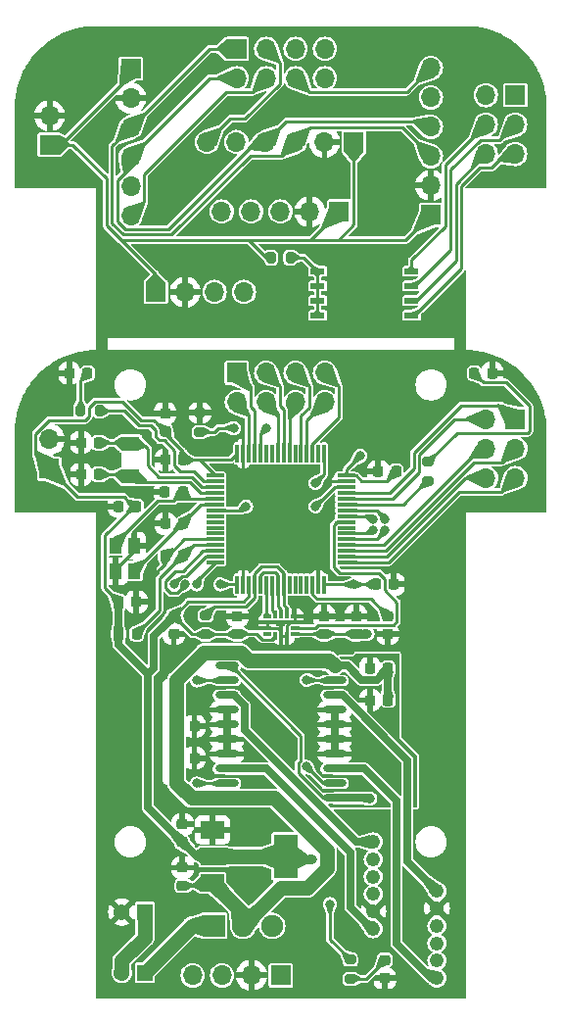
<source format=gbr>
%TF.GenerationSoftware,KiCad,Pcbnew,7.0.9*%
%TF.CreationDate,2024-01-17T13:02:15-08:00*%
%TF.ProjectId,micromouse,6d696372-6f6d-46f7-9573-652e6b696361,rev?*%
%TF.SameCoordinates,Original*%
%TF.FileFunction,Copper,L1,Top*%
%TF.FilePolarity,Positive*%
%FSLAX46Y46*%
G04 Gerber Fmt 4.6, Leading zero omitted, Abs format (unit mm)*
G04 Created by KiCad (PCBNEW 7.0.9) date 2024-01-17 13:02:15*
%MOMM*%
%LPD*%
G01*
G04 APERTURE LIST*
G04 Aperture macros list*
%AMRoundRect*
0 Rectangle with rounded corners*
0 $1 Rounding radius*
0 $2 $3 $4 $5 $6 $7 $8 $9 X,Y pos of 4 corners*
0 Add a 4 corners polygon primitive as box body*
4,1,4,$2,$3,$4,$5,$6,$7,$8,$9,$2,$3,0*
0 Add four circle primitives for the rounded corners*
1,1,$1+$1,$2,$3*
1,1,$1+$1,$4,$5*
1,1,$1+$1,$6,$7*
1,1,$1+$1,$8,$9*
0 Add four rect primitives between the rounded corners*
20,1,$1+$1,$2,$3,$4,$5,0*
20,1,$1+$1,$4,$5,$6,$7,0*
20,1,$1+$1,$6,$7,$8,$9,0*
20,1,$1+$1,$8,$9,$2,$3,0*%
G04 Aperture macros list end*
%TA.AperFunction,SMDPad,CuDef*%
%ADD10RoundRect,0.225000X-0.250000X0.225000X-0.250000X-0.225000X0.250000X-0.225000X0.250000X0.225000X0*%
%TD*%
%TA.AperFunction,SMDPad,CuDef*%
%ADD11RoundRect,0.225000X0.225000X0.250000X-0.225000X0.250000X-0.225000X-0.250000X0.225000X-0.250000X0*%
%TD*%
%TA.AperFunction,SMDPad,CuDef*%
%ADD12RoundRect,0.225000X0.250000X-0.225000X0.250000X0.225000X-0.250000X0.225000X-0.250000X-0.225000X0*%
%TD*%
%TA.AperFunction,SMDPad,CuDef*%
%ADD13R,2.000000X1.500000*%
%TD*%
%TA.AperFunction,SMDPad,CuDef*%
%ADD14R,2.000000X3.800000*%
%TD*%
%TA.AperFunction,SMDPad,CuDef*%
%ADD15R,1.092200X1.397000*%
%TD*%
%TA.AperFunction,ComponentPad*%
%ADD16R,1.700000X1.700000*%
%TD*%
%TA.AperFunction,ComponentPad*%
%ADD17O,1.700000X1.700000*%
%TD*%
%TA.AperFunction,SMDPad,CuDef*%
%ADD18C,0.254000*%
%TD*%
%TA.AperFunction,SMDPad,CuDef*%
%ADD19RoundRect,0.200000X0.275000X-0.200000X0.275000X0.200000X-0.275000X0.200000X-0.275000X-0.200000X0*%
%TD*%
%TA.AperFunction,ComponentPad*%
%ADD20R,1.900000X1.900000*%
%TD*%
%TA.AperFunction,ComponentPad*%
%ADD21C,1.900000*%
%TD*%
%TA.AperFunction,ComponentPad*%
%ADD22R,1.368000X1.368000*%
%TD*%
%TA.AperFunction,ComponentPad*%
%ADD23C,1.368000*%
%TD*%
%TA.AperFunction,SMDPad,CuDef*%
%ADD24RoundRect,0.031500X-0.263500X-0.143500X0.263500X-0.143500X0.263500X0.143500X-0.263500X0.143500X0*%
%TD*%
%TA.AperFunction,SMDPad,CuDef*%
%ADD25RoundRect,0.031500X0.143500X-0.263500X0.143500X0.263500X-0.143500X0.263500X-0.143500X-0.263500X0*%
%TD*%
%TA.AperFunction,SMDPad,CuDef*%
%ADD26RoundRect,0.031500X0.263500X0.143500X-0.263500X0.143500X-0.263500X-0.143500X0.263500X-0.143500X0*%
%TD*%
%TA.AperFunction,SMDPad,CuDef*%
%ADD27RoundRect,0.031500X-0.143500X0.263500X-0.143500X-0.263500X0.143500X-0.263500X0.143500X0.263500X0*%
%TD*%
%TA.AperFunction,SMDPad,CuDef*%
%ADD28RoundRect,0.225000X-0.225000X-0.250000X0.225000X-0.250000X0.225000X0.250000X-0.225000X0.250000X0*%
%TD*%
%TA.AperFunction,SMDPad,CuDef*%
%ADD29RoundRect,0.200000X-0.275000X0.200000X-0.275000X-0.200000X0.275000X-0.200000X0.275000X0.200000X0*%
%TD*%
%TA.AperFunction,SMDPad,CuDef*%
%ADD30R,1.600200X1.168400*%
%TD*%
%TA.AperFunction,SMDPad,CuDef*%
%ADD31R,1.219200X0.508000*%
%TD*%
%TA.AperFunction,SMDPad,CuDef*%
%ADD32RoundRect,0.200000X-0.200000X-0.275000X0.200000X-0.275000X0.200000X0.275000X-0.200000X0.275000X0*%
%TD*%
%TA.AperFunction,SMDPad,CuDef*%
%ADD33RoundRect,0.075000X-0.700000X-0.075000X0.700000X-0.075000X0.700000X0.075000X-0.700000X0.075000X0*%
%TD*%
%TA.AperFunction,SMDPad,CuDef*%
%ADD34RoundRect,0.075000X-0.075000X-0.700000X0.075000X-0.700000X0.075000X0.700000X-0.075000X0.700000X0*%
%TD*%
%TA.AperFunction,SMDPad,CuDef*%
%ADD35RoundRect,0.218750X0.256250X-0.218750X0.256250X0.218750X-0.256250X0.218750X-0.256250X-0.218750X0*%
%TD*%
%TA.AperFunction,ComponentPad*%
%ADD36C,1.244600*%
%TD*%
%TA.AperFunction,SMDPad,CuDef*%
%ADD37RoundRect,0.218750X-0.218750X-0.256250X0.218750X-0.256250X0.218750X0.256250X-0.218750X0.256250X0*%
%TD*%
%TA.AperFunction,SMDPad,CuDef*%
%ADD38RoundRect,0.218750X0.218750X0.256250X-0.218750X0.256250X-0.218750X-0.256250X0.218750X-0.256250X0*%
%TD*%
%TA.AperFunction,SMDPad,CuDef*%
%ADD39RoundRect,0.300000X-0.725000X0.000000X-0.725000X0.000000X0.725000X0.000000X0.725000X0.000000X0*%
%TD*%
%TA.AperFunction,ViaPad*%
%ADD40C,0.800000*%
%TD*%
%TA.AperFunction,Conductor*%
%ADD41C,1.270000*%
%TD*%
%TA.AperFunction,Conductor*%
%ADD42C,0.635000*%
%TD*%
%TA.AperFunction,Conductor*%
%ADD43C,0.254000*%
%TD*%
%TA.AperFunction,Conductor*%
%ADD44C,0.250000*%
%TD*%
G04 APERTURE END LIST*
%TA.AperFunction,EtchedComponent*%
%TO.C,NT1*%
G36*
X136693356Y-103986249D02*
G01*
X135986249Y-104693356D01*
X135806644Y-104513751D01*
X136513751Y-103806644D01*
X136693356Y-103986249D01*
G37*
%TD.AperFunction*%
%TD*%
D10*
%TO.P,C13,1*%
%TO.N,GND*%
X143250000Y-107975000D03*
%TO.P,C13,2*%
%TO.N,+3.3V*%
X143250000Y-109525000D03*
%TD*%
D11*
%TO.P,C17,1*%
%TO.N,+BATT*%
X156275000Y-112500000D03*
%TO.P,C17,2*%
%TO.N,GND1*%
X154725000Y-112500000D03*
%TD*%
D12*
%TO.P,C21,1*%
%TO.N,+3.3V*%
X138500000Y-127525000D03*
%TO.P,C21,2*%
%TO.N,GND*%
X138500000Y-125975000D03*
%TD*%
D13*
%TO.P,U4,1,GND*%
%TO.N,GND*%
X141100000Y-126450000D03*
%TO.P,U4,2,VO*%
%TO.N,+3.3V*%
X141100000Y-128750000D03*
D14*
X147400000Y-128750000D03*
D13*
%TO.P,U4,3,VI*%
%TO.N,+BATT*%
X141100000Y-131050000D03*
%TD*%
D15*
%TO.P,Y2,1,1*%
%TO.N,OSC_IN*%
X132699900Y-101895100D03*
%TO.P,Y2,2,2*%
%TO.N,GND*%
X132699900Y-104104900D03*
%TO.P,Y2,3,3*%
%TO.N,OSC_OUT*%
X134300100Y-104104900D03*
%TO.P,Y2,4,4*%
%TO.N,GND*%
X134300100Y-101895100D03*
%TD*%
D16*
%TO.P,J3,1*%
%TO.N,SWCLK*%
X147000000Y-139025000D03*
D17*
%TO.P,J3,2*%
%TO.N,GND*%
X144460000Y-139025000D03*
%TO.P,J3,3*%
%TO.N,SWDIO*%
X141920000Y-139025000D03*
%TO.P,J3,4*%
%TO.N,NRST*%
X139380000Y-139025000D03*
%TD*%
D18*
%TO.P,NT1,1,1*%
%TO.N,GND*%
X135896447Y-104603553D03*
%TO.P,NT1,2,2*%
%TO.N,GNDA*%
X136603553Y-103896447D03*
%TD*%
D11*
%TO.P,C3,1*%
%TO.N,+3.3V*%
X138575000Y-94500000D03*
%TO.P,C3,2*%
%TO.N,GND*%
X137025000Y-94500000D03*
%TD*%
D19*
%TO.P,R2,1*%
%TO.N,Net-(U1-BOOT0)*%
X140000000Y-92075000D03*
%TO.P,R2,2*%
%TO.N,GND*%
X140000000Y-90425000D03*
%TD*%
D12*
%TO.P,C22,1*%
%TO.N,+BATT*%
X138500000Y-131275000D03*
%TO.P,C22,2*%
%TO.N,GND*%
X138500000Y-129725000D03*
%TD*%
D20*
%TO.P,SW1,1*%
%TO.N,Net-(J11-Pad1)*%
X141250000Y-134750000D03*
D21*
%TO.P,SW1,2*%
%TO.N,+BATT*%
X143750000Y-134750000D03*
%TO.P,SW1,3*%
%TO.N,unconnected-(SW1-Pad3)*%
X146250000Y-134750000D03*
%TD*%
D16*
%TO.P,J12,1*%
%TO.N,/Breakout Board/+3.3V*%
X152050000Y-73025000D03*
D17*
%TO.P,J12,2*%
%TO.N,GND*%
X149510000Y-73025000D03*
%TO.P,J12,3*%
%TO.N,/Breakout Board/GPIO1*%
X146970000Y-73025000D03*
%TO.P,J12,4*%
%TO.N,/Breakout Board/GPIO2*%
X144430000Y-73025000D03*
%TO.P,J12,5*%
%TO.N,/Breakout Board/GPIO3*%
X141890000Y-73025000D03*
%TD*%
D11*
%TO.P,C19,1*%
%TO.N,GND1*%
X139525000Y-117500000D03*
%TO.P,C19,2*%
%TO.N,+BATT*%
X137975000Y-117500000D03*
%TD*%
D10*
%TO.P,C16,1*%
%TO.N,Net-(U1-VCAP1)*%
X156250000Y-107975000D03*
%TO.P,C16,2*%
%TO.N,GND*%
X156250000Y-109525000D03*
%TD*%
D11*
%TO.P,C7,1*%
%TO.N,+3.3V*%
X134525000Y-98500000D03*
%TO.P,C7,2*%
%TO.N,GND*%
X132975000Y-98500000D03*
%TD*%
D16*
%TO.P,J6,1*%
%TO.N,USART_RX*%
X167290000Y-90975000D03*
D17*
%TO.P,J6,2*%
%TO.N,USART_TX*%
X164750000Y-90975000D03*
%TO.P,J6,3*%
%TO.N,DEBUG3*%
X167290000Y-93515000D03*
%TO.P,J6,4*%
%TO.N,DEBUG4*%
X164750000Y-93515000D03*
%TO.P,J6,5*%
%TO.N,DEBUG1*%
X167290000Y-96055000D03*
%TO.P,J6,6*%
%TO.N,DEBUG2*%
X164750000Y-96055000D03*
%TD*%
D11*
%TO.P,C9,1*%
%TO.N,+3.3VA*%
X138575000Y-102750000D03*
%TO.P,C9,2*%
%TO.N,GNDA*%
X137025000Y-102750000D03*
%TD*%
%TO.P,C6,1*%
%TO.N,OSC_IN*%
X138525000Y-97250000D03*
%TO.P,C6,2*%
%TO.N,GND*%
X136975000Y-97250000D03*
%TD*%
D22*
%TO.P,J11,1,1*%
%TO.N,Net-(J11-Pad1)*%
X135250000Y-138800000D03*
D23*
%TO.P,J11,2,2*%
%TO.N,Net-(J10-Pad1)*%
X133250000Y-138800000D03*
%TD*%
D24*
%TO.P,U2,1,AP_SDO/AP_AD0*%
%TO.N,/IMU/SPI_SD0*%
X145835000Y-108000000D03*
%TO.P,U2,2,RESV_2*%
%TO.N,GND*%
X145835000Y-108500000D03*
%TO.P,U2,3,RESV_3*%
X145835000Y-109000000D03*
%TO.P,U2,4,INT1/INT*%
%TO.N,unconnected-(U2-INT1{slash}INT-Pad4)*%
X145835000Y-109500000D03*
D25*
%TO.P,U2,5,VDDIO*%
%TO.N,+3.3V*%
X146500000Y-109665000D03*
%TO.P,U2,6,GND*%
%TO.N,GND*%
X147000000Y-109665000D03*
%TO.P,U2,7,RESV_7*%
X147500000Y-109665000D03*
D26*
%TO.P,U2,8,VDD*%
%TO.N,+3.3V*%
X148165000Y-109500000D03*
%TO.P,U2,9,INT2/FSYNC/CLKIN*%
%TO.N,RCC_MCO_2*%
X148165000Y-109000000D03*
%TO.P,U2,10,RESV_10*%
%TO.N,GND*%
X148165000Y-108500000D03*
%TO.P,U2,11,RESV_11*%
X148165000Y-108000000D03*
D27*
%TO.P,U2,12,AP_CS*%
%TO.N,SPI_CS_BYPASS*%
X147500000Y-107835000D03*
%TO.P,U2,13,AP_SCL/AP_SCLK*%
%TO.N,SPI_SCLK_BYPASS*%
X147000000Y-107835000D03*
%TO.P,U2,14,AP_SDA/AP_SDIO/AP_SDI*%
%TO.N,/IMU/SPI_SDI*%
X146500000Y-107835000D03*
%TD*%
D11*
%TO.P,C20,1*%
%TO.N,GND1*%
X139525000Y-120250000D03*
%TO.P,C20,2*%
%TO.N,+BATT*%
X137975000Y-120250000D03*
%TD*%
D10*
%TO.P,C12,1*%
%TO.N,+3.3V*%
X137750000Y-107975000D03*
%TO.P,C12,2*%
%TO.N,GND*%
X137750000Y-109525000D03*
%TD*%
D11*
%TO.P,C4,1*%
%TO.N,+3.3V*%
X156975000Y-95500000D03*
%TO.P,C4,2*%
%TO.N,GND*%
X155425000Y-95500000D03*
%TD*%
D22*
%TO.P,J10,1,1*%
%TO.N,Net-(J10-Pad1)*%
X135250000Y-133550000D03*
D23*
%TO.P,J10,2,2*%
%TO.N,GND*%
X133250000Y-133550000D03*
%TD*%
D10*
%TO.P,C15,1*%
%TO.N,GND*%
X153500000Y-107975000D03*
%TO.P,C15,2*%
%TO.N,+3.3V*%
X153500000Y-109525000D03*
%TD*%
D28*
%TO.P,C10,1*%
%TO.N,+3.3V*%
X155225000Y-105250000D03*
%TO.P,C10,2*%
%TO.N,GND*%
X156775000Y-105250000D03*
%TD*%
D11*
%TO.P,C5,1*%
%TO.N,Net-(U1-PC15)*%
X131275000Y-95750000D03*
%TO.P,C5,2*%
%TO.N,GND*%
X129725000Y-95750000D03*
%TD*%
D29*
%TO.P,R4,1*%
%TO.N,SPI_CS_BYPASS*%
X140500000Y-107925000D03*
%TO.P,R4,2*%
%TO.N,+3.3V*%
X140500000Y-109575000D03*
%TD*%
D30*
%TO.P,Y1,1,1*%
%TO.N,Net-(U1-PC15)*%
X134000000Y-95922400D03*
%TO.P,Y1,2,2*%
%TO.N,Net-(U1-PC14)*%
X134000000Y-93077600D03*
%TD*%
D31*
%TO.P,SW2,1*%
%TO.N,Net-(R6-Pad2)*%
X150186000Y-78190000D03*
%TO.P,SW2,2*%
X150186000Y-79460000D03*
%TO.P,SW2,3*%
X150186000Y-80730000D03*
%TO.P,SW2,4*%
X150186000Y-82000000D03*
%TO.P,SW2,5*%
%TO.N,/Breakout Board/DEBUG1*%
X158314000Y-82000000D03*
%TO.P,SW2,6*%
%TO.N,/Breakout Board/DEBUG2*%
X158314000Y-80730000D03*
%TO.P,SW2,7*%
%TO.N,/Breakout Board/DEBUG3*%
X158314000Y-79460000D03*
%TO.P,SW2,8*%
%TO.N,/Breakout Board/DEBUG4*%
X158314000Y-78190000D03*
%TD*%
D11*
%TO.P,C18,1*%
%TO.N,+BATT*%
X156275000Y-115250000D03*
%TO.P,C18,2*%
%TO.N,GND1*%
X154725000Y-115250000D03*
%TD*%
D10*
%TO.P,C14,1*%
%TO.N,GND*%
X150750000Y-107975000D03*
%TO.P,C14,2*%
%TO.N,+3.3V*%
X150750000Y-109525000D03*
%TD*%
D16*
%TO.P,J7,1*%
%TO.N,/SCL*%
X143200000Y-86960000D03*
D17*
%TO.P,J7,2*%
%TO.N,/SDA*%
X143200000Y-89500000D03*
%TO.P,J7,3*%
%TO.N,/SHDN2*%
X145740000Y-86960000D03*
%TO.P,J7,4*%
%TO.N,/SHDN1*%
X145740000Y-89500000D03*
%TO.P,J7,5*%
%TO.N,GPIO3*%
X148280000Y-86960000D03*
%TO.P,J7,6*%
%TO.N,/SHDN3*%
X148280000Y-89500000D03*
%TO.P,J7,7*%
%TO.N,GPIO1*%
X150820000Y-86960000D03*
%TO.P,J7,8*%
%TO.N,GPIO2*%
X150820000Y-89500000D03*
%TD*%
D11*
%TO.P,C11,1*%
%TO.N,GND*%
X134525000Y-106750000D03*
%TO.P,C11,2*%
%TO.N,+3.3V*%
X132975000Y-106750000D03*
%TD*%
D32*
%TO.P,R6,1*%
%TO.N,/Breakout Board/+3.3V*%
X146175000Y-77000000D03*
%TO.P,R6,2*%
%TO.N,Net-(R6-Pad2)*%
X147825000Y-77000000D03*
%TD*%
D29*
%TO.P,R3,1*%
%TO.N,Net-(D2-A)*%
X159750000Y-94675000D03*
%TO.P,R3,2*%
%TO.N,/LED2*%
X159750000Y-96325000D03*
%TD*%
D33*
%TO.P,U1,1,VBAT*%
%TO.N,+3.3V*%
X141325000Y-95850000D03*
%TO.P,U1,2,PC13*%
%TO.N,/LED1*%
X141325000Y-96350000D03*
%TO.P,U1,3,PC14*%
%TO.N,Net-(U1-PC14)*%
X141325000Y-96850000D03*
%TO.P,U1,4,PC15*%
%TO.N,Net-(U1-PC15)*%
X141325000Y-97350000D03*
%TO.P,U1,5,PH0*%
%TO.N,OSC_IN*%
X141325000Y-97850000D03*
%TO.P,U1,6,PH1*%
%TO.N,OSC_OUT*%
X141325000Y-98350000D03*
%TO.P,U1,7,NRST*%
%TO.N,NRST*%
X141325000Y-98850000D03*
%TO.P,U1,8,PC0*%
%TO.N,unconnected-(U1-PC0-Pad8)*%
X141325000Y-99350000D03*
%TO.P,U1,9,PC1*%
%TO.N,unconnected-(U1-PC1-Pad9)*%
X141325000Y-99850000D03*
%TO.P,U1,10,PC2*%
%TO.N,unconnected-(U1-PC2-Pad10)*%
X141325000Y-100350000D03*
%TO.P,U1,11,PC3*%
%TO.N,unconnected-(U1-PC3-Pad11)*%
X141325000Y-100850000D03*
%TO.P,U1,12,VSSA*%
%TO.N,GNDA*%
X141325000Y-101350000D03*
%TO.P,U1,13,VDDA*%
%TO.N,+3.3VA*%
X141325000Y-101850000D03*
%TO.P,U1,14,PA0*%
%TO.N,HL1*%
X141325000Y-102350000D03*
%TO.P,U1,15,PA1*%
%TO.N,HL2*%
X141325000Y-102850000D03*
%TO.P,U1,16,PA2*%
%TO.N,HR1*%
X141325000Y-103350000D03*
D34*
%TO.P,U1,17,PA3*%
%TO.N,HR2*%
X143250000Y-105275000D03*
%TO.P,U1,18,VSS*%
%TO.N,GND*%
X143750000Y-105275000D03*
%TO.P,U1,19,VDD*%
%TO.N,+3.3V*%
X144250000Y-105275000D03*
%TO.P,U1,20,PA4*%
%TO.N,SPI_CS_BYPASS*%
X144750000Y-105275000D03*
%TO.P,U1,21,PA5*%
%TO.N,SPI_SCLK_BYPASS*%
X145250000Y-105275000D03*
%TO.P,U1,22,PA6*%
%TO.N,/IMU/SPI_SD0*%
X145750000Y-105275000D03*
%TO.P,U1,23,PA7*%
%TO.N,/IMU/SPI_SDI*%
X146250000Y-105275000D03*
%TO.P,U1,24,PC4*%
%TO.N,SPI_SCLK_BYPASS*%
X146750000Y-105275000D03*
%TO.P,U1,25,PC5*%
%TO.N,SPI_CS_BYPASS*%
X147250000Y-105275000D03*
%TO.P,U1,26,PB0*%
%TO.N,unconnected-(U1-PB0-Pad26)*%
X147750000Y-105275000D03*
%TO.P,U1,27,PB1*%
%TO.N,unconnected-(U1-PB1-Pad27)*%
X148250000Y-105275000D03*
%TO.P,U1,28,PB2*%
%TO.N,unconnected-(U1-PB2-Pad28)*%
X148750000Y-105275000D03*
%TO.P,U1,29,PB10*%
%TO.N,unconnected-(U1-PB10-Pad29)*%
X149250000Y-105275000D03*
%TO.P,U1,30,VCAP1*%
%TO.N,Net-(U1-VCAP1)*%
X149750000Y-105275000D03*
%TO.P,U1,31,VSS*%
%TO.N,GND*%
X150250000Y-105275000D03*
%TO.P,U1,32,VDD*%
%TO.N,+3.3V*%
X150750000Y-105275000D03*
D33*
%TO.P,U1,33,PB12*%
%TO.N,DEBUG1*%
X152675000Y-103350000D03*
%TO.P,U1,34,PB13*%
%TO.N,DEBUG2*%
X152675000Y-102850000D03*
%TO.P,U1,35,PB14*%
%TO.N,DEBUG3*%
X152675000Y-102350000D03*
%TO.P,U1,36,PB15*%
%TO.N,DEBUG4*%
X152675000Y-101850000D03*
%TO.P,U1,37,PC6*%
%TO.N,EL1*%
X152675000Y-101350000D03*
%TO.P,U1,38,PC7*%
%TO.N,EL2*%
X152675000Y-100850000D03*
%TO.P,U1,39,PC8*%
%TO.N,unconnected-(U1-PC8-Pad39)*%
X152675000Y-100350000D03*
%TO.P,U1,40,PC9*%
%TO.N,RCC_MCO_2*%
X152675000Y-99850000D03*
%TO.P,U1,41,PA8*%
%TO.N,ER1*%
X152675000Y-99350000D03*
%TO.P,U1,42,PA9*%
%TO.N,ER2*%
X152675000Y-98850000D03*
%TO.P,U1,43,PA10*%
%TO.N,/LED2*%
X152675000Y-98350000D03*
%TO.P,U1,44,PA11*%
%TO.N,USART_TX*%
X152675000Y-97850000D03*
%TO.P,U1,45,PA12*%
%TO.N,USART_RX*%
X152675000Y-97350000D03*
%TO.P,U1,46,PA13*%
%TO.N,SWDIO*%
X152675000Y-96850000D03*
%TO.P,U1,47,VSS*%
%TO.N,GND*%
X152675000Y-96350000D03*
%TO.P,U1,48,VDD*%
%TO.N,+3.3V*%
X152675000Y-95850000D03*
D34*
%TO.P,U1,49,PA14*%
%TO.N,SWCLK*%
X150750000Y-93925000D03*
%TO.P,U1,50,PA15*%
%TO.N,unconnected-(U1-PA15-Pad50)*%
X150250000Y-93925000D03*
%TO.P,U1,51,PC10*%
%TO.N,GPIO1*%
X149750000Y-93925000D03*
%TO.P,U1,52,PC11*%
%TO.N,GPIO2*%
X149250000Y-93925000D03*
%TO.P,U1,53,PC12*%
%TO.N,GPIO3*%
X148750000Y-93925000D03*
%TO.P,U1,54,PD2*%
%TO.N,unconnected-(U1-PD2-Pad54)*%
X148250000Y-93925000D03*
%TO.P,U1,55,PB3*%
%TO.N,/SHDN3*%
X147750000Y-93925000D03*
%TO.P,U1,56,PB4*%
%TO.N,/SHDN2*%
X147250000Y-93925000D03*
%TO.P,U1,57,PB5*%
%TO.N,/SHDN1*%
X146750000Y-93925000D03*
%TO.P,U1,58,PB6*%
%TO.N,unconnected-(U1-PB6-Pad58)*%
X146250000Y-93925000D03*
%TO.P,U1,59,PB7*%
%TO.N,unconnected-(U1-PB7-Pad59)*%
X145750000Y-93925000D03*
%TO.P,U1,60,BOOT0*%
%TO.N,Net-(U1-BOOT0)*%
X145250000Y-93925000D03*
%TO.P,U1,61,PB8*%
%TO.N,/SCL*%
X144750000Y-93925000D03*
%TO.P,U1,62,PB9*%
%TO.N,/SDA*%
X144250000Y-93925000D03*
%TO.P,U1,63,VSS*%
%TO.N,GND*%
X143750000Y-93925000D03*
%TO.P,U1,64,VDD*%
%TO.N,+3.3V*%
X143250000Y-93925000D03*
%TD*%
D19*
%TO.P,R5,1*%
%TO.N,Net-(D3-A)*%
X153000000Y-139325000D03*
%TO.P,R5,2*%
%TO.N,+3.3V*%
X153000000Y-137675000D03*
%TD*%
D16*
%TO.P,J1,1*%
%TO.N,/Breakout Board/+3.3V*%
X134025000Y-60675000D03*
D17*
%TO.P,J1,2*%
%TO.N,GND*%
X134025000Y-63215000D03*
%TO.P,J1,3*%
%TO.N,/Breakout Board/SCL*%
X134025000Y-65755000D03*
%TO.P,J1,4*%
%TO.N,/Breakout Board/SDA*%
X134025000Y-68295000D03*
%TO.P,J1,5*%
%TO.N,unconnected-(J1-Pad5)*%
X134025000Y-70835000D03*
%TO.P,J1,6*%
%TO.N,/Breakout Board/SHDN1*%
X134025000Y-73375000D03*
%TD*%
D35*
%TO.P,D3,1,K*%
%TO.N,GND*%
X156000000Y-139287500D03*
%TO.P,D3,2,A*%
%TO.N,Net-(D3-A)*%
X156000000Y-137712500D03*
%TD*%
D16*
%TO.P,J2,1*%
%TO.N,/Breakout Board/+3.3V*%
X153325000Y-67025000D03*
D17*
%TO.P,J2,2*%
%TO.N,GND*%
X150785000Y-67025000D03*
%TO.P,J2,3*%
%TO.N,/Breakout Board/SCL*%
X148245000Y-67025000D03*
%TO.P,J2,4*%
%TO.N,/Breakout Board/SDA*%
X145705000Y-67025000D03*
%TO.P,J2,5*%
%TO.N,unconnected-(J2-Pad5)*%
X143165000Y-67025000D03*
%TO.P,J2,6*%
%TO.N,/Breakout Board/SHDN2*%
X140625000Y-67025000D03*
%TD*%
D11*
%TO.P,C2,1*%
%TO.N,Net-(U1-PC14)*%
X131275000Y-93000000D03*
%TO.P,C2,2*%
%TO.N,GND*%
X129725000Y-93000000D03*
%TD*%
D32*
%TO.P,R1,1*%
%TO.N,Net-(D1-A)*%
X129675000Y-90250000D03*
%TO.P,R1,2*%
%TO.N,/LED1*%
X131325000Y-90250000D03*
%TD*%
D16*
%TO.P,J5,1*%
%TO.N,/Breakout Board/+3.3V*%
X136200000Y-79975000D03*
D17*
%TO.P,J5,2*%
%TO.N,GND*%
X138740000Y-79975000D03*
%TO.P,J5,3*%
%TO.N,/Breakout Board/USART_RX*%
X141280000Y-79975000D03*
%TO.P,J5,4*%
%TO.N,/Breakout Board/USART_TX*%
X143820000Y-79975000D03*
%TD*%
D36*
%TO.P,J13,1,1*%
%TO.N,MR2*%
X160500000Y-139250000D03*
%TO.P,J13,2,2*%
%TO.N,+3.3V*%
X160500000Y-137750000D03*
%TO.P,J13,3,3*%
%TO.N,ER2*%
X160500000Y-136250001D03*
%TO.P,J13,4,4*%
%TO.N,ER1*%
X160500000Y-134749999D03*
%TO.P,J13,5,5*%
%TO.N,GND*%
X160500000Y-133249999D03*
%TO.P,J13,6,6*%
%TO.N,MR1*%
X160500000Y-131750000D03*
%TD*%
D37*
%TO.P,D1,1,K*%
%TO.N,GND*%
X128712500Y-87000000D03*
%TO.P,D1,2,A*%
%TO.N,Net-(D1-A)*%
X130287500Y-87000000D03*
%TD*%
D36*
%TO.P,J9,1,1*%
%TO.N,ML2*%
X155000000Y-127500000D03*
%TO.P,J9,2,2*%
%TO.N,+3.3V*%
X155000000Y-129000000D03*
%TO.P,J9,3,3*%
%TO.N,EL2*%
X155000000Y-130499999D03*
%TO.P,J9,4,4*%
%TO.N,EL1*%
X155000000Y-132000001D03*
%TO.P,J9,5,5*%
%TO.N,GND*%
X155000000Y-133500001D03*
%TO.P,J9,6,6*%
%TO.N,ML1*%
X155000000Y-135000000D03*
%TD*%
D12*
%TO.P,C1,1*%
%TO.N,+3.3V*%
X137000000Y-92025000D03*
%TO.P,C1,2*%
%TO.N,GND*%
X137000000Y-90475000D03*
%TD*%
D38*
%TO.P,FB1,1*%
%TO.N,+3.3VA*%
X134537500Y-109500000D03*
%TO.P,FB1,2*%
%TO.N,+3.3V*%
X132962500Y-109500000D03*
%TD*%
D16*
%TO.P,J4,1*%
%TO.N,/Breakout Board/+3.3V*%
X159975000Y-73325000D03*
D17*
%TO.P,J4,2*%
%TO.N,GND*%
X159975000Y-70785000D03*
%TO.P,J4,3*%
%TO.N,/Breakout Board/SCL*%
X159975000Y-68245000D03*
%TO.P,J4,4*%
%TO.N,/Breakout Board/SDA*%
X159975000Y-65705000D03*
%TO.P,J4,5*%
%TO.N,unconnected-(J4-Pad5)*%
X159975000Y-63165000D03*
%TO.P,J4,6*%
%TO.N,/Breakout Board/SHDN3*%
X159975000Y-60625000D03*
%TD*%
D38*
%TO.P,D2,1,K*%
%TO.N,GND*%
X165287500Y-87000000D03*
%TO.P,D2,2,A*%
%TO.N,Net-(D2-A)*%
X163712500Y-87000000D03*
%TD*%
D39*
%TO.P,U3,1,ENABLE_1*%
%TO.N,+3.3V*%
X142345000Y-112285000D03*
%TO.P,U3,2,INPUT_1*%
%TO.N,HL1*%
X142345000Y-113555000D03*
%TO.P,U3,3,OUTPUT_1*%
%TO.N,ML2*%
X142345000Y-114825000D03*
%TO.P,U3,4,GND*%
%TO.N,GND1*%
X142345000Y-116095000D03*
%TO.P,U3,5,GND__1*%
X142345000Y-117365000D03*
%TO.P,U3,6,GND__2*%
X142345000Y-118635000D03*
%TO.P,U3,7,GND__3*%
X142345000Y-119905000D03*
%TO.P,U3,8,OUTPUT_2*%
%TO.N,ML1*%
X142345000Y-121175000D03*
%TO.P,U3,9,INPUT_2*%
%TO.N,HL2*%
X142345000Y-122445000D03*
%TO.P,U3,10,VS*%
%TO.N,+BATT*%
X142345000Y-123715000D03*
%TO.P,U3,11,ENABLE_2*%
%TO.N,+3.3V*%
X151655000Y-123715000D03*
%TO.P,U3,12,INPUT_3*%
%TO.N,HR1*%
X151655000Y-122445000D03*
%TO.P,U3,13,OUTPUT_3*%
%TO.N,MR2*%
X151655000Y-121175000D03*
%TO.P,U3,14,GND__4*%
%TO.N,GND1*%
X151655000Y-119905000D03*
%TO.P,U3,15,GND__5*%
X151655000Y-118635000D03*
%TO.P,U3,16,GND__6*%
X151655000Y-117365000D03*
%TO.P,U3,17,GND__7*%
X151655000Y-116095000D03*
%TO.P,U3,18,OUTPUT_4*%
%TO.N,MR1*%
X151655000Y-114825000D03*
%TO.P,U3,19,INPUT_4*%
%TO.N,HR2*%
X151655000Y-113555000D03*
%TO.P,U3,20,VSS*%
%TO.N,+BATT*%
X151655000Y-112285000D03*
%TD*%
D16*
%TO.P,J8,1*%
%TO.N,+3.3V*%
X126975000Y-95250000D03*
D17*
%TO.P,J8,2*%
%TO.N,GND*%
X126975000Y-92710000D03*
%TD*%
D11*
%TO.P,C8,1*%
%TO.N,OSC_OUT*%
X138575000Y-100000000D03*
%TO.P,C8,2*%
%TO.N,GND*%
X137025000Y-100000000D03*
%TD*%
D16*
%TO.P,J15,1*%
%TO.N,/Breakout Board/USART_RX*%
X167275000Y-62975001D03*
D17*
%TO.P,J15,2*%
%TO.N,/Breakout Board/USART_TX*%
X164735000Y-62975001D03*
%TO.P,J15,3*%
%TO.N,/Breakout Board/DEBUG3*%
X167275000Y-65515001D03*
%TO.P,J15,4*%
%TO.N,/Breakout Board/DEBUG4*%
X164735000Y-65515001D03*
%TO.P,J15,5*%
%TO.N,/Breakout Board/DEBUG1*%
X167275000Y-68055001D03*
%TO.P,J15,6*%
%TO.N,/Breakout Board/DEBUG2*%
X164735000Y-68055001D03*
%TD*%
D16*
%TO.P,J14,1*%
%TO.N,/Breakout Board/SCL*%
X143200000Y-58975001D03*
D17*
%TO.P,J14,2*%
%TO.N,/Breakout Board/SDA*%
X143200000Y-61515001D03*
%TO.P,J14,3*%
%TO.N,/Breakout Board/SHDN2*%
X145740000Y-58975001D03*
%TO.P,J14,4*%
%TO.N,/Breakout Board/SHDN1*%
X145740000Y-61515001D03*
%TO.P,J14,5*%
%TO.N,/Breakout Board/GPIO3*%
X148280000Y-58975001D03*
%TO.P,J14,6*%
%TO.N,/Breakout Board/SHDN3*%
X148280000Y-61515001D03*
%TO.P,J14,7*%
%TO.N,/Breakout Board/GPIO1*%
X150820000Y-58975001D03*
%TO.P,J14,8*%
%TO.N,/Breakout Board/GPIO2*%
X150820000Y-61515001D03*
%TD*%
D16*
%TO.P,J16,1*%
%TO.N,/Breakout Board/+3.3V*%
X127000000Y-67275001D03*
D17*
%TO.P,J16,2*%
%TO.N,GND*%
X127000000Y-64735001D03*
%TD*%
D40*
%TO.N,GND*%
X145000000Y-130500000D03*
X144000000Y-130500000D03*
X145000000Y-131500000D03*
X146000000Y-102500000D03*
X135750000Y-105750000D03*
X144000000Y-100500000D03*
X146000000Y-100500000D03*
X146000000Y-98500000D03*
X148000000Y-102500000D03*
X148000000Y-100500000D03*
X144000000Y-96500000D03*
X145000000Y-126500000D03*
X144000000Y-131500000D03*
X145000000Y-125500000D03*
X149500000Y-108000000D03*
X148000000Y-96500000D03*
X137000000Y-111500000D03*
X144000000Y-102500000D03*
X150000000Y-102500000D03*
X137000000Y-112500000D03*
X150000000Y-100500000D03*
X148000000Y-98500000D03*
X146000000Y-96500000D03*
X144000000Y-125500000D03*
X144000000Y-126500000D03*
%TO.N,+3.3V*%
X154500000Y-109525000D03*
X151250000Y-132861921D03*
X153250000Y-105250000D03*
X154750000Y-123750000D03*
X149750000Y-129000000D03*
X153881250Y-94131250D03*
%TO.N,GND1*%
X146000000Y-118500000D03*
X148000000Y-119500000D03*
X146000000Y-113500000D03*
X148000000Y-116500000D03*
X146000000Y-117500000D03*
X148000000Y-115500000D03*
X145000000Y-113500000D03*
X145000000Y-116500000D03*
X147000000Y-115500000D03*
X147000000Y-114500000D03*
X147000000Y-119500000D03*
X146000000Y-114500000D03*
X145000000Y-117500000D03*
X147000000Y-118500000D03*
%TO.N,EL2*%
X155000622Y-100599502D03*
%TO.N,EL1*%
X156000000Y-100599503D03*
%TO.N,ER2*%
X156000000Y-99600000D03*
%TO.N,ER1*%
X155000000Y-99600000D03*
%TO.N,SWCLK*%
X150000000Y-96500000D03*
%TO.N,SWDIO*%
X150000000Y-98500000D03*
%TO.N,NRST*%
X144000000Y-98500000D03*
%TO.N,Net-(U1-BOOT0)*%
X145750000Y-91750000D03*
X142976500Y-91750000D03*
%TO.N,HL1*%
X138750000Y-105250000D03*
X139750000Y-113555000D03*
%TO.N,HR1*%
X139750000Y-105250000D03*
X149250000Y-121000000D03*
%TO.N,HL2*%
X139750000Y-122445000D03*
X137750000Y-105250000D03*
%TO.N,HR2*%
X141750000Y-105250000D03*
X149250000Y-113500000D03*
%TD*%
D41*
%TO.N,+BATT*%
X139273446Y-123715000D02*
X138000000Y-122441554D01*
X143750000Y-133700000D02*
X143750000Y-134750000D01*
X143540134Y-111150000D02*
X144205000Y-111814866D01*
D42*
X156275000Y-112500000D02*
X155282500Y-113492500D01*
D41*
X144205000Y-111814866D02*
X151184866Y-111814866D01*
D42*
X152785000Y-112285000D02*
X151655000Y-112285000D01*
X156275000Y-112500000D02*
X156275000Y-115250000D01*
D41*
X141100000Y-131050000D02*
X143750000Y-133700000D01*
X140350000Y-111150000D02*
X143540134Y-111150000D01*
D42*
X153992500Y-113492500D02*
X152785000Y-112285000D01*
D41*
X146990628Y-131485000D02*
X149293216Y-131485000D01*
X138000000Y-113500000D02*
X140350000Y-111150000D01*
X143750000Y-134750000D02*
X143750000Y-134725628D01*
X149293216Y-131485000D02*
X151000000Y-129778216D01*
X151184866Y-111814866D02*
X151655000Y-112285000D01*
D43*
X138500000Y-131275000D02*
X140875000Y-131275000D01*
D41*
X146450000Y-123715000D02*
X142345000Y-123715000D01*
D42*
X155282500Y-113492500D02*
X153992500Y-113492500D01*
D41*
X151000000Y-128265000D02*
X146450000Y-123715000D01*
X143750000Y-134725628D02*
X146990628Y-131485000D01*
X142345000Y-123715000D02*
X139273446Y-123715000D01*
X151000000Y-129778216D02*
X151000000Y-128265000D01*
X138000000Y-122441554D02*
X138000000Y-113500000D01*
D44*
%TO.N,GND*%
X146747040Y-109000000D02*
X145835000Y-109000000D01*
X147000000Y-109665000D02*
X147500000Y-109665000D01*
X135750000Y-104750000D02*
X135896447Y-104603553D01*
X132699900Y-103952500D02*
X134300100Y-102352300D01*
X135750000Y-105750000D02*
X135750000Y-104750000D01*
X145835000Y-108500000D02*
X145835000Y-109000000D01*
X145835000Y-108500000D02*
X148165000Y-108500000D01*
X147000000Y-109252960D02*
X146747040Y-109000000D01*
X147500000Y-109665000D02*
X147500000Y-108752960D01*
X147500000Y-108752960D02*
X147752960Y-108500000D01*
X147752960Y-108500000D02*
X148165000Y-108500000D01*
X147000000Y-109665000D02*
X147000000Y-109252960D01*
X148165000Y-108500000D02*
X148165000Y-108000000D01*
D42*
%TO.N,+3.3V*%
X135500000Y-113000000D02*
X136000000Y-112500000D01*
D44*
X145422960Y-110000000D02*
X146247040Y-110000000D01*
X138575000Y-93825000D02*
X138575000Y-94500000D01*
X148165000Y-109500000D02*
X150725000Y-109500000D01*
X142683886Y-112285000D02*
X148750000Y-118351114D01*
X132975000Y-106750000D02*
X131800000Y-105575000D01*
D42*
X149750000Y-129000000D02*
X147650000Y-129000000D01*
D44*
X130901996Y-89450000D02*
X133293096Y-89450000D01*
X143767764Y-106750000D02*
X138975000Y-106750000D01*
X136025000Y-91050000D02*
X137000000Y-92025000D01*
X140500000Y-109575000D02*
X143200000Y-109575000D01*
X144250000Y-105275000D02*
X144250000Y-106267764D01*
X133293096Y-89450000D02*
X134893096Y-91050000D01*
X148750000Y-120474695D02*
X148525000Y-120699695D01*
X125800000Y-92223299D02*
X126973299Y-91050000D01*
X130400000Y-90748004D02*
X130400000Y-89951996D01*
X148525000Y-121557490D02*
X150682510Y-123715000D01*
D43*
X153520592Y-95850000D02*
X152675000Y-95850000D01*
D42*
X138500000Y-127525000D02*
X139725000Y-128750000D01*
D43*
X151250000Y-135925000D02*
X153000000Y-137675000D01*
D44*
X126975000Y-95250000D02*
X129425000Y-97700000D01*
X126973299Y-91050000D02*
X130098004Y-91050000D01*
D42*
X138500000Y-127525000D02*
X135500000Y-124525000D01*
D43*
X153972592Y-96302000D02*
X153520592Y-95850000D01*
D44*
X139975000Y-94500000D02*
X141325000Y-95850000D01*
D42*
X154500000Y-109525000D02*
X153500000Y-109525000D01*
D44*
X138575000Y-94500000D02*
X142675000Y-94500000D01*
X142675000Y-94500000D02*
X143250000Y-93925000D01*
D43*
X152675000Y-95337500D02*
X153881250Y-94131250D01*
D42*
X132962500Y-110462500D02*
X132962500Y-109500000D01*
D44*
X140500000Y-109575000D02*
X139350000Y-109575000D01*
D43*
X156173000Y-96302000D02*
X153972592Y-96302000D01*
X151250000Y-132861921D02*
X151250000Y-135925000D01*
D44*
X138975000Y-106750000D02*
X137750000Y-107975000D01*
X131800000Y-101000000D02*
X134300000Y-98500000D01*
X148525000Y-120699695D02*
X148525000Y-121557490D01*
D42*
X154715000Y-123715000D02*
X154750000Y-123750000D01*
D44*
X137000000Y-92250000D02*
X138575000Y-93825000D01*
X134893096Y-91050000D02*
X136025000Y-91050000D01*
D42*
X135500000Y-113000000D02*
X132962500Y-110462500D01*
D44*
X146247040Y-110000000D02*
X146500000Y-109747040D01*
D42*
X139725000Y-128750000D02*
X141100000Y-128750000D01*
D44*
X125800000Y-94075000D02*
X125800000Y-92223299D01*
X130098004Y-91050000D02*
X130400000Y-90748004D01*
D42*
X151655000Y-123715000D02*
X154715000Y-123715000D01*
D44*
X138575000Y-94500000D02*
X139975000Y-94500000D01*
X131800000Y-105575000D02*
X131800000Y-101000000D01*
X143275000Y-109500000D02*
X144922960Y-109500000D01*
D42*
X135500000Y-124525000D02*
X135500000Y-113000000D01*
D44*
X139350000Y-109575000D02*
X137750000Y-107975000D01*
X150682510Y-123715000D02*
X151655000Y-123715000D01*
D42*
X136000000Y-112500000D02*
X136000000Y-109725000D01*
D44*
X144922960Y-109500000D02*
X145422960Y-110000000D01*
X153500000Y-109525000D02*
X150750000Y-109525000D01*
X126975000Y-95250000D02*
X125800000Y-94075000D01*
X148750000Y-118351114D02*
X148750000Y-120474695D01*
D41*
X141100000Y-128750000D02*
X147400000Y-128750000D01*
D44*
X144250000Y-106267764D02*
X143767764Y-106750000D01*
X153250000Y-105250000D02*
X150775000Y-105250000D01*
D42*
X136000000Y-109725000D02*
X137750000Y-107975000D01*
X132962500Y-109500000D02*
X132962500Y-106762500D01*
D43*
X156975000Y-95500000D02*
X156173000Y-96302000D01*
D44*
X155225000Y-105250000D02*
X153250000Y-105250000D01*
X130400000Y-89951996D02*
X130901996Y-89450000D01*
X129425000Y-97700000D02*
X133450000Y-97700000D01*
X133450000Y-97700000D02*
X134250000Y-98500000D01*
D43*
X152675000Y-95850000D02*
X152675000Y-95337500D01*
D42*
%TO.N,GND1*%
X151655000Y-116095000D02*
X151655000Y-119905000D01*
X142345000Y-116095000D02*
X142345000Y-119905000D01*
D44*
%TO.N,OSC_IN*%
X138525000Y-97250000D02*
X137725000Y-98050000D01*
X139250000Y-97850000D02*
X137925000Y-97850000D01*
X141325000Y-97850000D02*
X139250000Y-97850000D01*
X139125000Y-97850000D02*
X138525000Y-97250000D01*
X139250000Y-97850000D02*
X139125000Y-97850000D01*
X137925000Y-97850000D02*
X137725000Y-98050000D01*
X137725000Y-98050000D02*
X136342026Y-98050000D01*
X136342026Y-98050000D02*
X132807874Y-101584152D01*
%TO.N,OSC_OUT*%
X139323750Y-99081250D02*
X139331250Y-99081250D01*
X139331250Y-99081250D02*
X138575000Y-99837500D01*
X138405000Y-100000000D02*
X137952500Y-100452500D01*
X137952500Y-100452500D02*
X134300100Y-104104900D01*
X140062500Y-98350000D02*
X139331250Y-99081250D01*
X141325000Y-98350000D02*
X140062500Y-98350000D01*
X137952500Y-100452500D02*
X139323750Y-99081250D01*
%TO.N,Net-(U1-PC14)*%
X140195840Y-96850000D02*
X139295840Y-95950000D01*
X131275000Y-93000000D02*
X133922400Y-93000000D01*
X135275130Y-93275130D02*
X134541078Y-93275130D01*
X135500000Y-95000000D02*
X135500000Y-93500000D01*
X139295840Y-95950000D02*
X136450000Y-95950000D01*
X135500000Y-93500000D02*
X135275130Y-93275130D01*
X136450000Y-95950000D02*
X135500000Y-95000000D01*
X141325000Y-96850000D02*
X140195840Y-96850000D01*
%TO.N,Net-(U1-PC15)*%
X134477600Y-96400000D02*
X139109444Y-96400000D01*
X134000000Y-95922400D02*
X134477600Y-96400000D01*
X139109444Y-96400000D02*
X140059444Y-97350000D01*
X140059444Y-97350000D02*
X141325000Y-97350000D01*
X131275000Y-95750000D02*
X133827600Y-95750000D01*
%TO.N,+3.3VA*%
X139475000Y-101850000D02*
X141325000Y-101850000D01*
X134537500Y-109462500D02*
X136500000Y-107500000D01*
X136500000Y-104743750D02*
X138493750Y-102750000D01*
X136500000Y-107500000D02*
X136500000Y-104743750D01*
X138575000Y-102750000D02*
X139475000Y-101850000D01*
%TO.N,GNDA*%
X138650000Y-101350000D02*
X141325000Y-101350000D01*
X137250000Y-102750000D02*
X138650000Y-101350000D01*
X137025000Y-102750000D02*
X137025000Y-103475000D01*
X137025000Y-103475000D02*
X136603553Y-103896447D01*
%TO.N,Net-(U1-VCAP1)*%
X150157236Y-106525000D02*
X149750000Y-106117764D01*
X154800000Y-106525000D02*
X150157236Y-106525000D01*
X149750000Y-106117764D02*
X149750000Y-105275000D01*
X156250000Y-107975000D02*
X154800000Y-106525000D01*
%TO.N,Net-(D1-A)*%
X130287500Y-87000000D02*
X129675000Y-87612500D01*
X129675000Y-87612500D02*
X129675000Y-90250000D01*
%TO.N,Net-(D2-A)*%
X164512500Y-87800000D02*
X163712500Y-87000000D01*
X162275000Y-92150000D02*
X168350000Y-92150000D01*
X168500000Y-92000000D02*
X168500000Y-89835000D01*
X168500000Y-89835000D02*
X166465000Y-87800000D01*
X166465000Y-87800000D02*
X164512500Y-87800000D01*
X168350000Y-92150000D02*
X168500000Y-92000000D01*
X159750000Y-94675000D02*
X162275000Y-92150000D01*
D43*
%TO.N,Net-(D3-A)*%
X153000000Y-139325000D02*
X154387500Y-139325000D01*
X154387500Y-139325000D02*
X156000000Y-137712500D01*
D42*
%TO.N,ML2*%
X153558878Y-127500000D02*
X155000000Y-127500000D01*
X143887500Y-115756378D02*
X143887500Y-117828622D01*
X143887500Y-117828622D02*
X153558878Y-127500000D01*
X142956122Y-114825000D02*
X143887500Y-115756378D01*
X142345000Y-114825000D02*
X142956122Y-114825000D01*
D44*
%TO.N,EL2*%
X155000622Y-100599502D02*
X154750124Y-100850000D01*
X154750124Y-100850000D02*
X152675000Y-100850000D01*
%TO.N,EL1*%
X152675000Y-101350000D02*
X155275429Y-101350000D01*
X156000000Y-100625429D02*
X156000000Y-100599503D01*
X155275429Y-101350000D02*
X156000000Y-100625429D01*
D42*
%TO.N,ML1*%
X153025200Y-133137122D02*
X153025200Y-128428134D01*
X154888078Y-135000000D02*
X153025200Y-133137122D01*
X153025200Y-128428134D02*
X145772066Y-121175000D01*
X145772066Y-121175000D02*
X142345000Y-121175000D01*
%TO.N,MR2*%
X157000000Y-123952459D02*
X157000000Y-136250000D01*
X151655000Y-121175000D02*
X154222541Y-121175000D01*
X160000000Y-139250000D02*
X160500000Y-139250000D01*
X157000000Y-136250000D02*
X160000000Y-139250000D01*
X154222541Y-121175000D02*
X157000000Y-123952459D01*
D44*
%TO.N,ER2*%
X152675000Y-98850000D02*
X155275305Y-98850000D01*
X155275305Y-98850000D02*
X156000000Y-99574695D01*
%TO.N,ER1*%
X154750000Y-99350000D02*
X155000000Y-99600000D01*
X152675000Y-99350000D02*
X154750000Y-99350000D01*
X155000000Y-99600000D02*
X154850000Y-99600000D01*
X154850000Y-99600000D02*
X154750000Y-99500000D01*
D42*
%TO.N,MR1*%
X151655000Y-114825000D02*
X152325000Y-114825000D01*
X152325000Y-114825000D02*
X157920000Y-120420000D01*
X157920000Y-129170000D02*
X160500000Y-131750000D01*
X157920000Y-120420000D02*
X157920000Y-129170000D01*
D44*
%TO.N,/Breakout Board/+3.3V*%
X134025000Y-61225000D02*
X134025000Y-60675000D01*
X144250000Y-75500000D02*
X144750000Y-75500000D01*
X131950000Y-74234493D02*
X132982753Y-75267247D01*
X152050000Y-73025000D02*
X149575000Y-75500000D01*
X133215507Y-75500000D02*
X142000000Y-75500000D01*
X136200000Y-79975000D02*
X136200000Y-78484494D01*
X144250000Y-75500000D02*
X145750000Y-77000000D01*
X142000000Y-75500000D02*
X144250000Y-75500000D01*
X152000000Y-75500000D02*
X157800000Y-75500000D01*
X136200000Y-78484494D02*
X132982753Y-75267247D01*
X127974999Y-67275001D02*
X134025000Y-61225000D01*
X145872000Y-75500000D02*
X142000000Y-75500000D01*
X132982753Y-75267247D02*
X133215507Y-75500000D01*
X129025001Y-67275001D02*
X131950000Y-70200000D01*
X145750000Y-77000000D02*
X146175000Y-77000000D01*
X153325000Y-67025000D02*
X153325000Y-74175000D01*
X157800000Y-75500000D02*
X159975000Y-73325000D01*
X153325000Y-74175000D02*
X152000000Y-75500000D01*
X131950000Y-70200000D02*
X131950000Y-74234493D01*
X127000000Y-67275001D02*
X129025001Y-67275001D01*
X127000000Y-67275001D02*
X127974999Y-67275001D01*
X144750000Y-75500000D02*
X152000000Y-75500000D01*
X149575000Y-75500000D02*
X144750000Y-75500000D01*
D41*
%TO.N,Net-(J10-Pad1)*%
X135250000Y-133550000D02*
X135250000Y-135762000D01*
X135250000Y-135762000D02*
X133250000Y-137762000D01*
X133250000Y-137762000D02*
X133250000Y-138800000D01*
D44*
%TO.N,/Breakout Board/SHDN3*%
X157909999Y-62690001D02*
X159975000Y-60625000D01*
X149455000Y-62690001D02*
X157909999Y-62690001D01*
X148280000Y-61515001D02*
X149455000Y-62690001D01*
%TO.N,/Breakout Board/SCL*%
X140804999Y-58975001D02*
X134025000Y-65755000D01*
X133351903Y-75000000D02*
X137570000Y-75000000D01*
X132400000Y-74048097D02*
X133351903Y-75000000D01*
X147070000Y-68200000D02*
X148245000Y-67025000D01*
X157480000Y-65750000D02*
X159975000Y-68245000D01*
X143200000Y-58975001D02*
X140804999Y-58975001D01*
X149520000Y-65750000D02*
X157480000Y-65750000D01*
X134025000Y-65755000D02*
X132400000Y-67380000D01*
X148245000Y-67025000D02*
X149520000Y-65750000D01*
X144370000Y-68200000D02*
X147070000Y-68200000D01*
X137570000Y-75000000D02*
X144370000Y-68200000D01*
X132400000Y-67380000D02*
X132400000Y-74048097D01*
%TO.N,/Breakout Board/SDA*%
X143200000Y-61515001D02*
X140804999Y-61515001D01*
X137315000Y-74550000D02*
X144840000Y-67025000D01*
X140804999Y-61515001D02*
X134025000Y-68295000D01*
X134025000Y-68295000D02*
X134025000Y-69173299D01*
X134025000Y-69173299D02*
X132850000Y-70348299D01*
X144840000Y-67025000D02*
X145705000Y-67025000D01*
X132850000Y-70348299D02*
X132850000Y-73861701D01*
X159520000Y-65250000D02*
X159975000Y-65705000D01*
X133538299Y-74550000D02*
X137315000Y-74550000D01*
X145705000Y-67025000D02*
X147480000Y-65250000D01*
X147480000Y-65250000D02*
X159520000Y-65250000D01*
X132850000Y-73861701D02*
X133538299Y-74550000D01*
D41*
%TO.N,Net-(J11-Pad1)*%
X135250000Y-138800000D02*
X139300000Y-134750000D01*
X139300000Y-134750000D02*
X141250000Y-134750000D01*
D44*
%TO.N,GPIO2*%
X149250000Y-91070000D02*
X150820000Y-89500000D01*
X149250000Y-93925000D02*
X149250000Y-91070000D01*
%TO.N,/Breakout Board/SHDN1*%
X142309999Y-62690001D02*
X135200000Y-69800000D01*
X145740000Y-61515001D02*
X144565000Y-62690001D01*
X135200000Y-72200000D02*
X134025000Y-73375000D01*
X135200000Y-69800000D02*
X135200000Y-72200000D01*
X144565000Y-62690001D02*
X142309999Y-62690001D01*
%TO.N,/SDA*%
X144250000Y-93925000D02*
X144250000Y-90550000D01*
X144250000Y-90550000D02*
X143200000Y-89500000D01*
%TO.N,/SCL*%
X144375000Y-88135000D02*
X143200000Y-86960000D01*
X144375000Y-89875000D02*
X144375000Y-88135000D01*
X144750000Y-93925000D02*
X144750000Y-90250000D01*
X144750000Y-90250000D02*
X144375000Y-89875000D01*
%TO.N,/SHDN1*%
X146750000Y-90510000D02*
X145740000Y-89500000D01*
X146750000Y-93925000D02*
X146750000Y-90510000D01*
%TO.N,/SHDN2*%
X147250000Y-90131701D02*
X146915000Y-89796701D01*
X146915000Y-88135000D02*
X145740000Y-86960000D01*
X147250000Y-93925000D02*
X147250000Y-90131701D01*
X146915000Y-89796701D02*
X146915000Y-88135000D01*
%TO.N,/SHDN3*%
X147750000Y-90030000D02*
X148280000Y-89500000D01*
X147750000Y-93925000D02*
X147750000Y-90030000D01*
%TO.N,/Breakout Board/SHDN2*%
X143916702Y-65000000D02*
X142650000Y-65000000D01*
X146915000Y-62001702D02*
X143916702Y-65000000D01*
X146915000Y-60150001D02*
X146915000Y-62001702D01*
X145740000Y-58975001D02*
X146915000Y-60150001D01*
X142650000Y-65000000D02*
X140625000Y-67025000D01*
%TO.N,GPIO3*%
X148750000Y-90691701D02*
X149455000Y-89986701D01*
X148750000Y-93925000D02*
X148750000Y-90691701D01*
X149455000Y-88135000D02*
X148280000Y-86960000D01*
X149455000Y-89986701D02*
X149455000Y-88135000D01*
%TO.N,USART_RX*%
X152675000Y-97350000D02*
X156384052Y-97350000D01*
X156384052Y-97350000D02*
X158500000Y-95234052D01*
X158500000Y-93863604D02*
X162563604Y-89800000D01*
X166115000Y-89800000D02*
X167290000Y-90975000D01*
X162563604Y-89800000D02*
X166115000Y-89800000D01*
X158500000Y-95234052D02*
X158500000Y-93863604D01*
%TO.N,USART_TX*%
X156650000Y-97850000D02*
X158950000Y-95550000D01*
X158950000Y-95550000D02*
X158950000Y-94050000D01*
X152675000Y-97850000D02*
X156650000Y-97850000D01*
X162025000Y-90975000D02*
X164750000Y-90975000D01*
X158950000Y-94050000D02*
X162025000Y-90975000D01*
%TO.N,SWCLK*%
X150750000Y-95750000D02*
X150750000Y-93925000D01*
X150000000Y-96500000D02*
X150750000Y-95750000D01*
%TO.N,SWDIO*%
X151650000Y-96850000D02*
X152675000Y-96850000D01*
X150000000Y-98500000D02*
X151650000Y-96850000D01*
%TO.N,NRST*%
X144000000Y-98500000D02*
X143650000Y-98850000D01*
X143650000Y-98850000D02*
X141325000Y-98850000D01*
%TO.N,Net-(U1-BOOT0)*%
X142976500Y-91750000D02*
X141575000Y-91750000D01*
X145250000Y-92250000D02*
X145750000Y-91750000D01*
X141250000Y-92075000D02*
X140000000Y-92075000D01*
X141575000Y-91750000D02*
X141250000Y-92075000D01*
X145250000Y-93925000D02*
X145250000Y-92250000D01*
%TO.N,/LED1*%
X133456700Y-90250000D02*
X131325000Y-90250000D01*
X136200000Y-91950000D02*
X135750000Y-91500000D01*
X138315948Y-95500000D02*
X137800000Y-94984052D01*
X141325000Y-96350000D02*
X140332236Y-96350000D01*
X139482236Y-95500000D02*
X138315948Y-95500000D01*
X137800000Y-94984052D02*
X137800000Y-93686396D01*
X134706700Y-91500000D02*
X133456700Y-90250000D01*
X136515948Y-92800000D02*
X136200000Y-92484052D01*
X137800000Y-93686396D02*
X136913604Y-92800000D01*
X136913604Y-92800000D02*
X136515948Y-92800000D01*
X135750000Y-91500000D02*
X134706700Y-91500000D01*
X140332236Y-96350000D02*
X139482236Y-95500000D01*
X136200000Y-92484052D02*
X136200000Y-91950000D01*
D43*
%TO.N,/LED2*%
X157596068Y-98350000D02*
X152675000Y-98350000D01*
X159675000Y-96271068D02*
X157596068Y-98350000D01*
D44*
%TO.N,DEBUG4*%
X164235000Y-93515000D02*
X164750000Y-93515000D01*
X152675000Y-101850000D02*
X155900000Y-101850000D01*
X155900000Y-101850000D02*
X164235000Y-93515000D01*
%TO.N,DEBUG3*%
X166115000Y-94690000D02*
X167290000Y-93515000D01*
X163696396Y-94690000D02*
X166115000Y-94690000D01*
X152675000Y-102350000D02*
X156036396Y-102350000D01*
X156036396Y-102350000D02*
X163696396Y-94690000D01*
%TO.N,DEBUG2*%
X162967792Y-96055000D02*
X164750000Y-96055000D01*
X156172792Y-102850000D02*
X162967792Y-96055000D01*
X152675000Y-102850000D02*
X156172792Y-102850000D01*
%TO.N,DEBUG1*%
X166095000Y-97250000D02*
X167290000Y-96055000D01*
X152675000Y-103350000D02*
X156309188Y-103350000D01*
X162409188Y-97250000D02*
X166095000Y-97250000D01*
X156309188Y-103350000D02*
X162409188Y-97250000D01*
%TO.N,HL1*%
X138750000Y-105275305D02*
X138750000Y-105250000D01*
X137899695Y-104075000D02*
X137025000Y-104949695D01*
X141325000Y-102350000D02*
X140250000Y-102350000D01*
X137025000Y-105550305D02*
X137474695Y-106000000D01*
X137025000Y-104949695D02*
X137025000Y-105550305D01*
X140250000Y-102350000D02*
X138525000Y-104075000D01*
X138025305Y-106000000D02*
X138750000Y-105275305D01*
X137474695Y-106000000D02*
X138025305Y-106000000D01*
X139750000Y-113555000D02*
X142345000Y-113555000D01*
X138525000Y-104075000D02*
X137899695Y-104075000D01*
%TO.N,HR1*%
X139750000Y-104925000D02*
X141325000Y-103350000D01*
X139750000Y-105250000D02*
X139750000Y-104925000D01*
X149250000Y-121000000D02*
X150695000Y-122445000D01*
X150695000Y-122445000D02*
X151655000Y-122445000D01*
%TO.N,HL2*%
X138449695Y-104525000D02*
X137750000Y-105224695D01*
X141325000Y-102850000D02*
X140482236Y-102850000D01*
X138807236Y-104525000D02*
X138449695Y-104525000D01*
X140482236Y-102850000D02*
X138807236Y-104525000D01*
X137750000Y-105224695D02*
X137750000Y-105250000D01*
X139750000Y-122445000D02*
X142345000Y-122445000D01*
%TO.N,HR2*%
X149305000Y-113555000D02*
X151655000Y-113555000D01*
X149250000Y-113500000D02*
X149305000Y-113555000D01*
X141750000Y-105250000D02*
X143225000Y-105250000D01*
%TO.N,/IMU/SPI_SD0*%
X145750000Y-107915000D02*
X145835000Y-108000000D01*
X145750000Y-105275000D02*
X145750000Y-107915000D01*
%TO.N,/IMU/SPI_SDI*%
X146250000Y-105275000D02*
X146250000Y-107502960D01*
X146250000Y-107502960D02*
X146500000Y-107752960D01*
%TO.N,RCC_MCO_2*%
X151832236Y-99850000D02*
X152675000Y-99850000D01*
X150015948Y-109000000D02*
X150265948Y-108750000D01*
X156000000Y-104765948D02*
X155484052Y-104250000D01*
X157050000Y-108450000D02*
X157050000Y-106784052D01*
X151575000Y-103742764D02*
X151575000Y-100107236D01*
X150265948Y-108750000D02*
X156750000Y-108750000D01*
X151575000Y-100107236D02*
X151832236Y-99850000D01*
X157050000Y-106784052D02*
X156000000Y-105734052D01*
X156000000Y-105734052D02*
X156000000Y-104765948D01*
X155484052Y-104250000D02*
X152082236Y-104250000D01*
X152082236Y-104250000D02*
X151575000Y-103742764D01*
X148165000Y-109000000D02*
X150015948Y-109000000D01*
X156750000Y-108750000D02*
X157050000Y-108450000D01*
%TO.N,/Breakout Board/DEBUG1*%
X162600000Y-70826397D02*
X162600000Y-77957600D01*
X162600000Y-77957600D02*
X158557600Y-82000000D01*
X164176397Y-69250000D02*
X162600000Y-70826397D01*
X165250000Y-69250000D02*
X164176397Y-69250000D01*
X166444999Y-68055001D02*
X165250000Y-69250000D01*
X158557600Y-82000000D02*
X158314000Y-82000000D01*
X167275000Y-68055001D02*
X166444999Y-68055001D01*
%TO.N,GPIO1*%
X151995000Y-88135000D02*
X150820000Y-86960000D01*
X149750000Y-93082236D02*
X151995000Y-90837236D01*
X151995000Y-90837236D02*
X151995000Y-88135000D01*
X149750000Y-93925000D02*
X149750000Y-93082236D01*
%TO.N,SPI_CS_BYPASS*%
X141225000Y-107200000D02*
X143954160Y-107200000D01*
X147500000Y-107286564D02*
X147500000Y-107835000D01*
X147250000Y-107036564D02*
X147500000Y-107286564D01*
X144750000Y-104295840D02*
X145320840Y-103725000D01*
X147250000Y-104295840D02*
X147250000Y-105275000D01*
X143954160Y-107200000D02*
X144750000Y-106404160D01*
X146679160Y-103725000D02*
X147250000Y-104295840D01*
X145320840Y-103725000D02*
X146679160Y-103725000D01*
X140500000Y-107925000D02*
X141225000Y-107200000D01*
X144750000Y-106404160D02*
X144750000Y-105275000D01*
X144750000Y-105275000D02*
X144750000Y-104295840D01*
X147250000Y-105275000D02*
X147250000Y-107036564D01*
%TO.N,SPI_SCLK_BYPASS*%
X145250000Y-105275000D02*
X145250000Y-104432236D01*
X146750000Y-105275000D02*
X146750000Y-107172960D01*
X146000000Y-104182236D02*
X146007236Y-104175000D01*
X147000000Y-107422960D02*
X147000000Y-107835000D01*
X145992764Y-104175000D02*
X146000000Y-104182236D01*
X145250000Y-104432236D02*
X145507236Y-104175000D01*
X146750000Y-107172960D02*
X147000000Y-107422960D01*
X146007236Y-104175000D02*
X146492764Y-104175000D01*
X145507236Y-104175000D02*
X145992764Y-104175000D01*
X146750000Y-104432236D02*
X146750000Y-105275000D01*
X146492764Y-104175000D02*
X146750000Y-104432236D01*
%TO.N,/Breakout Board/DEBUG2*%
X162150000Y-70640001D02*
X162150000Y-77249600D01*
X162150000Y-77249600D02*
X158669600Y-80730000D01*
X164735000Y-68055001D02*
X162150000Y-70640001D01*
X158669600Y-80730000D02*
X158314000Y-80730000D01*
%TO.N,/Breakout Board/DEBUG3*%
X164248299Y-66880001D02*
X161700000Y-69428300D01*
X158557600Y-79460000D02*
X158314000Y-79460000D01*
X167275000Y-65515001D02*
X165910000Y-66880001D01*
X161700000Y-76317600D02*
X158557600Y-79460000D01*
X165910000Y-66880001D02*
X164248299Y-66880001D01*
X161700000Y-69428300D02*
X161700000Y-76317600D01*
%TO.N,/Breakout Board/DEBUG4*%
X158314000Y-77231600D02*
X158314000Y-78190000D01*
X161250000Y-74295600D02*
X158314000Y-77231600D01*
X161250000Y-74295600D02*
X161250000Y-69000001D01*
X161250000Y-69000001D02*
X164735000Y-65515001D01*
%TO.N,Net-(R6-Pad2)*%
X150186000Y-78190000D02*
X150186000Y-82000000D01*
X148996000Y-77000000D02*
X150186000Y-78190000D01*
X147825000Y-77000000D02*
X148996000Y-77000000D01*
%TD*%
%TA.AperFunction,Conductor*%
%TO.N,/SCL*%
G36*
X144872801Y-93003427D02*
G01*
X144876156Y-93010408D01*
X144896473Y-93193263D01*
X144896474Y-93195844D01*
X144895980Y-93200296D01*
X144895511Y-93205927D01*
X144895158Y-93212250D01*
X144894999Y-93217968D01*
X144894999Y-93231514D01*
X144895570Y-93242332D01*
X144895570Y-93242338D01*
X144895613Y-93242746D01*
X144895417Y-93246408D01*
X144761440Y-93872532D01*
X144756358Y-93879905D01*
X144747551Y-93881525D01*
X144740178Y-93876443D01*
X144738559Y-93872536D01*
X144604579Y-93246401D01*
X144604388Y-93242718D01*
X144604423Y-93242386D01*
X144604430Y-93242325D01*
X144605000Y-93231518D01*
X144605000Y-93217960D01*
X144604841Y-93212242D01*
X144604488Y-93205919D01*
X144604019Y-93200289D01*
X144604019Y-93200288D01*
X144603525Y-93195842D01*
X144603525Y-93193275D01*
X144623844Y-93010408D01*
X144628163Y-93002564D01*
X144635472Y-93000000D01*
X144864528Y-93000000D01*
X144872801Y-93003427D01*
G37*
%TD.AperFunction*%
%TD*%
%TA.AperFunction,Conductor*%
%TO.N,Net-(R6-Pad2)*%
G36*
X150194256Y-78197288D02*
G01*
X150434021Y-78437997D01*
X150437432Y-78446277D01*
X150436164Y-78451552D01*
X150314251Y-78691598D01*
X150307449Y-78697423D01*
X150303819Y-78698000D01*
X150068181Y-78698000D01*
X150059908Y-78694573D01*
X150057749Y-78691598D01*
X149935835Y-78451552D01*
X149935144Y-78442624D01*
X149937975Y-78438000D01*
X150177712Y-78197320D01*
X150185977Y-78193878D01*
X150194256Y-78197288D01*
G37*
%TD.AperFunction*%
%TD*%
%TA.AperFunction,Conductor*%
%TO.N,Net-(J11-Pad1)*%
G36*
X140302083Y-133802918D02*
G01*
X140305103Y-133805098D01*
X141242713Y-134741723D01*
X141246144Y-134749994D01*
X141242721Y-134758269D01*
X141242713Y-134758278D01*
X140305103Y-135694902D01*
X140296828Y-135698324D01*
X140293152Y-135697729D01*
X139358018Y-135387658D01*
X139351243Y-135381802D01*
X139350000Y-135376553D01*
X139350000Y-134123446D01*
X139353427Y-134115173D01*
X139358016Y-134112341D01*
X140293153Y-133802270D01*
X140302083Y-133802918D01*
G37*
%TD.AperFunction*%
%TD*%
%TA.AperFunction,Conductor*%
%TO.N,+3.3V*%
G36*
X142919616Y-109100781D02*
G01*
X143245381Y-109517808D01*
X143247774Y-109526438D01*
X143245392Y-109532200D01*
X142919485Y-109950695D01*
X142911698Y-109955117D01*
X142905561Y-109954223D01*
X142332007Y-109703068D01*
X142325803Y-109696611D01*
X142325000Y-109692351D01*
X142325000Y-109456581D01*
X142328427Y-109448308D01*
X142330620Y-109446584D01*
X142904322Y-109097984D01*
X142913170Y-109096618D01*
X142919616Y-109100781D01*
G37*
%TD.AperFunction*%
%TD*%
%TA.AperFunction,Conductor*%
%TO.N,/SHDN2*%
G36*
X146522667Y-86639512D02*
G01*
X146528992Y-86645851D01*
X146529274Y-86646605D01*
X147034844Y-88157888D01*
X147034218Y-88166821D01*
X147027460Y-88172696D01*
X147023748Y-88173300D01*
X146791780Y-88173300D01*
X146788303Y-88172772D01*
X145426950Y-87749104D01*
X145420069Y-87743373D01*
X145419255Y-87734455D01*
X145419611Y-87733471D01*
X145738144Y-86963485D01*
X145744471Y-86957153D01*
X146513712Y-86639503D01*
X146522667Y-86639512D01*
G37*
%TD.AperFunction*%
%TD*%
%TA.AperFunction,Conductor*%
%TO.N,+BATT*%
G36*
X144636954Y-132954798D02*
G01*
X145520955Y-133838799D01*
X145524382Y-133847072D01*
X145522258Y-133853794D01*
X145517512Y-133860555D01*
X145515818Y-133862479D01*
X145396129Y-133971590D01*
X145396128Y-133971592D01*
X145267635Y-134141743D01*
X145267632Y-134141748D01*
X145172599Y-134332601D01*
X145172593Y-134332618D01*
X145163867Y-134363280D01*
X145162191Y-134366799D01*
X144429743Y-135410363D01*
X144422185Y-135415166D01*
X144413444Y-135413218D01*
X144411902Y-135411923D01*
X143749293Y-134750707D01*
X143087901Y-134087921D01*
X143084483Y-134079645D01*
X143087919Y-134071375D01*
X143089282Y-134070209D01*
X144621792Y-132953614D01*
X144630496Y-132951513D01*
X144636954Y-132954798D01*
G37*
%TD.AperFunction*%
%TD*%
%TA.AperFunction,Conductor*%
%TO.N,SPI_CS_BYPASS*%
G36*
X147372801Y-104353427D02*
G01*
X147376156Y-104360408D01*
X147399464Y-104570174D01*
X147399500Y-104570820D01*
X147399500Y-104576098D01*
X147399241Y-104578546D01*
X147261440Y-105222532D01*
X147256358Y-105229905D01*
X147247551Y-105231525D01*
X147240178Y-105226443D01*
X147238559Y-105222536D01*
X147100758Y-104578542D01*
X147100499Y-104576094D01*
X147100499Y-104570828D01*
X147100535Y-104570182D01*
X147123844Y-104360408D01*
X147128163Y-104352564D01*
X147135472Y-104350000D01*
X147364528Y-104350000D01*
X147372801Y-104353427D01*
G37*
%TD.AperFunction*%
%TD*%
%TA.AperFunction,Conductor*%
%TO.N,/LED1*%
G36*
X131685773Y-89855149D02*
G01*
X131689390Y-89857371D01*
X132119426Y-90121575D01*
X132124680Y-90128825D01*
X132125000Y-90131543D01*
X132125000Y-90368456D01*
X132121573Y-90376729D01*
X132119425Y-90378425D01*
X131685773Y-90644850D01*
X131676930Y-90646261D01*
X131670880Y-90642628D01*
X131330844Y-90257747D01*
X131327934Y-90249278D01*
X131330844Y-90242253D01*
X131670881Y-89857370D01*
X131678926Y-89853440D01*
X131685773Y-89855149D01*
G37*
%TD.AperFunction*%
%TD*%
%TA.AperFunction,Conductor*%
%TO.N,+3.3V*%
G36*
X149745713Y-128603886D02*
G01*
X149749970Y-128611764D01*
X149750032Y-128612935D01*
X149751000Y-129000000D01*
X149750032Y-129387064D01*
X149746584Y-129395329D01*
X149738303Y-129398735D01*
X149737132Y-129398673D01*
X148960500Y-129318582D01*
X148952622Y-129314325D01*
X148950000Y-129306944D01*
X148950000Y-128693055D01*
X148953427Y-128684782D01*
X148960499Y-128681417D01*
X149737134Y-128601326D01*
X149745713Y-128603886D01*
G37*
%TD.AperFunction*%
%TD*%
%TA.AperFunction,Conductor*%
%TO.N,HL1*%
G36*
X139930696Y-113195890D02*
G01*
X140542437Y-113427141D01*
X140548964Y-113433272D01*
X140550000Y-113438085D01*
X140550000Y-113671914D01*
X140546573Y-113680187D01*
X140542437Y-113682858D01*
X139913655Y-113920551D01*
X139904705Y-113920271D01*
X139898719Y-113914109D01*
X139802306Y-113682858D01*
X139750875Y-113559499D01*
X139750855Y-113550550D01*
X139898719Y-113195889D01*
X139905066Y-113189572D01*
X139913654Y-113189448D01*
X139930696Y-113195890D01*
G37*
%TD.AperFunction*%
%TD*%
%TA.AperFunction,Conductor*%
%TO.N,+3.3V*%
G36*
X125927419Y-93685793D02*
G01*
X127388564Y-94394837D01*
X127394511Y-94401532D01*
X127393982Y-94410471D01*
X127393927Y-94410583D01*
X126977165Y-95246656D01*
X126970407Y-95252531D01*
X126970394Y-95252535D01*
X126137062Y-95530352D01*
X126128130Y-95529718D01*
X126122263Y-95522953D01*
X126121994Y-95522019D01*
X126056434Y-95252531D01*
X125678519Y-93699084D01*
X125679893Y-93690236D01*
X125687121Y-93684951D01*
X125689887Y-93684619D01*
X125922311Y-93684619D01*
X125927419Y-93685793D01*
G37*
%TD.AperFunction*%
%TD*%
%TA.AperFunction,Conductor*%
%TO.N,/Breakout Board/SCL*%
G36*
X133251106Y-65434428D02*
G01*
X134021215Y-65752438D01*
X134027552Y-65758761D01*
X134027562Y-65758785D01*
X134345567Y-66528883D01*
X134345558Y-66537838D01*
X134339219Y-66544163D01*
X134338629Y-66544388D01*
X132918251Y-67043031D01*
X132909309Y-67042539D01*
X132906102Y-67040265D01*
X132739734Y-66873897D01*
X132736307Y-66865624D01*
X132736968Y-66861748D01*
X132848461Y-66544163D01*
X133235612Y-65441368D01*
X133241584Y-65434699D01*
X133250526Y-65434207D01*
X133251106Y-65434428D01*
G37*
%TD.AperFunction*%
%TD*%
%TA.AperFunction,Conductor*%
%TO.N,/SHDN1*%
G36*
X146521328Y-89180065D02*
G01*
X146527653Y-89186404D01*
X146528271Y-89188382D01*
X146589232Y-89468503D01*
X146589500Y-89470991D01*
X146589500Y-89782236D01*
X146589478Y-89782730D01*
X146588143Y-89797990D01*
X146585735Y-89825504D01*
X146585735Y-89825506D01*
X146596847Y-89866976D01*
X146596958Y-89867475D01*
X146604412Y-89909745D01*
X146604413Y-89909749D01*
X146610911Y-89921003D01*
X146612080Y-89923824D01*
X146615446Y-89936385D01*
X146615447Y-89936386D01*
X146640068Y-89971549D01*
X146640342Y-89971980D01*
X146661805Y-90009155D01*
X146694698Y-90036756D01*
X146695063Y-90037090D01*
X146715520Y-90057547D01*
X146718679Y-90063332D01*
X146871912Y-90767457D01*
X146870323Y-90776270D01*
X146862968Y-90781377D01*
X146860480Y-90781645D01*
X146627305Y-90781645D01*
X146622866Y-90780770D01*
X146611893Y-90776270D01*
X145425576Y-90289750D01*
X145419222Y-90283441D01*
X145419191Y-90274487D01*
X145419205Y-90274453D01*
X145506543Y-90063332D01*
X145738144Y-89503485D01*
X145744471Y-89497153D01*
X146512373Y-89180056D01*
X146521328Y-89180065D01*
G37*
%TD.AperFunction*%
%TD*%
%TA.AperFunction,Conductor*%
%TO.N,GPIO1*%
G36*
X151602667Y-86639512D02*
G01*
X151608992Y-86645851D01*
X151609274Y-86646605D01*
X152114844Y-88157888D01*
X152114218Y-88166821D01*
X152107460Y-88172696D01*
X152103748Y-88173300D01*
X151871780Y-88173300D01*
X151868303Y-88172772D01*
X150506950Y-87749104D01*
X150500069Y-87743373D01*
X150499255Y-87734455D01*
X150499611Y-87733471D01*
X150818144Y-86963485D01*
X150824471Y-86957153D01*
X151593712Y-86639503D01*
X151602667Y-86639512D01*
G37*
%TD.AperFunction*%
%TD*%
%TA.AperFunction,Conductor*%
%TO.N,+3.3V*%
G36*
X152442939Y-136934399D02*
G01*
X153155617Y-137270255D01*
X153161639Y-137276881D01*
X153161447Y-137285292D01*
X153003121Y-137669843D01*
X152996802Y-137676189D01*
X152994476Y-137676885D01*
X152534372Y-137763912D01*
X152525607Y-137762083D01*
X152521376Y-137756862D01*
X152258853Y-137117704D01*
X152258880Y-137108750D01*
X152261400Y-137104990D01*
X152429680Y-136936710D01*
X152437952Y-136933284D01*
X152442939Y-136934399D01*
G37*
%TD.AperFunction*%
%TD*%
%TA.AperFunction,Conductor*%
%TO.N,OSC_OUT*%
G36*
X140628538Y-98200757D02*
G01*
X141272533Y-98338559D01*
X141279905Y-98343640D01*
X141281525Y-98352447D01*
X141276443Y-98359820D01*
X141272532Y-98361440D01*
X140628542Y-98499241D01*
X140626094Y-98499500D01*
X140620828Y-98499500D01*
X140620182Y-98499464D01*
X140410408Y-98476156D01*
X140402564Y-98471837D01*
X140400000Y-98464528D01*
X140400000Y-98235471D01*
X140403427Y-98227198D01*
X140410406Y-98223843D01*
X140620196Y-98200533D01*
X140620801Y-98200499D01*
X140626107Y-98200499D01*
X140628538Y-98200757D01*
G37*
%TD.AperFunction*%
%TD*%
%TA.AperFunction,Conductor*%
%TO.N,GNDA*%
G36*
X137032999Y-102757088D02*
G01*
X137402176Y-103151699D01*
X137405326Y-103160081D01*
X137402764Y-103167007D01*
X136980134Y-103694613D01*
X136972287Y-103698927D01*
X136963687Y-103696430D01*
X136962729Y-103695571D01*
X136796673Y-103529515D01*
X136794315Y-103526127D01*
X136626119Y-103160081D01*
X136596000Y-103094534D01*
X136595660Y-103085588D01*
X136599451Y-103080413D01*
X137017278Y-102755840D01*
X137025913Y-102753472D01*
X137032999Y-102757088D01*
G37*
%TD.AperFunction*%
%TD*%
%TA.AperFunction,Conductor*%
%TO.N,Net-(U1-PC15)*%
G36*
X140628538Y-97200757D02*
G01*
X141272533Y-97338559D01*
X141279905Y-97343640D01*
X141281525Y-97352447D01*
X141276443Y-97359820D01*
X141272532Y-97361440D01*
X140628542Y-97499241D01*
X140626094Y-97499500D01*
X140620828Y-97499500D01*
X140620182Y-97499464D01*
X140410408Y-97476156D01*
X140402564Y-97471837D01*
X140400000Y-97464528D01*
X140400000Y-97235471D01*
X140403427Y-97227198D01*
X140410406Y-97223843D01*
X140620196Y-97200533D01*
X140620801Y-97200499D01*
X140626107Y-97200499D01*
X140628538Y-97200757D01*
G37*
%TD.AperFunction*%
%TD*%
%TA.AperFunction,Conductor*%
%TO.N,EL2*%
G36*
X153379812Y-100700534D02*
G01*
X153589593Y-100723843D01*
X153597436Y-100728162D01*
X153600000Y-100735471D01*
X153600000Y-100964528D01*
X153596573Y-100972801D01*
X153589592Y-100976156D01*
X153406737Y-100996473D01*
X153404154Y-100996474D01*
X153399641Y-100995973D01*
X153393896Y-100995497D01*
X153387578Y-100995152D01*
X153381974Y-100994999D01*
X153368504Y-100994999D01*
X153368502Y-100994999D01*
X153357715Y-100995566D01*
X153357707Y-100995567D01*
X153357251Y-100995614D01*
X153353591Y-100995418D01*
X152727467Y-100861440D01*
X152720094Y-100856358D01*
X152718474Y-100847551D01*
X152723556Y-100840178D01*
X152727461Y-100838560D01*
X153371458Y-100700757D01*
X153373904Y-100700499D01*
X153379171Y-100700499D01*
X153379812Y-100700534D01*
G37*
%TD.AperFunction*%
%TD*%
%TA.AperFunction,Conductor*%
%TO.N,NRST*%
G36*
X142029812Y-98700534D02*
G01*
X142239593Y-98723843D01*
X142247436Y-98728162D01*
X142250000Y-98735471D01*
X142250000Y-98964528D01*
X142246573Y-98972801D01*
X142239592Y-98976156D01*
X142071778Y-98994802D01*
X142029822Y-98999464D01*
X142029179Y-98999500D01*
X142023901Y-98999500D01*
X142021453Y-98999241D01*
X141377467Y-98861440D01*
X141370094Y-98856358D01*
X141368474Y-98847551D01*
X141373556Y-98840178D01*
X141377461Y-98838560D01*
X142021458Y-98700757D01*
X142023904Y-98700499D01*
X142029171Y-98700499D01*
X142029812Y-98700534D01*
G37*
%TD.AperFunction*%
%TD*%
%TA.AperFunction,Conductor*%
%TO.N,Net-(R6-Pad2)*%
G36*
X148185773Y-76605149D02*
G01*
X148189390Y-76607371D01*
X148619426Y-76871575D01*
X148624680Y-76878825D01*
X148625000Y-76881543D01*
X148625000Y-77118456D01*
X148621573Y-77126729D01*
X148619425Y-77128425D01*
X148185773Y-77394850D01*
X148176930Y-77396261D01*
X148170880Y-77392628D01*
X147830844Y-77007747D01*
X147827934Y-76999278D01*
X147830844Y-76992253D01*
X148170881Y-76607370D01*
X148178926Y-76603440D01*
X148185773Y-76605149D01*
G37*
%TD.AperFunction*%
%TD*%
%TA.AperFunction,Conductor*%
%TO.N,Net-(U1-BOOT0)*%
G36*
X142821794Y-91384728D02*
G01*
X142827780Y-91390890D01*
X142975623Y-91745498D01*
X142975644Y-91754452D01*
X142975623Y-91754502D01*
X142827780Y-92109109D01*
X142821433Y-92115427D01*
X142812844Y-92115551D01*
X142184063Y-91877858D01*
X142177536Y-91871727D01*
X142176500Y-91866914D01*
X142176500Y-91633085D01*
X142179927Y-91624812D01*
X142184063Y-91622141D01*
X142812845Y-91384448D01*
X142821794Y-91384728D01*
G37*
%TD.AperFunction*%
%TD*%
%TA.AperFunction,Conductor*%
%TO.N,OSC_IN*%
G36*
X138085628Y-97067982D02*
G01*
X138520783Y-97247264D01*
X138527127Y-97253584D01*
X138527411Y-97254338D01*
X138682896Y-97714639D01*
X138682297Y-97723573D01*
X138676293Y-97729190D01*
X137908302Y-98047702D01*
X137899347Y-98047706D01*
X137895547Y-98045168D01*
X137729924Y-97879545D01*
X137726497Y-97871272D01*
X137727459Y-97866625D01*
X138070434Y-97074154D01*
X138076865Y-97067922D01*
X138085628Y-97067982D01*
G37*
%TD.AperFunction*%
%TD*%
%TA.AperFunction,Conductor*%
%TO.N,RCC_MCO_2*%
G36*
X148540901Y-108851963D02*
G01*
X148626083Y-108872817D01*
X148633303Y-108878111D01*
X148635000Y-108884180D01*
X148635000Y-109115819D01*
X148631573Y-109124092D01*
X148626082Y-109127183D01*
X148540925Y-109148029D01*
X148532074Y-109146668D01*
X148531643Y-109146394D01*
X148519022Y-109137961D01*
X148519021Y-109137960D01*
X148519020Y-109137960D01*
X148464837Y-109127183D01*
X148451349Y-109124500D01*
X148451348Y-109124500D01*
X148366835Y-109124500D01*
X148360640Y-109122726D01*
X148179904Y-109009925D01*
X148174700Y-109002637D01*
X148176173Y-108993804D01*
X148179901Y-108990075D01*
X148360642Y-108877272D01*
X148366835Y-108875499D01*
X148451348Y-108875499D01*
X148519022Y-108862039D01*
X148531645Y-108853604D01*
X148540425Y-108851858D01*
X148540901Y-108851963D01*
G37*
%TD.AperFunction*%
%TD*%
%TA.AperFunction,Conductor*%
%TO.N,+3.3V*%
G36*
X138223573Y-107817701D02*
G01*
X138229189Y-107823704D01*
X138354268Y-108125293D01*
X138547702Y-108591697D01*
X138547706Y-108600652D01*
X138545168Y-108604452D01*
X138379545Y-108770075D01*
X138371272Y-108773502D01*
X138366625Y-108772540D01*
X137574153Y-108429565D01*
X137567921Y-108423134D01*
X137567981Y-108414371D01*
X137747265Y-107979214D01*
X137753584Y-107972872D01*
X137754316Y-107972596D01*
X138214641Y-107817102D01*
X138223573Y-107817701D01*
G37*
%TD.AperFunction*%
%TD*%
%TA.AperFunction,Conductor*%
%TO.N,+3.3V*%
G36*
X140106424Y-128004819D02*
G01*
X141086758Y-128740243D01*
X141091320Y-128747949D01*
X141089096Y-128756623D01*
X141085736Y-128759647D01*
X140106687Y-129344348D01*
X140097827Y-129345648D01*
X140093734Y-129343712D01*
X139246255Y-128717416D01*
X139241639Y-128709743D01*
X139243800Y-128701053D01*
X139244929Y-128699741D01*
X139683406Y-128261264D01*
X139685461Y-128259628D01*
X140093195Y-128004261D01*
X140102023Y-128002775D01*
X140106424Y-128004819D01*
G37*
%TD.AperFunction*%
%TD*%
%TA.AperFunction,Conductor*%
%TO.N,GPIO2*%
G36*
X150046106Y-89179428D02*
G01*
X150816215Y-89497438D01*
X150822552Y-89503761D01*
X150822562Y-89503785D01*
X151140567Y-90273883D01*
X151140558Y-90282838D01*
X151134219Y-90289163D01*
X151133629Y-90289388D01*
X149713251Y-90788031D01*
X149704309Y-90787539D01*
X149701102Y-90785265D01*
X149534734Y-90618897D01*
X149531307Y-90610624D01*
X149531968Y-90606748D01*
X149659133Y-90244519D01*
X149661892Y-90240133D01*
X149674943Y-90227082D01*
X149675289Y-90226765D01*
X149708194Y-90199156D01*
X149729668Y-90161960D01*
X149729927Y-90161554D01*
X149754554Y-90126385D01*
X149757919Y-90113820D01*
X149759085Y-90111007D01*
X149765588Y-90099746D01*
X149773045Y-90057451D01*
X149773146Y-90056997D01*
X149784264Y-90015508D01*
X149780521Y-89972726D01*
X149780500Y-89972232D01*
X149780500Y-89900802D01*
X149781161Y-89896926D01*
X150030612Y-89186368D01*
X150036584Y-89179699D01*
X150045526Y-89179207D01*
X150046106Y-89179428D01*
G37*
%TD.AperFunction*%
%TD*%
%TA.AperFunction,Conductor*%
%TO.N,+BATT*%
G36*
X143603865Y-132660600D02*
G01*
X143605656Y-132662905D01*
X144620807Y-134374851D01*
X144622079Y-134383715D01*
X144616711Y-134390883D01*
X144615231Y-134391624D01*
X143752865Y-134749810D01*
X143748368Y-134750705D01*
X142810758Y-134750008D01*
X142802488Y-134746575D01*
X142799107Y-134739280D01*
X142700397Y-133553379D01*
X142703126Y-133544850D01*
X142703772Y-133544147D01*
X143587320Y-132660599D01*
X143595592Y-132657173D01*
X143603865Y-132660600D01*
G37*
%TD.AperFunction*%
%TD*%
%TA.AperFunction,Conductor*%
%TO.N,+3.3V*%
G36*
X136383374Y-91227459D02*
G01*
X137175845Y-91570434D01*
X137182077Y-91576865D01*
X137182016Y-91585629D01*
X137002735Y-92020783D01*
X136996415Y-92027127D01*
X136995661Y-92027411D01*
X136540944Y-92181010D01*
X136532010Y-92180411D01*
X136526115Y-92173669D01*
X136525500Y-92169925D01*
X136525500Y-91964456D01*
X136525521Y-91963963D01*
X136529263Y-91921193D01*
X136518148Y-91879714D01*
X136518045Y-91879250D01*
X136513664Y-91854405D01*
X136510589Y-91836957D01*
X136510588Y-91836955D01*
X136504084Y-91825692D01*
X136502920Y-91822880D01*
X136499554Y-91810316D01*
X136474924Y-91775141D01*
X136474661Y-91774727D01*
X136453194Y-91737545D01*
X136420401Y-91710028D01*
X136420300Y-91709943D01*
X136419934Y-91709608D01*
X136263230Y-91552904D01*
X136260696Y-91549113D01*
X136202297Y-91408302D01*
X136202293Y-91399347D01*
X136204828Y-91395550D01*
X136370455Y-91229923D01*
X136378727Y-91226497D01*
X136383374Y-91227459D01*
G37*
%TD.AperFunction*%
%TD*%
%TA.AperFunction,Conductor*%
%TO.N,SPI_CS_BYPASS*%
G36*
X144759820Y-105323556D02*
G01*
X144761440Y-105327467D01*
X144899241Y-105971456D01*
X144899500Y-105973904D01*
X144899500Y-105979171D01*
X144899464Y-105979817D01*
X144876156Y-106189592D01*
X144871837Y-106197436D01*
X144864528Y-106200000D01*
X144635472Y-106200000D01*
X144627199Y-106196573D01*
X144623844Y-106189592D01*
X144616672Y-106125048D01*
X144600533Y-105979805D01*
X144600499Y-105979196D01*
X144600499Y-105973890D01*
X144600758Y-105971456D01*
X144738559Y-105327464D01*
X144743640Y-105320094D01*
X144752447Y-105318474D01*
X144759820Y-105323556D01*
G37*
%TD.AperFunction*%
%TD*%
%TA.AperFunction,Conductor*%
%TO.N,+3.3V*%
G36*
X143594606Y-109096211D02*
G01*
X144168366Y-109371813D01*
X144174340Y-109378484D01*
X144175000Y-109382359D01*
X144175000Y-109618174D01*
X144171573Y-109626447D01*
X144169057Y-109628359D01*
X143594890Y-109952906D01*
X143586002Y-109953994D01*
X143579903Y-109949911D01*
X143254597Y-109532188D01*
X143252218Y-109523556D01*
X143254597Y-109517812D01*
X143580309Y-109099567D01*
X143588096Y-109095146D01*
X143594606Y-109096211D01*
G37*
%TD.AperFunction*%
%TD*%
%TA.AperFunction,Conductor*%
%TO.N,SPI_CS_BYPASS*%
G36*
X147624092Y-107368427D02*
G01*
X147627183Y-107373918D01*
X147671428Y-107554652D01*
X147670067Y-107563503D01*
X147669990Y-107563629D01*
X147509925Y-107820095D01*
X147502637Y-107825299D01*
X147493804Y-107823826D01*
X147490073Y-107820095D01*
X147377273Y-107639358D01*
X147375499Y-107633163D01*
X147375499Y-107548651D01*
X147362039Y-107480978D01*
X147362038Y-107480977D01*
X147353605Y-107468355D01*
X147351858Y-107459572D01*
X147351958Y-107459118D01*
X147372817Y-107373918D01*
X147378113Y-107366697D01*
X147384181Y-107365000D01*
X147615819Y-107365000D01*
X147624092Y-107368427D01*
G37*
%TD.AperFunction*%
%TD*%
%TA.AperFunction,Conductor*%
%TO.N,HR2*%
G36*
X149413663Y-113135449D02*
G01*
X149414130Y-113135656D01*
X150032345Y-113426837D01*
X150038370Y-113433463D01*
X150039060Y-113437422D01*
X150039060Y-113671278D01*
X150035633Y-113679551D01*
X150030702Y-113682491D01*
X149413162Y-113866544D01*
X149404255Y-113865623D01*
X149399021Y-113859833D01*
X149394678Y-113849417D01*
X149250875Y-113504499D01*
X149250855Y-113495550D01*
X149398363Y-113141744D01*
X149404709Y-113135428D01*
X149413663Y-113135449D01*
G37*
%TD.AperFunction*%
%TD*%
%TA.AperFunction,Conductor*%
%TO.N,+3.3VA*%
G36*
X138135278Y-102552751D02*
G01*
X138570807Y-102747106D01*
X138576965Y-102753606D01*
X138577247Y-102754432D01*
X138715032Y-103214256D01*
X138714124Y-103223164D01*
X138707653Y-103228670D01*
X137925455Y-103499595D01*
X137916516Y-103499064D01*
X137913353Y-103496812D01*
X137747685Y-103331144D01*
X137744258Y-103322871D01*
X137745464Y-103317699D01*
X138120021Y-102558260D01*
X138126753Y-102552357D01*
X138135278Y-102552751D01*
G37*
%TD.AperFunction*%
%TD*%
%TA.AperFunction,Conductor*%
%TO.N,GPIO1*%
G36*
X149733312Y-92949249D02*
G01*
X149893258Y-93109195D01*
X149896679Y-93117108D01*
X149899500Y-93208753D01*
X149899500Y-93226082D01*
X149899238Y-93228542D01*
X149763585Y-93859255D01*
X149758496Y-93866623D01*
X149749687Y-93868233D01*
X149742319Y-93863144D01*
X149740544Y-93858301D01*
X149658807Y-93228542D01*
X149649613Y-93157706D01*
X149650076Y-93152626D01*
X149713901Y-92953942D01*
X149719693Y-92947115D01*
X149728617Y-92946383D01*
X149733312Y-92949249D01*
G37*
%TD.AperFunction*%
%TD*%
%TA.AperFunction,Conductor*%
%TO.N,USART_RX*%
G36*
X153379812Y-97200534D02*
G01*
X153589593Y-97223843D01*
X153597436Y-97228162D01*
X153600000Y-97235471D01*
X153600000Y-97464528D01*
X153596573Y-97472801D01*
X153589592Y-97476156D01*
X153406737Y-97496473D01*
X153404154Y-97496474D01*
X153399641Y-97495973D01*
X153393896Y-97495497D01*
X153387578Y-97495152D01*
X153381974Y-97494999D01*
X153368504Y-97494999D01*
X153368502Y-97494999D01*
X153357715Y-97495566D01*
X153357707Y-97495567D01*
X153357251Y-97495614D01*
X153353591Y-97495418D01*
X152806273Y-97378303D01*
X152727466Y-97361440D01*
X152720094Y-97356359D01*
X152718474Y-97347552D01*
X152723556Y-97340179D01*
X152727466Y-97338559D01*
X153371458Y-97200758D01*
X153373906Y-97200499D01*
X153379171Y-97200499D01*
X153379812Y-97200534D01*
G37*
%TD.AperFunction*%
%TD*%
%TA.AperFunction,Conductor*%
%TO.N,+3.3VA*%
G36*
X135137593Y-108697016D02*
G01*
X135303150Y-108862573D01*
X135306577Y-108870846D01*
X135305688Y-108875320D01*
X134979407Y-109663725D01*
X134973077Y-109670059D01*
X134964285Y-109670128D01*
X134541942Y-109502747D01*
X134535514Y-109496513D01*
X134535110Y-109495438D01*
X134388098Y-109034969D01*
X134388847Y-109026048D01*
X134394470Y-109020731D01*
X135124550Y-108694605D01*
X135133500Y-108694361D01*
X135137593Y-108697016D01*
G37*
%TD.AperFunction*%
%TD*%
%TA.AperFunction,Conductor*%
%TO.N,/IMU/SPI_SD0*%
G36*
X145759820Y-105323556D02*
G01*
X145761440Y-105327467D01*
X145895417Y-105953584D01*
X145895612Y-105957255D01*
X145895570Y-105957653D01*
X145895570Y-105957656D01*
X145894999Y-105968466D01*
X145894999Y-105982061D01*
X145895159Y-105987791D01*
X145895510Y-105994076D01*
X145895979Y-105999697D01*
X145896474Y-106004151D01*
X145896473Y-106006734D01*
X145876156Y-106189592D01*
X145871837Y-106197436D01*
X145864528Y-106200000D01*
X145635472Y-106200000D01*
X145627199Y-106196573D01*
X145623844Y-106189592D01*
X145616672Y-106125048D01*
X145600533Y-105979805D01*
X145600499Y-105979196D01*
X145600499Y-105973890D01*
X145600756Y-105971463D01*
X145738559Y-105327464D01*
X145743640Y-105320094D01*
X145752447Y-105318474D01*
X145759820Y-105323556D01*
G37*
%TD.AperFunction*%
%TD*%
%TA.AperFunction,Conductor*%
%TO.N,+3.3V*%
G36*
X148540901Y-109351963D02*
G01*
X148626083Y-109372817D01*
X148633303Y-109378111D01*
X148635000Y-109384180D01*
X148635000Y-109615819D01*
X148631573Y-109624092D01*
X148626082Y-109627183D01*
X148445347Y-109671428D01*
X148436496Y-109670067D01*
X148436370Y-109669990D01*
X148179904Y-109509925D01*
X148174700Y-109502637D01*
X148176173Y-109493804D01*
X148179901Y-109490075D01*
X148360642Y-109377272D01*
X148366835Y-109375499D01*
X148451348Y-109375499D01*
X148519022Y-109362039D01*
X148531645Y-109353604D01*
X148540425Y-109351858D01*
X148540901Y-109351963D01*
G37*
%TD.AperFunction*%
%TD*%
%TA.AperFunction,Conductor*%
%TO.N,SWDIO*%
G36*
X151978538Y-96700757D02*
G01*
X152622533Y-96838559D01*
X152629905Y-96843640D01*
X152631525Y-96852447D01*
X152626443Y-96859820D01*
X152622532Y-96861440D01*
X151978542Y-96999241D01*
X151976094Y-96999500D01*
X151970828Y-96999500D01*
X151970182Y-96999464D01*
X151760408Y-96976156D01*
X151752564Y-96971837D01*
X151750000Y-96964528D01*
X151750000Y-96735471D01*
X151753427Y-96727198D01*
X151760406Y-96723843D01*
X151970196Y-96700533D01*
X151970801Y-96700499D01*
X151976107Y-96700499D01*
X151978538Y-96700757D01*
G37*
%TD.AperFunction*%
%TD*%
%TA.AperFunction,Conductor*%
%TO.N,DEBUG3*%
G36*
X166516535Y-93194614D02*
G01*
X167286512Y-93513143D01*
X167292846Y-93519472D01*
X167292853Y-93519488D01*
X167610496Y-94288712D01*
X167610487Y-94297667D01*
X167604148Y-94303992D01*
X167603394Y-94304274D01*
X166092112Y-94809844D01*
X166083179Y-94809218D01*
X166077304Y-94802460D01*
X166076700Y-94798748D01*
X166076700Y-94566780D01*
X166077228Y-94563303D01*
X166500895Y-93201948D01*
X166506626Y-93195069D01*
X166515544Y-93194255D01*
X166516535Y-93194614D01*
G37*
%TD.AperFunction*%
%TD*%
%TA.AperFunction,Conductor*%
%TO.N,/LED2*%
G36*
X153589491Y-98221925D02*
G01*
X153597372Y-98226175D01*
X153600000Y-98233564D01*
X153600000Y-98466435D01*
X153596573Y-98474708D01*
X153589490Y-98478074D01*
X153407954Y-98496630D01*
X153405474Y-98496620D01*
X153399642Y-98495973D01*
X153393896Y-98495497D01*
X153387578Y-98495152D01*
X153381974Y-98494999D01*
X153368504Y-98494999D01*
X153368502Y-98494999D01*
X153357715Y-98495566D01*
X153357707Y-98495567D01*
X153357251Y-98495614D01*
X153353591Y-98495418D01*
X152727467Y-98361440D01*
X152720094Y-98356358D01*
X152718474Y-98347551D01*
X152723556Y-98340178D01*
X152727461Y-98338560D01*
X153353599Y-98204579D01*
X153357279Y-98204388D01*
X153357666Y-98204429D01*
X153357677Y-98204429D01*
X153357681Y-98204430D01*
X153357674Y-98204430D01*
X153368481Y-98205000D01*
X153368484Y-98205000D01*
X153382053Y-98205000D01*
X153387797Y-98204839D01*
X153394117Y-98204485D01*
X153395281Y-98204388D01*
X153399721Y-98204018D01*
X153405481Y-98203377D01*
X153407938Y-98203367D01*
X153589491Y-98221925D01*
G37*
%TD.AperFunction*%
%TD*%
%TA.AperFunction,Conductor*%
%TO.N,HL1*%
G36*
X140600296Y-102204019D02*
G01*
X140605927Y-102204488D01*
X140612250Y-102204841D01*
X140617968Y-102205000D01*
X140631514Y-102205000D01*
X140642320Y-102204430D01*
X140642314Y-102204430D01*
X140642317Y-102204429D01*
X140642329Y-102204429D01*
X140642715Y-102204388D01*
X140646402Y-102204579D01*
X141272533Y-102338559D01*
X141279905Y-102343640D01*
X141281525Y-102352447D01*
X141276443Y-102359820D01*
X141272532Y-102361440D01*
X140628542Y-102499241D01*
X140626094Y-102499500D01*
X140620828Y-102499500D01*
X140620182Y-102499464D01*
X140410408Y-102476156D01*
X140402564Y-102471837D01*
X140400000Y-102464528D01*
X140400000Y-102235471D01*
X140403427Y-102227198D01*
X140410406Y-102223843D01*
X140593284Y-102203524D01*
X140595841Y-102203524D01*
X140600296Y-102204019D01*
G37*
%TD.AperFunction*%
%TD*%
%TA.AperFunction,Conductor*%
%TO.N,HR1*%
G36*
X140014779Y-104498980D02*
G01*
X140180076Y-104664277D01*
X140183503Y-104672550D01*
X140183483Y-104673228D01*
X140150638Y-105238997D01*
X140146738Y-105247058D01*
X140138979Y-105250019D01*
X139754168Y-105250698D01*
X139745889Y-105247286D01*
X139475921Y-104975965D01*
X139472516Y-104967685D01*
X139475964Y-104959420D01*
X139476468Y-104958947D01*
X139998771Y-104498476D01*
X140007241Y-104495576D01*
X140014779Y-104498980D01*
G37*
%TD.AperFunction*%
%TD*%
%TA.AperFunction,Conductor*%
%TO.N,OSC_IN*%
G36*
X140600296Y-97704019D02*
G01*
X140605927Y-97704488D01*
X140612250Y-97704841D01*
X140617968Y-97705000D01*
X140631514Y-97705000D01*
X140642320Y-97704430D01*
X140642314Y-97704430D01*
X140642317Y-97704429D01*
X140642329Y-97704429D01*
X140642715Y-97704388D01*
X140646402Y-97704579D01*
X141272533Y-97838559D01*
X141279905Y-97843640D01*
X141281525Y-97852447D01*
X141276443Y-97859820D01*
X141272532Y-97861440D01*
X140646418Y-97995415D01*
X140642760Y-97995611D01*
X140642452Y-97995579D01*
X140642392Y-97995573D01*
X140642387Y-97995572D01*
X140642379Y-97995572D01*
X140631544Y-97994999D01*
X140631540Y-97994999D01*
X140617917Y-97994999D01*
X140612149Y-97995161D01*
X140605869Y-97995514D01*
X140600286Y-97995981D01*
X140595844Y-97996474D01*
X140593262Y-97996473D01*
X140410408Y-97976156D01*
X140402564Y-97971837D01*
X140400000Y-97964528D01*
X140400000Y-97735471D01*
X140403427Y-97727198D01*
X140410406Y-97723843D01*
X140593284Y-97703524D01*
X140595841Y-97703524D01*
X140600296Y-97704019D01*
G37*
%TD.AperFunction*%
%TD*%
%TA.AperFunction,Conductor*%
%TO.N,/Breakout Board/SCL*%
G36*
X135140690Y-64467460D02*
G01*
X135143897Y-64469734D01*
X135310265Y-64636102D01*
X135313692Y-64644375D01*
X135313031Y-64648251D01*
X134814388Y-66068629D01*
X134808415Y-66075300D01*
X134799473Y-66075792D01*
X134798883Y-66075567D01*
X134028785Y-65757562D01*
X134022447Y-65751238D01*
X133704432Y-64981115D01*
X133704441Y-64972161D01*
X133710780Y-64965836D01*
X133711345Y-64965620D01*
X135131748Y-64466968D01*
X135140690Y-64467460D01*
G37*
%TD.AperFunction*%
%TD*%
%TA.AperFunction,Conductor*%
%TO.N,Net-(U1-PC14)*%
G36*
X140628538Y-96700757D02*
G01*
X141272533Y-96838559D01*
X141279905Y-96843640D01*
X141281525Y-96852447D01*
X141276443Y-96859820D01*
X141272532Y-96861440D01*
X140646418Y-96995415D01*
X140642760Y-96995611D01*
X140642452Y-96995579D01*
X140642392Y-96995573D01*
X140642387Y-96995572D01*
X140642379Y-96995572D01*
X140631544Y-96994999D01*
X140631540Y-96994999D01*
X140617917Y-96994999D01*
X140612149Y-96995161D01*
X140605869Y-96995514D01*
X140600286Y-96995981D01*
X140595844Y-96996474D01*
X140593262Y-96996473D01*
X140410408Y-96976156D01*
X140402564Y-96971837D01*
X140400000Y-96964528D01*
X140400000Y-96735471D01*
X140403427Y-96727198D01*
X140410406Y-96723843D01*
X140620196Y-96700533D01*
X140620801Y-96700499D01*
X140626107Y-96700499D01*
X140628538Y-96700757D01*
G37*
%TD.AperFunction*%
%TD*%
%TA.AperFunction,Conductor*%
%TO.N,+3.3V*%
G36*
X153522130Y-93982469D02*
G01*
X153877445Y-94128686D01*
X153883792Y-94135004D01*
X153883813Y-94135054D01*
X154030029Y-94490368D01*
X154030008Y-94499322D01*
X154024051Y-94505471D01*
X153412748Y-94783382D01*
X153403799Y-94783686D01*
X153399633Y-94781004D01*
X153231495Y-94612866D01*
X153228068Y-94604593D01*
X153229116Y-94599755D01*
X153507029Y-93988447D01*
X153513572Y-93982335D01*
X153522130Y-93982469D01*
G37*
%TD.AperFunction*%
%TD*%
%TA.AperFunction,Conductor*%
%TO.N,MR1*%
G36*
X159852255Y-130650060D02*
G01*
X160729431Y-131169906D01*
X160734801Y-131177072D01*
X160734282Y-131184432D01*
X160502562Y-131746207D01*
X160496239Y-131752549D01*
X160496207Y-131752562D01*
X159934432Y-131984282D01*
X159925478Y-131984269D01*
X159919906Y-131979431D01*
X159785455Y-131752562D01*
X159400060Y-131102255D01*
X159398790Y-131093391D01*
X159401850Y-131088019D01*
X159838018Y-130651851D01*
X159846290Y-130648425D01*
X159852255Y-130650060D01*
G37*
%TD.AperFunction*%
%TD*%
%TA.AperFunction,Conductor*%
%TO.N,/Breakout Board/DEBUG3*%
G36*
X166501106Y-65194429D02*
G01*
X167271215Y-65512439D01*
X167277552Y-65518762D01*
X167277562Y-65518786D01*
X167595567Y-66288884D01*
X167595558Y-66297839D01*
X167589219Y-66304164D01*
X167588629Y-66304389D01*
X166168251Y-66803032D01*
X166159309Y-66802540D01*
X166156102Y-66800266D01*
X165989734Y-66633898D01*
X165986307Y-66625625D01*
X165986968Y-66621749D01*
X166098461Y-66304164D01*
X166485612Y-65201369D01*
X166491584Y-65194700D01*
X166500526Y-65194208D01*
X166501106Y-65194429D01*
G37*
%TD.AperFunction*%
%TD*%
%TA.AperFunction,Conductor*%
%TO.N,HL2*%
G36*
X141258301Y-102840544D02*
G01*
X141266064Y-102845008D01*
X141268398Y-102853653D01*
X141263934Y-102861416D01*
X141259255Y-102863585D01*
X140628538Y-102999238D01*
X140626078Y-102999500D01*
X140608785Y-102999500D01*
X140517108Y-102996679D01*
X140509195Y-102993258D01*
X140349249Y-102833312D01*
X140345822Y-102825039D01*
X140349249Y-102816766D01*
X140353940Y-102813902D01*
X140552626Y-102750076D01*
X140557706Y-102749613D01*
X141258301Y-102840544D01*
G37*
%TD.AperFunction*%
%TD*%
%TA.AperFunction,Conductor*%
%TO.N,GPIO3*%
G36*
X149062667Y-86639512D02*
G01*
X149068992Y-86645851D01*
X149069274Y-86646605D01*
X149574844Y-88157888D01*
X149574218Y-88166821D01*
X149567460Y-88172696D01*
X149563748Y-88173300D01*
X149331780Y-88173300D01*
X149328303Y-88172772D01*
X147966950Y-87749104D01*
X147960069Y-87743373D01*
X147959255Y-87734455D01*
X147959611Y-87733471D01*
X148278144Y-86963485D01*
X148284471Y-86957153D01*
X149053712Y-86639503D01*
X149062667Y-86639512D01*
G37*
%TD.AperFunction*%
%TD*%
%TA.AperFunction,Conductor*%
%TO.N,/IMU/SPI_SDI*%
G36*
X146259820Y-105323556D02*
G01*
X146261440Y-105327467D01*
X146395414Y-105953572D01*
X146395610Y-105957234D01*
X146395578Y-105957540D01*
X146395576Y-105957563D01*
X146395194Y-105964764D01*
X146394999Y-105968438D01*
X146394999Y-105982061D01*
X146395159Y-105987791D01*
X146395510Y-105994076D01*
X146395979Y-105999697D01*
X146396474Y-106004151D01*
X146396473Y-106006734D01*
X146376156Y-106189592D01*
X146371837Y-106197436D01*
X146364528Y-106200000D01*
X146135472Y-106200000D01*
X146127199Y-106196573D01*
X146123844Y-106189592D01*
X146116672Y-106125048D01*
X146100533Y-105979805D01*
X146100499Y-105979196D01*
X146100499Y-105973890D01*
X146100756Y-105971463D01*
X146238559Y-105327464D01*
X146243640Y-105320094D01*
X146252447Y-105318474D01*
X146259820Y-105323556D01*
G37*
%TD.AperFunction*%
%TD*%
%TA.AperFunction,Conductor*%
%TO.N,+3.3V*%
G36*
X150905694Y-105112437D02*
G01*
X151039316Y-105124070D01*
X151047259Y-105128201D01*
X151050000Y-105135725D01*
X151050000Y-105365893D01*
X151046573Y-105374166D01*
X151041171Y-105377235D01*
X150906109Y-105411427D01*
X150897248Y-105410136D01*
X150895349Y-105408724D01*
X150757694Y-105282944D01*
X150753898Y-105274834D01*
X150756948Y-105266417D01*
X150896110Y-105116142D01*
X150904242Y-105112403D01*
X150905694Y-105112437D01*
G37*
%TD.AperFunction*%
%TD*%
%TA.AperFunction,Conductor*%
%TO.N,OSC_IN*%
G36*
X133499204Y-100728077D02*
G01*
X133664734Y-100893607D01*
X133668161Y-100901880D01*
X133667482Y-100905806D01*
X133618538Y-101043191D01*
X133614019Y-101048992D01*
X133609451Y-101052044D01*
X133609446Y-101052049D01*
X133565133Y-101118368D01*
X133553500Y-101176852D01*
X133553500Y-101223736D01*
X133552821Y-101227662D01*
X133249915Y-102077923D01*
X133243911Y-102084567D01*
X133234998Y-102085029D01*
X132705510Y-101898038D01*
X132698850Y-101892052D01*
X132697920Y-101889235D01*
X132565511Y-101205239D01*
X132567303Y-101196467D01*
X132571674Y-101192598D01*
X133485611Y-100725929D01*
X133494537Y-100725220D01*
X133499204Y-100728077D01*
G37*
%TD.AperFunction*%
%TD*%
%TA.AperFunction,Conductor*%
%TO.N,/Breakout Board/SDA*%
G36*
X159970045Y-64859342D02*
G01*
X159974842Y-64866903D01*
X159975016Y-64868899D01*
X159975994Y-65700140D01*
X159972577Y-65708417D01*
X159972560Y-65708434D01*
X159382159Y-66297853D01*
X159373883Y-66301273D01*
X159365693Y-66297919D01*
X158429877Y-65378438D01*
X158426377Y-65370195D01*
X158426377Y-65134836D01*
X158429804Y-65126563D01*
X158436065Y-65123310D01*
X159961307Y-64857387D01*
X159970045Y-64859342D01*
G37*
%TD.AperFunction*%
%TD*%
%TA.AperFunction,Conductor*%
%TO.N,+3.3V*%
G36*
X142840074Y-128113478D02*
G01*
X142847731Y-128118118D01*
X142850000Y-128125042D01*
X142850000Y-129374957D01*
X142846573Y-129383230D01*
X142840073Y-129386522D01*
X142104856Y-129499255D01*
X142096159Y-129497121D01*
X142096067Y-129497053D01*
X141111496Y-128759363D01*
X141106930Y-128751660D01*
X141109149Y-128742984D01*
X141111496Y-128740637D01*
X142096068Y-128002945D01*
X142104742Y-128000727D01*
X142840074Y-128113478D01*
G37*
%TD.AperFunction*%
%TD*%
%TA.AperFunction,Conductor*%
%TO.N,DEBUG3*%
G36*
X153379812Y-102200534D02*
G01*
X153589593Y-102223843D01*
X153597436Y-102228162D01*
X153600000Y-102235471D01*
X153600000Y-102464528D01*
X153596573Y-102472801D01*
X153589592Y-102476156D01*
X153406737Y-102496473D01*
X153404154Y-102496474D01*
X153399641Y-102495973D01*
X153393896Y-102495497D01*
X153387578Y-102495152D01*
X153381974Y-102494999D01*
X153368504Y-102494999D01*
X153368502Y-102494999D01*
X153357715Y-102495566D01*
X153357707Y-102495567D01*
X153357251Y-102495614D01*
X153353591Y-102495418D01*
X152727467Y-102361440D01*
X152720094Y-102356358D01*
X152718474Y-102347551D01*
X152723556Y-102340178D01*
X152727461Y-102338560D01*
X153371458Y-102200757D01*
X153373904Y-102200499D01*
X153379171Y-102200499D01*
X153379812Y-102200534D01*
G37*
%TD.AperFunction*%
%TD*%
%TA.AperFunction,Conductor*%
%TO.N,+3.3V*%
G36*
X138907006Y-94055135D02*
G01*
X138912974Y-94058496D01*
X139469041Y-94371644D01*
X139474568Y-94378690D01*
X139475000Y-94381839D01*
X139475000Y-94618160D01*
X139471573Y-94626433D01*
X139469041Y-94628355D01*
X138907008Y-94944863D01*
X138898118Y-94945936D01*
X138891771Y-94941503D01*
X138665000Y-94626433D01*
X138578918Y-94506834D01*
X138576867Y-94498118D01*
X138578919Y-94493165D01*
X138659046Y-94381839D01*
X138891772Y-94058494D01*
X138899385Y-94053783D01*
X138907006Y-94055135D01*
G37*
%TD.AperFunction*%
%TD*%
%TA.AperFunction,Conductor*%
%TO.N,Net-(U1-BOOT0)*%
G36*
X145372801Y-93003427D02*
G01*
X145376156Y-93010408D01*
X145399464Y-93220174D01*
X145399500Y-93220820D01*
X145399500Y-93226098D01*
X145399241Y-93228546D01*
X145261440Y-93872532D01*
X145256358Y-93879905D01*
X145247551Y-93881525D01*
X145240178Y-93876443D01*
X145238559Y-93872536D01*
X145100758Y-93228542D01*
X145100499Y-93226094D01*
X145100499Y-93220828D01*
X145100535Y-93220182D01*
X145123844Y-93010408D01*
X145128163Y-93002564D01*
X145135472Y-93000000D01*
X145364528Y-93000000D01*
X145372801Y-93003427D01*
G37*
%TD.AperFunction*%
%TD*%
%TA.AperFunction,Conductor*%
%TO.N,+3.3V*%
G36*
X127823038Y-94902435D02*
G01*
X127829364Y-94908773D01*
X127829405Y-94908875D01*
X128511545Y-96605479D01*
X128511452Y-96614434D01*
X128508963Y-96618117D01*
X128343117Y-96783963D01*
X128334844Y-96787390D01*
X128330479Y-96786545D01*
X126633876Y-96104405D01*
X126627479Y-96098140D01*
X126627386Y-96089185D01*
X126627385Y-96089185D01*
X126972438Y-95253782D01*
X126978761Y-95247447D01*
X127814085Y-94902426D01*
X127823038Y-94902435D01*
G37*
%TD.AperFunction*%
%TD*%
%TA.AperFunction,Conductor*%
%TO.N,+3.3V*%
G36*
X143107859Y-93866071D02*
G01*
X143239799Y-93919847D01*
X143246167Y-93926143D01*
X143246218Y-93935098D01*
X143246188Y-93935170D01*
X143106710Y-94270978D01*
X143100372Y-94277304D01*
X143091417Y-94277295D01*
X143087632Y-94274763D01*
X142913158Y-94100289D01*
X142909731Y-94092016D01*
X142912497Y-94084461D01*
X143094516Y-93869348D01*
X143102475Y-93865247D01*
X143107859Y-93866071D01*
G37*
%TD.AperFunction*%
%TD*%
%TA.AperFunction,Conductor*%
%TO.N,/Breakout Board/+3.3V*%
G36*
X136148330Y-78256441D02*
G01*
X136148522Y-78256638D01*
X136969429Y-79117101D01*
X136972661Y-79125452D01*
X136969607Y-79133063D01*
X136208962Y-79966659D01*
X136200854Y-79970461D01*
X136192433Y-79967416D01*
X136192046Y-79967046D01*
X135357744Y-79132744D01*
X135354317Y-79124471D01*
X135357216Y-79116763D01*
X135963365Y-78424875D01*
X135963585Y-78424640D01*
X136131785Y-78256440D01*
X136140057Y-78253014D01*
X136148330Y-78256441D01*
G37*
%TD.AperFunction*%
%TD*%
%TA.AperFunction,Conductor*%
%TO.N,SPI_SCLK_BYPASS*%
G36*
X145233312Y-104299249D02*
G01*
X145393258Y-104459195D01*
X145396679Y-104467108D01*
X145399500Y-104558753D01*
X145399500Y-104576082D01*
X145399238Y-104578542D01*
X145263585Y-105209255D01*
X145258496Y-105216623D01*
X145249687Y-105218233D01*
X145242319Y-105213144D01*
X145240544Y-105208301D01*
X145158807Y-104578542D01*
X145149613Y-104507706D01*
X145150076Y-104502626D01*
X145213901Y-104303942D01*
X145219693Y-104297115D01*
X145228617Y-104296383D01*
X145233312Y-104299249D01*
G37*
%TD.AperFunction*%
%TD*%
%TA.AperFunction,Conductor*%
%TO.N,OSC_OUT*%
G36*
X138134978Y-99784562D02*
G01*
X138570835Y-99996919D01*
X138576770Y-100003622D01*
X138577046Y-100004545D01*
X138694112Y-100463708D01*
X138692836Y-100472572D01*
X138685712Y-100477924D01*
X137906646Y-100679929D01*
X137897777Y-100678689D01*
X137895436Y-100676877D01*
X137729623Y-100511064D01*
X137726196Y-100502791D01*
X137727661Y-100497122D01*
X137746167Y-100463708D01*
X138119622Y-99789411D01*
X138126627Y-99783835D01*
X138134978Y-99784562D01*
G37*
%TD.AperFunction*%
%TD*%
%TA.AperFunction,Conductor*%
%TO.N,/Breakout Board/+3.3V*%
G36*
X159135849Y-72977399D02*
G01*
X159971216Y-73322438D01*
X159977553Y-73328763D01*
X159977562Y-73328784D01*
X160322573Y-74164083D01*
X160322564Y-74173038D01*
X160316226Y-74179364D01*
X160316124Y-74179405D01*
X158619520Y-74861545D01*
X158610565Y-74861452D01*
X158606882Y-74858963D01*
X158441036Y-74693117D01*
X158437609Y-74684844D01*
X158438453Y-74680483D01*
X159120595Y-72983873D01*
X159126859Y-72977478D01*
X159135814Y-72977385D01*
X159135849Y-72977399D01*
G37*
%TD.AperFunction*%
%TD*%
%TA.AperFunction,Conductor*%
%TO.N,/Breakout Board/SHDN3*%
G36*
X149062414Y-61194621D02*
G01*
X149068743Y-61200955D01*
X149069104Y-61201951D01*
X149492772Y-62563304D01*
X149493300Y-62566781D01*
X149493300Y-62798749D01*
X149489873Y-62807022D01*
X149481600Y-62810449D01*
X149477888Y-62809845D01*
X147966605Y-62304275D01*
X147959847Y-62298400D01*
X147959221Y-62289467D01*
X147959503Y-62288713D01*
X148277147Y-61519487D01*
X148283468Y-61513152D01*
X149053460Y-61194617D01*
X149062414Y-61194621D01*
G37*
%TD.AperFunction*%
%TD*%
%TA.AperFunction,Conductor*%
%TO.N,Net-(R6-Pad2)*%
G36*
X149848601Y-77672658D02*
G01*
X150137900Y-77844784D01*
X150282537Y-77930840D01*
X150287895Y-77938015D01*
X150287379Y-77945336D01*
X150191174Y-78179817D01*
X150184864Y-78186170D01*
X150175909Y-78186200D01*
X150175844Y-78186173D01*
X149592166Y-77942580D01*
X149585851Y-77936232D01*
X149585875Y-77927277D01*
X149588234Y-77923678D01*
X149664007Y-77844784D01*
X149834350Y-77674440D01*
X149842622Y-77671014D01*
X149848601Y-77672658D01*
G37*
%TD.AperFunction*%
%TD*%
%TA.AperFunction,Conductor*%
%TO.N,DEBUG4*%
G36*
X153589593Y-101723843D02*
G01*
X153597436Y-101728162D01*
X153600000Y-101735471D01*
X153600000Y-101964528D01*
X153596573Y-101972801D01*
X153589592Y-101976156D01*
X153406737Y-101996473D01*
X153404154Y-101996474D01*
X153399641Y-101995973D01*
X153393896Y-101995497D01*
X153387578Y-101995152D01*
X153381974Y-101994999D01*
X153368504Y-101994999D01*
X153368502Y-101994999D01*
X153357715Y-101995566D01*
X153357707Y-101995567D01*
X153357251Y-101995614D01*
X153353591Y-101995418D01*
X152727467Y-101861440D01*
X152720094Y-101856358D01*
X152718474Y-101847551D01*
X152723556Y-101840178D01*
X152727461Y-101838560D01*
X153353599Y-101704579D01*
X153357279Y-101704388D01*
X153357666Y-101704429D01*
X153357677Y-101704429D01*
X153357681Y-101704430D01*
X153357674Y-101704430D01*
X153368481Y-101705000D01*
X153368484Y-101705000D01*
X153382053Y-101705000D01*
X153387797Y-101704839D01*
X153394117Y-101704485D01*
X153395281Y-101704388D01*
X153399721Y-101704018D01*
X153404158Y-101703525D01*
X153406725Y-101703525D01*
X153589593Y-101723843D01*
G37*
%TD.AperFunction*%
%TD*%
%TA.AperFunction,Conductor*%
%TO.N,Net-(U1-PC15)*%
G36*
X131607006Y-95305135D02*
G01*
X131612974Y-95308496D01*
X132169041Y-95621644D01*
X132174568Y-95628690D01*
X132175000Y-95631839D01*
X132175000Y-95868160D01*
X132171573Y-95876433D01*
X132169041Y-95878355D01*
X131607008Y-96194863D01*
X131598118Y-96195936D01*
X131591771Y-96191503D01*
X131365000Y-95876433D01*
X131278918Y-95756834D01*
X131276867Y-95748118D01*
X131278919Y-95743165D01*
X131359046Y-95631839D01*
X131591772Y-95308494D01*
X131599385Y-95303783D01*
X131607006Y-95305135D01*
G37*
%TD.AperFunction*%
%TD*%
%TA.AperFunction,Conductor*%
%TO.N,+3.3V*%
G36*
X137472124Y-91921718D02*
G01*
X137477279Y-91929041D01*
X137477338Y-91929320D01*
X137630366Y-92698675D01*
X137628619Y-92707457D01*
X137627164Y-92709230D01*
X137463435Y-92872959D01*
X137455162Y-92876386D01*
X137446889Y-92872959D01*
X137153991Y-92580061D01*
X137153657Y-92579696D01*
X137126058Y-92546805D01*
X137126059Y-92546805D01*
X137088883Y-92525342D01*
X137088452Y-92525068D01*
X137053288Y-92500446D01*
X137053285Y-92500445D01*
X137040727Y-92497080D01*
X137037906Y-92495911D01*
X137026652Y-92489413D01*
X137026649Y-92489412D01*
X136984376Y-92481957D01*
X136983879Y-92481847D01*
X136942408Y-92470735D01*
X136915557Y-92473085D01*
X136899633Y-92474478D01*
X136899139Y-92474500D01*
X136786361Y-92474500D01*
X136778088Y-92471073D01*
X136774661Y-92462800D01*
X136775962Y-92457438D01*
X136996789Y-92029148D01*
X137003625Y-92023367D01*
X137004615Y-92023098D01*
X137463303Y-91920186D01*
X137472124Y-91921718D01*
G37*
%TD.AperFunction*%
%TD*%
%TA.AperFunction,Conductor*%
%TO.N,SWCLK*%
G36*
X150759820Y-93973556D02*
G01*
X150761440Y-93977467D01*
X150899603Y-94623146D01*
X150899790Y-94626886D01*
X150876156Y-94839592D01*
X150871837Y-94847436D01*
X150864528Y-94850000D01*
X150635472Y-94850000D01*
X150627199Y-94846573D01*
X150623844Y-94839592D01*
X150616672Y-94775048D01*
X150600533Y-94629805D01*
X150600499Y-94629196D01*
X150600499Y-94623890D01*
X150600756Y-94621463D01*
X150738559Y-93977464D01*
X150743640Y-93970094D01*
X150752447Y-93968474D01*
X150759820Y-93973556D01*
G37*
%TD.AperFunction*%
%TD*%
%TA.AperFunction,Conductor*%
%TO.N,/Breakout Board/DEBUG4*%
G36*
X158440092Y-77685427D02*
G01*
X158442251Y-77688402D01*
X158564164Y-77928447D01*
X158564855Y-77937375D01*
X158562021Y-77942002D01*
X158322289Y-78182678D01*
X158314023Y-78186121D01*
X158305743Y-78182710D01*
X158305711Y-78182678D01*
X158065978Y-77942002D01*
X158062567Y-77933722D01*
X158063834Y-77928450D01*
X158185749Y-77688402D01*
X158192551Y-77682577D01*
X158196181Y-77682000D01*
X158431819Y-77682000D01*
X158440092Y-77685427D01*
G37*
%TD.AperFunction*%
%TD*%
%TA.AperFunction,Conductor*%
%TO.N,Net-(D3-A)*%
G36*
X153359405Y-138944098D02*
G01*
X153868470Y-139194784D01*
X153874377Y-139201512D01*
X153875000Y-139205279D01*
X153875000Y-139444720D01*
X153871573Y-139452993D01*
X153868469Y-139455216D01*
X153359407Y-139705900D01*
X153350471Y-139706481D01*
X153345611Y-139703308D01*
X153316909Y-139671981D01*
X153006240Y-139332902D01*
X153003179Y-139324489D01*
X153006240Y-139317097D01*
X153345612Y-138946690D01*
X153353727Y-138942906D01*
X153359405Y-138944098D01*
G37*
%TD.AperFunction*%
%TD*%
%TA.AperFunction,Conductor*%
%TO.N,HL2*%
G36*
X141508768Y-122169014D02*
G01*
X142312290Y-122433888D01*
X142319074Y-122439733D01*
X142319739Y-122448663D01*
X142313894Y-122455447D01*
X142312290Y-122456112D01*
X141508768Y-122720985D01*
X141501604Y-122721037D01*
X141028199Y-122572571D01*
X141021330Y-122566825D01*
X141020000Y-122561407D01*
X141020000Y-122328592D01*
X141023427Y-122320319D01*
X141028196Y-122317429D01*
X141501604Y-122168962D01*
X141508768Y-122169014D01*
G37*
%TD.AperFunction*%
%TD*%
%TA.AperFunction,Conductor*%
%TO.N,HL2*%
G36*
X138217984Y-104591646D02*
G01*
X138383344Y-104757006D01*
X138386771Y-104765279D01*
X138385856Y-104769815D01*
X138385390Y-104770923D01*
X138381728Y-104775669D01*
X138321718Y-104821718D01*
X138225465Y-104947157D01*
X138225461Y-104947164D01*
X138201109Y-105005954D01*
X138199993Y-105008029D01*
X138186516Y-105027964D01*
X138158036Y-105095687D01*
X138158033Y-105095696D01*
X138143799Y-105147972D01*
X138143798Y-105147977D01*
X138142985Y-105154030D01*
X138142984Y-105154040D01*
X138142909Y-105208220D01*
X138142910Y-105208232D01*
X138146162Y-105232937D01*
X138146162Y-105235991D01*
X138144318Y-105250000D01*
X138146161Y-105264007D01*
X138146161Y-105267060D01*
X138135033Y-105351589D01*
X138134242Y-105354539D01*
X138119394Y-105390385D01*
X138113062Y-105396717D01*
X138104133Y-105396728D01*
X138104106Y-105396717D01*
X137994443Y-105351589D01*
X137753804Y-105252563D01*
X137747457Y-105246245D01*
X137747436Y-105246195D01*
X137657631Y-105027964D01*
X137601135Y-104890673D01*
X137601156Y-104881720D01*
X137606899Y-104875671D01*
X138204660Y-104589366D01*
X138213599Y-104588884D01*
X138217984Y-104591646D01*
G37*
%TD.AperFunction*%
%TD*%
%TA.AperFunction,Conductor*%
%TO.N,+3.3V*%
G36*
X148407688Y-127873555D02*
G01*
X149395693Y-128678989D01*
X149399940Y-128686871D01*
X149400000Y-128688056D01*
X149400000Y-129310674D01*
X149396573Y-129318947D01*
X149394058Y-129320859D01*
X148408250Y-129878172D01*
X148399362Y-129879260D01*
X148393724Y-129875734D01*
X147406754Y-128758775D01*
X147403844Y-128750307D01*
X147407773Y-128742263D01*
X148392560Y-127873847D01*
X148401029Y-127870947D01*
X148407688Y-127873555D01*
G37*
%TD.AperFunction*%
%TD*%
%TA.AperFunction,Conductor*%
%TO.N,/Breakout Board/SCL*%
G36*
X149360690Y-65737460D02*
G01*
X149363897Y-65739734D01*
X149530265Y-65906102D01*
X149533692Y-65914375D01*
X149533031Y-65918251D01*
X149034388Y-67338629D01*
X149028415Y-67345300D01*
X149019473Y-67345792D01*
X149018883Y-67345567D01*
X148248785Y-67027562D01*
X148242447Y-67021238D01*
X147924432Y-66251115D01*
X147924441Y-66242161D01*
X147930780Y-66235836D01*
X147931345Y-66235620D01*
X149351748Y-65736968D01*
X149360690Y-65737460D01*
G37*
%TD.AperFunction*%
%TD*%
%TA.AperFunction,Conductor*%
%TO.N,EL1*%
G36*
X153379812Y-101200534D02*
G01*
X153589593Y-101223843D01*
X153597436Y-101228162D01*
X153600000Y-101235471D01*
X153600000Y-101464528D01*
X153596573Y-101472801D01*
X153589592Y-101476156D01*
X153421778Y-101494802D01*
X153379822Y-101499464D01*
X153379179Y-101499500D01*
X153373901Y-101499500D01*
X153371453Y-101499241D01*
X152727467Y-101361440D01*
X152720094Y-101356358D01*
X152718474Y-101347551D01*
X152723556Y-101340178D01*
X152727461Y-101338560D01*
X153371458Y-101200757D01*
X153373904Y-101200499D01*
X153379171Y-101200499D01*
X153379812Y-101200534D01*
G37*
%TD.AperFunction*%
%TD*%
%TA.AperFunction,Conductor*%
%TO.N,/Breakout Board/SCL*%
G36*
X142357642Y-58132634D02*
G01*
X143192712Y-58966723D01*
X143196144Y-58974994D01*
X143192722Y-58983269D01*
X143192712Y-58983279D01*
X142357642Y-59817367D01*
X142349367Y-59820789D01*
X142341781Y-59817991D01*
X142341049Y-59817367D01*
X141504107Y-59103504D01*
X141500037Y-59095528D01*
X141500000Y-59094602D01*
X141500000Y-58855399D01*
X141503427Y-58847126D01*
X141504093Y-58846509D01*
X142341783Y-58132009D01*
X142350300Y-58129249D01*
X142357642Y-58132634D01*
G37*
%TD.AperFunction*%
%TD*%
%TA.AperFunction,Conductor*%
%TO.N,/SHDN1*%
G36*
X146872801Y-93003427D02*
G01*
X146876156Y-93010408D01*
X146896473Y-93193263D01*
X146896474Y-93195844D01*
X146895980Y-93200296D01*
X146895511Y-93205927D01*
X146895158Y-93212250D01*
X146894999Y-93217968D01*
X146894999Y-93231514D01*
X146895570Y-93242332D01*
X146895570Y-93242338D01*
X146895613Y-93242746D01*
X146895417Y-93246408D01*
X146761440Y-93872532D01*
X146756358Y-93879905D01*
X146747551Y-93881525D01*
X146740178Y-93876443D01*
X146738559Y-93872536D01*
X146600758Y-93228542D01*
X146600499Y-93226094D01*
X146600499Y-93220828D01*
X146600535Y-93220182D01*
X146601417Y-93212250D01*
X146623844Y-93010408D01*
X146628163Y-93002564D01*
X146635472Y-93000000D01*
X146864528Y-93000000D01*
X146872801Y-93003427D01*
G37*
%TD.AperFunction*%
%TD*%
%TA.AperFunction,Conductor*%
%TO.N,+3.3V*%
G36*
X151094755Y-109096649D02*
G01*
X151668721Y-109396717D01*
X151674465Y-109403587D01*
X151675000Y-109407086D01*
X151675000Y-109642913D01*
X151671573Y-109651186D01*
X151668721Y-109653282D01*
X151094756Y-109953349D01*
X151085836Y-109954145D01*
X151080104Y-109950169D01*
X150754597Y-109532188D01*
X150752218Y-109523556D01*
X150754597Y-109517812D01*
X151080106Y-109099828D01*
X151087891Y-109095408D01*
X151094755Y-109096649D01*
G37*
%TD.AperFunction*%
%TD*%
%TA.AperFunction,Conductor*%
%TO.N,Net-(D1-A)*%
G36*
X129801018Y-89378427D02*
G01*
X129803225Y-89381499D01*
X130055863Y-89890579D01*
X130056471Y-89899513D01*
X130053287Y-89904407D01*
X129682904Y-90243758D01*
X129674489Y-90246820D01*
X129667096Y-90243758D01*
X129296712Y-89904407D01*
X129292927Y-89896291D01*
X129294135Y-89890580D01*
X129546775Y-89381499D01*
X129553522Y-89375612D01*
X129557255Y-89375000D01*
X129792745Y-89375000D01*
X129801018Y-89378427D01*
G37*
%TD.AperFunction*%
%TD*%
%TA.AperFunction,Conductor*%
%TO.N,DEBUG2*%
G36*
X153379812Y-102700534D02*
G01*
X153589593Y-102723843D01*
X153597436Y-102728162D01*
X153600000Y-102735471D01*
X153600000Y-102964528D01*
X153596573Y-102972801D01*
X153589592Y-102976156D01*
X153406737Y-102996473D01*
X153404154Y-102996474D01*
X153399641Y-102995973D01*
X153393896Y-102995497D01*
X153387578Y-102995152D01*
X153381974Y-102994999D01*
X153368504Y-102994999D01*
X153368502Y-102994999D01*
X153357715Y-102995566D01*
X153357707Y-102995567D01*
X153357251Y-102995614D01*
X153353591Y-102995418D01*
X152727467Y-102861440D01*
X152720094Y-102856358D01*
X152718474Y-102847551D01*
X152723556Y-102840178D01*
X152727461Y-102838560D01*
X153371458Y-102700757D01*
X153373904Y-102700499D01*
X153379171Y-102700499D01*
X153379812Y-102700534D01*
G37*
%TD.AperFunction*%
%TD*%
%TA.AperFunction,Conductor*%
%TO.N,+3.3V*%
G36*
X141165539Y-95512498D02*
G01*
X141380650Y-95694515D01*
X141384752Y-95702475D01*
X141383927Y-95707863D01*
X141330152Y-95839799D01*
X141323856Y-95846167D01*
X141314901Y-95846218D01*
X141314829Y-95846188D01*
X140979022Y-95706710D01*
X140972696Y-95700372D01*
X140972705Y-95691417D01*
X140975237Y-95687632D01*
X140980546Y-95682323D01*
X141149711Y-95513157D01*
X141157983Y-95509731D01*
X141165539Y-95512498D01*
G37*
%TD.AperFunction*%
%TD*%
%TA.AperFunction,Conductor*%
%TO.N,+3.3V*%
G36*
X153787790Y-109082418D02*
G01*
X154415555Y-109205646D01*
X154423012Y-109210601D01*
X154425000Y-109217126D01*
X154425000Y-109832873D01*
X154421573Y-109841146D01*
X154415554Y-109844354D01*
X153758334Y-109973363D01*
X153749555Y-109971594D01*
X153745862Y-109967581D01*
X153502178Y-109530698D01*
X153501141Y-109521804D01*
X153502174Y-109519309D01*
X153745862Y-109082417D01*
X153752885Y-109076862D01*
X153758334Y-109076636D01*
X153787790Y-109082418D01*
G37*
%TD.AperFunction*%
%TD*%
%TA.AperFunction,Conductor*%
%TO.N,+BATT*%
G36*
X138844745Y-130846615D02*
G01*
X139418693Y-131144724D01*
X139424455Y-131151578D01*
X139425000Y-131155107D01*
X139425000Y-131394892D01*
X139421573Y-131403165D01*
X139418693Y-131405275D01*
X138844745Y-131703384D01*
X138835823Y-131704156D01*
X138830121Y-131700190D01*
X138600453Y-131405275D01*
X138504597Y-131282188D01*
X138502218Y-131273556D01*
X138504597Y-131267812D01*
X138830122Y-130849808D01*
X138837908Y-130845387D01*
X138844745Y-130846615D01*
G37*
%TD.AperFunction*%
%TD*%
%TA.AperFunction,Conductor*%
%TO.N,+3.3V*%
G36*
X143271881Y-112495968D02*
G01*
X143279184Y-112501150D01*
X143280976Y-112507176D01*
X143284321Y-112703780D01*
X143281036Y-112712110D01*
X143280896Y-112712252D01*
X143112855Y-112880293D01*
X143104582Y-112883720D01*
X143100664Y-112883044D01*
X142272350Y-112588635D01*
X142265702Y-112582636D01*
X142264982Y-112574529D01*
X142341337Y-112295107D01*
X142346822Y-112288033D01*
X142355223Y-112286787D01*
X143271881Y-112495968D01*
G37*
%TD.AperFunction*%
%TD*%
%TA.AperFunction,Conductor*%
%TO.N,ER1*%
G36*
X153589593Y-99223843D02*
G01*
X153597436Y-99228162D01*
X153600000Y-99235471D01*
X153600000Y-99464528D01*
X153596573Y-99472801D01*
X153589592Y-99476156D01*
X153421778Y-99494802D01*
X153379822Y-99499464D01*
X153379179Y-99499500D01*
X153373901Y-99499500D01*
X153371453Y-99499241D01*
X152727467Y-99361440D01*
X152720094Y-99356358D01*
X152718474Y-99347551D01*
X152723556Y-99340178D01*
X152727461Y-99338560D01*
X153353599Y-99204579D01*
X153357279Y-99204388D01*
X153357666Y-99204429D01*
X153357677Y-99204429D01*
X153357681Y-99204430D01*
X153357674Y-99204430D01*
X153368481Y-99205000D01*
X153368484Y-99205000D01*
X153382053Y-99205000D01*
X153387797Y-99204839D01*
X153394117Y-99204485D01*
X153395281Y-99204388D01*
X153399721Y-99204018D01*
X153404158Y-99203525D01*
X153406725Y-99203525D01*
X153589593Y-99223843D01*
G37*
%TD.AperFunction*%
%TD*%
%TA.AperFunction,Conductor*%
%TO.N,/Breakout Board/SDA*%
G36*
X142879199Y-60740531D02*
G01*
X142879457Y-60741108D01*
X143199134Y-61510512D01*
X143199143Y-61519467D01*
X143199134Y-61519490D01*
X142879457Y-62288893D01*
X142873118Y-62295218D01*
X142864163Y-62295209D01*
X142863586Y-62294951D01*
X141506634Y-61643187D01*
X141500661Y-61636516D01*
X141500000Y-61632640D01*
X141500000Y-61397361D01*
X141503427Y-61389088D01*
X141506631Y-61386815D01*
X142863586Y-60735049D01*
X142872528Y-60734558D01*
X142879199Y-60740531D01*
G37*
%TD.AperFunction*%
%TD*%
%TA.AperFunction,Conductor*%
%TO.N,/Breakout Board/SHDN2*%
G36*
X146522667Y-58654513D02*
G01*
X146528992Y-58660852D01*
X146529274Y-58661606D01*
X147034844Y-60172889D01*
X147034218Y-60181822D01*
X147027460Y-60187697D01*
X147023748Y-60188301D01*
X146791780Y-60188301D01*
X146788303Y-60187773D01*
X145426950Y-59764105D01*
X145420069Y-59758374D01*
X145419255Y-59749456D01*
X145419611Y-59748472D01*
X145738144Y-58978486D01*
X145744471Y-58972154D01*
X146513712Y-58654504D01*
X146522667Y-58654513D01*
G37*
%TD.AperFunction*%
%TD*%
%TA.AperFunction,Conductor*%
%TO.N,Net-(R6-Pad2)*%
G36*
X150312092Y-81495427D02*
G01*
X150314251Y-81498402D01*
X150436164Y-81738447D01*
X150436855Y-81747375D01*
X150434021Y-81752002D01*
X150194289Y-81992678D01*
X150186023Y-81996121D01*
X150177743Y-81992710D01*
X150177711Y-81992678D01*
X149937978Y-81752002D01*
X149934567Y-81743722D01*
X149935834Y-81738450D01*
X150057749Y-81498402D01*
X150064551Y-81492577D01*
X150068181Y-81492000D01*
X150303819Y-81492000D01*
X150312092Y-81495427D01*
G37*
%TD.AperFunction*%
%TD*%
%TA.AperFunction,Conductor*%
%TO.N,ER1*%
G36*
X154996305Y-99203560D02*
G01*
X155000023Y-99211706D01*
X155000030Y-99212092D01*
X155000987Y-99595124D01*
X154997581Y-99603405D01*
X154997546Y-99603441D01*
X154725290Y-99874737D01*
X154717010Y-99878149D01*
X154708900Y-99874862D01*
X154298781Y-99478449D01*
X154295214Y-99470235D01*
X154295212Y-99470036D01*
X154295212Y-99236292D01*
X154298639Y-99228019D01*
X154306495Y-99224599D01*
X154987916Y-99200428D01*
X154996305Y-99203560D01*
G37*
%TD.AperFunction*%
%TD*%
%TA.AperFunction,Conductor*%
%TO.N,DEBUG4*%
G36*
X163973843Y-93193493D02*
G01*
X164611137Y-93456658D01*
X164743466Y-93511303D01*
X164749805Y-93517628D01*
X164750700Y-93522127D01*
X164750010Y-94352810D01*
X164746576Y-94361080D01*
X164738310Y-94364500D01*
X163710861Y-94364500D01*
X163710366Y-94364478D01*
X163694442Y-94363085D01*
X163667592Y-94360735D01*
X163667589Y-94360735D01*
X163626118Y-94371847D01*
X163625620Y-94371958D01*
X163583351Y-94379412D01*
X163572088Y-94385913D01*
X163569268Y-94387081D01*
X163556714Y-94390445D01*
X163556707Y-94390448D01*
X163521545Y-94415068D01*
X163521115Y-94415342D01*
X163483944Y-94436802D01*
X163483938Y-94436807D01*
X163456339Y-94469698D01*
X163455994Y-94470074D01*
X163450848Y-94475221D01*
X163442575Y-94478649D01*
X163434302Y-94475223D01*
X163272733Y-94313654D01*
X163269306Y-94305381D01*
X163271084Y-94299180D01*
X163959459Y-93198105D01*
X163966750Y-93192907D01*
X163973843Y-93193493D01*
G37*
%TD.AperFunction*%
%TD*%
%TA.AperFunction,Conductor*%
%TO.N,SPI_SCLK_BYPASS*%
G36*
X146759820Y-105323556D02*
G01*
X146761440Y-105327467D01*
X146899241Y-105971456D01*
X146899500Y-105973904D01*
X146899500Y-105979171D01*
X146899464Y-105979817D01*
X146876156Y-106189592D01*
X146871837Y-106197436D01*
X146864528Y-106200000D01*
X146635472Y-106200000D01*
X146627199Y-106196573D01*
X146623844Y-106189592D01*
X146616672Y-106125048D01*
X146600533Y-105979805D01*
X146600499Y-105979196D01*
X146600499Y-105973890D01*
X146600758Y-105971456D01*
X146738559Y-105327464D01*
X146743640Y-105320094D01*
X146752447Y-105318474D01*
X146759820Y-105323556D01*
G37*
%TD.AperFunction*%
%TD*%
%TA.AperFunction,Conductor*%
%TO.N,/Breakout Board/DEBUG3*%
G36*
X158904589Y-78940986D02*
G01*
X158908293Y-78943484D01*
X159073094Y-79108285D01*
X159076521Y-79116558D01*
X159074818Y-79122636D01*
X158926458Y-79366660D01*
X158919232Y-79371949D01*
X158918156Y-79372159D01*
X158323405Y-79459226D01*
X158314722Y-79457033D01*
X158310467Y-79450886D01*
X158242925Y-79216128D01*
X158243931Y-79207232D01*
X158249781Y-79202049D01*
X158895636Y-78940910D01*
X158904589Y-78940986D01*
G37*
%TD.AperFunction*%
%TD*%
%TA.AperFunction,Conductor*%
%TO.N,SPI_SCLK_BYPASS*%
G36*
X147051541Y-107305995D02*
G01*
X147054086Y-107309812D01*
X147132258Y-107499602D01*
X147132915Y-107506340D01*
X147124500Y-107548650D01*
X147124500Y-107587672D01*
X147123245Y-107592944D01*
X147010047Y-107817202D01*
X147003260Y-107823044D01*
X146994330Y-107822375D01*
X146989692Y-107818149D01*
X146928068Y-107719918D01*
X146877288Y-107638971D01*
X146875499Y-107632753D01*
X146875499Y-107548652D01*
X146875499Y-107548650D01*
X146863804Y-107489854D01*
X146864752Y-107482471D01*
X146869771Y-107472129D01*
X146872018Y-107468973D01*
X147034998Y-107305993D01*
X147043268Y-107302568D01*
X147051541Y-107305995D01*
G37*
%TD.AperFunction*%
%TD*%
%TA.AperFunction,Conductor*%
%TO.N,+3.3V*%
G36*
X153169895Y-109099830D02*
G01*
X153495401Y-109517811D01*
X153497781Y-109526444D01*
X153495401Y-109532189D01*
X153169895Y-109950169D01*
X153162108Y-109954591D01*
X153155243Y-109953349D01*
X152581279Y-109653282D01*
X152575535Y-109646412D01*
X152575000Y-109642913D01*
X152575000Y-109407086D01*
X152578427Y-109398813D01*
X152581277Y-109396718D01*
X153155244Y-109096649D01*
X153164163Y-109095854D01*
X153169895Y-109099830D01*
G37*
%TD.AperFunction*%
%TD*%
%TA.AperFunction,Conductor*%
%TO.N,USART_TX*%
G36*
X164429199Y-90200530D02*
G01*
X164429457Y-90201107D01*
X164749134Y-90970511D01*
X164749143Y-90979466D01*
X164749134Y-90979489D01*
X164429457Y-91748892D01*
X164423118Y-91755217D01*
X164414163Y-91755208D01*
X164413586Y-91754950D01*
X163056634Y-91103186D01*
X163050661Y-91096515D01*
X163050000Y-91092639D01*
X163050000Y-90857360D01*
X163053427Y-90849087D01*
X163056631Y-90846814D01*
X164413586Y-90195048D01*
X164422528Y-90194557D01*
X164429199Y-90200530D01*
G37*
%TD.AperFunction*%
%TD*%
%TA.AperFunction,Conductor*%
%TO.N,GPIO2*%
G36*
X149372801Y-93003427D02*
G01*
X149376156Y-93010408D01*
X149398582Y-93212242D01*
X149399464Y-93220174D01*
X149399500Y-93220820D01*
X149399500Y-93226098D01*
X149399241Y-93228546D01*
X149261440Y-93872532D01*
X149256358Y-93879905D01*
X149247551Y-93881525D01*
X149240178Y-93876443D01*
X149238559Y-93872536D01*
X149104579Y-93246401D01*
X149104388Y-93242718D01*
X149104429Y-93242333D01*
X149104430Y-93242325D01*
X149105000Y-93231518D01*
X149105000Y-93217960D01*
X149104841Y-93212242D01*
X149104488Y-93205919D01*
X149104019Y-93200289D01*
X149104019Y-93200288D01*
X149103525Y-93195842D01*
X149103525Y-93193275D01*
X149123844Y-93010408D01*
X149128163Y-93002564D01*
X149135472Y-93000000D01*
X149364528Y-93000000D01*
X149372801Y-93003427D01*
G37*
%TD.AperFunction*%
%TD*%
%TA.AperFunction,Conductor*%
%TO.N,OSC_OUT*%
G36*
X135145959Y-103087192D02*
G01*
X135149166Y-103089465D01*
X135315062Y-103255361D01*
X135318489Y-103263634D01*
X135317484Y-103268377D01*
X134850819Y-104320684D01*
X134844333Y-104326858D01*
X134835663Y-104326757D01*
X134305842Y-104108266D01*
X134299502Y-104101945D01*
X134298667Y-104098667D01*
X134227259Y-103415593D01*
X134229808Y-103407009D01*
X134235018Y-103403338D01*
X135137019Y-103086698D01*
X135145959Y-103087192D01*
G37*
%TD.AperFunction*%
%TD*%
%TA.AperFunction,Conductor*%
%TO.N,/Breakout Board/SHDN2*%
G36*
X141740690Y-65737460D02*
G01*
X141743897Y-65739734D01*
X141910265Y-65906102D01*
X141913692Y-65914375D01*
X141913031Y-65918251D01*
X141414388Y-67338629D01*
X141408415Y-67345300D01*
X141399473Y-67345792D01*
X141398883Y-67345567D01*
X140628785Y-67027562D01*
X140622447Y-67021238D01*
X140304432Y-66251115D01*
X140304441Y-66242161D01*
X140310780Y-66235836D01*
X140311345Y-66235620D01*
X141731748Y-65736968D01*
X141740690Y-65737460D01*
G37*
%TD.AperFunction*%
%TD*%
%TA.AperFunction,Conductor*%
%TO.N,+3.3V*%
G36*
X153430696Y-104890890D02*
G01*
X154042437Y-105122141D01*
X154048964Y-105128272D01*
X154050000Y-105133085D01*
X154050000Y-105366914D01*
X154046573Y-105375187D01*
X154042437Y-105377858D01*
X153413655Y-105615551D01*
X153404705Y-105615271D01*
X153398719Y-105609109D01*
X153302306Y-105377858D01*
X153250875Y-105254499D01*
X153250855Y-105245550D01*
X153398719Y-104890889D01*
X153405066Y-104884572D01*
X153413654Y-104884448D01*
X153430696Y-104890890D01*
G37*
%TD.AperFunction*%
%TD*%
%TA.AperFunction,Conductor*%
%TO.N,GPIO3*%
G36*
X148872801Y-93003427D02*
G01*
X148876156Y-93010408D01*
X148899464Y-93220174D01*
X148899500Y-93220820D01*
X148899500Y-93226098D01*
X148899241Y-93228546D01*
X148761440Y-93872532D01*
X148756358Y-93879905D01*
X148747551Y-93881525D01*
X148740178Y-93876443D01*
X148738559Y-93872536D01*
X148600758Y-93228542D01*
X148600499Y-93226094D01*
X148600499Y-93220828D01*
X148600535Y-93220182D01*
X148623844Y-93010408D01*
X148628163Y-93002564D01*
X148635472Y-93000000D01*
X148864528Y-93000000D01*
X148872801Y-93003427D01*
G37*
%TD.AperFunction*%
%TD*%
%TA.AperFunction,Conductor*%
%TO.N,+3.3V*%
G36*
X140859419Y-109194135D02*
G01*
X141368502Y-109446775D01*
X141374388Y-109453521D01*
X141375000Y-109457254D01*
X141375000Y-109692745D01*
X141371573Y-109701018D01*
X141368501Y-109703225D01*
X140859420Y-109955863D01*
X140850486Y-109956471D01*
X140845592Y-109953287D01*
X140614459Y-109701018D01*
X140506240Y-109582902D01*
X140503179Y-109574489D01*
X140506240Y-109567097D01*
X140845593Y-109196711D01*
X140853708Y-109192927D01*
X140859419Y-109194135D01*
G37*
%TD.AperFunction*%
%TD*%
%TA.AperFunction,Conductor*%
%TO.N,Net-(U1-VCAP1)*%
G36*
X149761416Y-105336065D02*
G01*
X149763585Y-105340744D01*
X149899238Y-105971460D01*
X149899500Y-105973920D01*
X149899500Y-105991214D01*
X149896679Y-106082891D01*
X149893258Y-106090804D01*
X149733312Y-106250750D01*
X149725039Y-106254177D01*
X149716766Y-106250750D01*
X149713901Y-106246057D01*
X149650076Y-106047373D01*
X149649613Y-106042292D01*
X149740544Y-105341697D01*
X149745008Y-105333935D01*
X149753653Y-105331601D01*
X149761416Y-105336065D01*
G37*
%TD.AperFunction*%
%TD*%
%TA.AperFunction,Conductor*%
%TO.N,/SDA*%
G36*
X144372801Y-93003427D02*
G01*
X144376156Y-93010408D01*
X144399464Y-93220174D01*
X144399500Y-93220820D01*
X144399500Y-93226098D01*
X144399241Y-93228546D01*
X144261440Y-93872532D01*
X144256358Y-93879905D01*
X144247551Y-93881525D01*
X144240178Y-93876443D01*
X144238559Y-93872536D01*
X144100758Y-93228542D01*
X144100499Y-93226094D01*
X144100499Y-93220828D01*
X144100535Y-93220182D01*
X144123844Y-93010408D01*
X144128163Y-93002564D01*
X144135472Y-93000000D01*
X144364528Y-93000000D01*
X144372801Y-93003427D01*
G37*
%TD.AperFunction*%
%TD*%
%TA.AperFunction,Conductor*%
%TO.N,+3.3V*%
G36*
X144259820Y-105323556D02*
G01*
X144261440Y-105327467D01*
X144395414Y-105953572D01*
X144395610Y-105957234D01*
X144395578Y-105957540D01*
X144395576Y-105957563D01*
X144395194Y-105964764D01*
X144394999Y-105968438D01*
X144394999Y-105982061D01*
X144395159Y-105987791D01*
X144395510Y-105994076D01*
X144395979Y-105999697D01*
X144396474Y-106004151D01*
X144396473Y-106006734D01*
X144376156Y-106189592D01*
X144371837Y-106197436D01*
X144364528Y-106200000D01*
X144135472Y-106200000D01*
X144127199Y-106196573D01*
X144123844Y-106189592D01*
X144116672Y-106125048D01*
X144100533Y-105979805D01*
X144100499Y-105979196D01*
X144100499Y-105973890D01*
X144100756Y-105971463D01*
X144238559Y-105327464D01*
X144243640Y-105320094D01*
X144252447Y-105318474D01*
X144259820Y-105323556D01*
G37*
%TD.AperFunction*%
%TD*%
%TA.AperFunction,Conductor*%
%TO.N,ER2*%
G36*
X153379812Y-98700534D02*
G01*
X153589593Y-98723843D01*
X153597436Y-98728162D01*
X153600000Y-98735471D01*
X153600000Y-98964528D01*
X153596573Y-98972801D01*
X153589592Y-98976156D01*
X153421778Y-98994802D01*
X153379822Y-98999464D01*
X153379179Y-98999500D01*
X153373901Y-98999500D01*
X153371453Y-98999241D01*
X152727467Y-98861440D01*
X152720094Y-98856358D01*
X152718474Y-98847551D01*
X152723556Y-98840178D01*
X152727461Y-98838560D01*
X153371458Y-98700757D01*
X153373904Y-98700499D01*
X153379171Y-98700499D01*
X153379812Y-98700534D01*
G37*
%TD.AperFunction*%
%TD*%
%TA.AperFunction,Conductor*%
%TO.N,+3.3V*%
G36*
X150419690Y-109099567D02*
G01*
X150745401Y-109517811D01*
X150747781Y-109526444D01*
X150745401Y-109532189D01*
X150420097Y-109949910D01*
X150412310Y-109954332D01*
X150405109Y-109952906D01*
X149830943Y-109628359D01*
X149825427Y-109621305D01*
X149825000Y-109618174D01*
X149825000Y-109382359D01*
X149828427Y-109374086D01*
X149831632Y-109371814D01*
X149925649Y-109326654D01*
X149930715Y-109325500D01*
X150001483Y-109325500D01*
X150001977Y-109325521D01*
X150033644Y-109328291D01*
X150044752Y-109329264D01*
X150044753Y-109329264D01*
X150044753Y-109329263D01*
X150044755Y-109329264D01*
X150086244Y-109318146D01*
X150086698Y-109318045D01*
X150128993Y-109310588D01*
X150140254Y-109304085D01*
X150143067Y-109302919D01*
X150155632Y-109299554D01*
X150190801Y-109274927D01*
X150191207Y-109274668D01*
X150228403Y-109253194D01*
X150256009Y-109220293D01*
X150256326Y-109219947D01*
X150355248Y-109121026D01*
X150358436Y-109118766D01*
X150405396Y-109096209D01*
X150414334Y-109095716D01*
X150419690Y-109099567D01*
G37*
%TD.AperFunction*%
%TD*%
%TA.AperFunction,Conductor*%
%TO.N,+3.3V*%
G36*
X156535604Y-95317972D02*
G01*
X156970783Y-95497264D01*
X156977127Y-95503584D01*
X156977411Y-95504338D01*
X157132903Y-95964660D01*
X157132304Y-95973594D01*
X157126324Y-95979202D01*
X156359726Y-96299093D01*
X156350771Y-96299116D01*
X156346947Y-96296568D01*
X156178522Y-96128143D01*
X156175095Y-96119870D01*
X156176065Y-96115205D01*
X156520422Y-95324119D01*
X156526865Y-95317903D01*
X156535604Y-95317972D01*
G37*
%TD.AperFunction*%
%TD*%
%TA.AperFunction,Conductor*%
%TO.N,Net-(D1-A)*%
G36*
X129861237Y-86844533D02*
G01*
X130157672Y-86951953D01*
X130282353Y-86997135D01*
X130288964Y-87003175D01*
X130289366Y-87004146D01*
X130456249Y-87464271D01*
X130455848Y-87473217D01*
X130449511Y-87479156D01*
X129802056Y-87732342D01*
X129797795Y-87733146D01*
X129566274Y-87733146D01*
X129558001Y-87729719D01*
X129554574Y-87721446D01*
X129555184Y-87717719D01*
X129635357Y-87479156D01*
X129846185Y-86851812D01*
X129852067Y-86845063D01*
X129861001Y-86844451D01*
X129861237Y-86844533D01*
G37*
%TD.AperFunction*%
%TD*%
%TA.AperFunction,Conductor*%
%TO.N,SPI_CS_BYPASS*%
G36*
X147259820Y-105323556D02*
G01*
X147261440Y-105327467D01*
X147399241Y-105971456D01*
X147399500Y-105973904D01*
X147399500Y-105979171D01*
X147399464Y-105979817D01*
X147376156Y-106189592D01*
X147371837Y-106197436D01*
X147364528Y-106200000D01*
X147135472Y-106200000D01*
X147127199Y-106196573D01*
X147123844Y-106189592D01*
X147103525Y-106006729D01*
X147103525Y-106004149D01*
X147104019Y-105999703D01*
X147104488Y-105994072D01*
X147104841Y-105987749D01*
X147105000Y-105982031D01*
X147105000Y-105968487D01*
X147104429Y-105957669D01*
X147104387Y-105957274D01*
X147104579Y-105953598D01*
X147238559Y-105327464D01*
X147243640Y-105320094D01*
X147252447Y-105318474D01*
X147259820Y-105323556D01*
G37*
%TD.AperFunction*%
%TD*%
%TA.AperFunction,Conductor*%
%TO.N,Net-(D2-A)*%
G36*
X164148399Y-86823145D02*
G01*
X164154606Y-86829225D01*
X164495464Y-87602090D01*
X164495667Y-87611042D01*
X164493032Y-87615084D01*
X164327442Y-87780674D01*
X164319169Y-87784101D01*
X164314701Y-87783214D01*
X163898021Y-87611042D01*
X163578564Y-87479042D01*
X163572227Y-87472717D01*
X163571828Y-87464864D01*
X163710191Y-87004620D01*
X163715854Y-86997685D01*
X163716919Y-86997181D01*
X164139447Y-86823128D01*
X164148399Y-86823145D01*
G37*
%TD.AperFunction*%
%TD*%
%TA.AperFunction,Conductor*%
%TO.N,/SCL*%
G36*
X144046869Y-86680280D02*
G01*
X144052736Y-86687045D01*
X144053005Y-86687979D01*
X144496481Y-88510915D01*
X144495107Y-88519764D01*
X144487879Y-88525049D01*
X144485113Y-88525381D01*
X144252689Y-88525381D01*
X144247581Y-88524207D01*
X142786435Y-87815162D01*
X142780488Y-87808467D01*
X142781017Y-87799528D01*
X143197835Y-86963341D01*
X143204589Y-86957469D01*
X144037938Y-86679646D01*
X144046869Y-86680280D01*
G37*
%TD.AperFunction*%
%TD*%
%TA.AperFunction,Conductor*%
%TO.N,+3.3V*%
G36*
X152800230Y-95553427D02*
G01*
X152803522Y-95559927D01*
X152824105Y-95694167D01*
X152821971Y-95702864D01*
X152820841Y-95704186D01*
X152683301Y-95842643D01*
X152675039Y-95846097D01*
X152666754Y-95842698D01*
X152666699Y-95842643D01*
X152529158Y-95704186D01*
X152525759Y-95695901D01*
X152525894Y-95694167D01*
X152546478Y-95559927D01*
X152551119Y-95552269D01*
X152558043Y-95550000D01*
X152791957Y-95550000D01*
X152800230Y-95553427D01*
G37*
%TD.AperFunction*%
%TD*%
%TA.AperFunction,Conductor*%
%TO.N,ML2*%
G36*
X154760907Y-126928849D02*
G01*
X154765745Y-126934421D01*
X154999131Y-127495507D01*
X154999144Y-127504461D01*
X154999131Y-127504493D01*
X154765745Y-128065578D01*
X154759403Y-128071901D01*
X154752043Y-128072420D01*
X153764201Y-127819751D01*
X153757035Y-127814381D01*
X153755400Y-127808416D01*
X153755400Y-127191583D01*
X153758827Y-127183310D01*
X153764198Y-127180249D01*
X154752045Y-126927579D01*
X154760907Y-126928849D01*
G37*
%TD.AperFunction*%
%TD*%
%TA.AperFunction,Conductor*%
%TO.N,/Breakout Board/+3.3V*%
G36*
X127858217Y-66432009D02*
G01*
X128695893Y-67146498D01*
X128699963Y-67154473D01*
X128700000Y-67155399D01*
X128700000Y-67394602D01*
X128696573Y-67402875D01*
X128695893Y-67403504D01*
X127858218Y-68117991D01*
X127849699Y-68120752D01*
X127842357Y-68117367D01*
X127127024Y-67402875D01*
X127007286Y-67283277D01*
X127003855Y-67275008D01*
X127007276Y-67266734D01*
X127842358Y-66432633D01*
X127850632Y-66429212D01*
X127858217Y-66432009D01*
G37*
%TD.AperFunction*%
%TD*%
%TA.AperFunction,Conductor*%
%TO.N,+3.3VA*%
G36*
X140600296Y-101704019D02*
G01*
X140605927Y-101704488D01*
X140612250Y-101704841D01*
X140617968Y-101705000D01*
X140631514Y-101705000D01*
X140642320Y-101704430D01*
X140642314Y-101704430D01*
X140642317Y-101704429D01*
X140642329Y-101704429D01*
X140642715Y-101704388D01*
X140646402Y-101704579D01*
X141272533Y-101838559D01*
X141279905Y-101843640D01*
X141281525Y-101852447D01*
X141276443Y-101859820D01*
X141272532Y-101861440D01*
X140628542Y-101999241D01*
X140626094Y-101999500D01*
X140620828Y-101999500D01*
X140620182Y-101999464D01*
X140410408Y-101976156D01*
X140402564Y-101971837D01*
X140400000Y-101964528D01*
X140400000Y-101735471D01*
X140403427Y-101727198D01*
X140410406Y-101723843D01*
X140593284Y-101703524D01*
X140595841Y-101703524D01*
X140600296Y-101704019D01*
G37*
%TD.AperFunction*%
%TD*%
%TA.AperFunction,Conductor*%
%TO.N,SPI_CS_BYPASS*%
G36*
X141071719Y-107188110D02*
G01*
X141237198Y-107353589D01*
X141240625Y-107361862D01*
X141239759Y-107366279D01*
X140978610Y-108006829D01*
X140972314Y-108013196D01*
X140965602Y-108013908D01*
X140505523Y-107926885D01*
X140498030Y-107921980D01*
X140496880Y-107919848D01*
X140338562Y-107535315D01*
X140338581Y-107526362D01*
X140344416Y-107520268D01*
X141058484Y-107185787D01*
X141067429Y-107185382D01*
X141071719Y-107188110D01*
G37*
%TD.AperFunction*%
%TD*%
%TA.AperFunction,Conductor*%
%TO.N,OSC_IN*%
G36*
X138979343Y-97049822D02*
G01*
X138979606Y-97050428D01*
X139249160Y-97722904D01*
X139250000Y-97727257D01*
X139250000Y-97959402D01*
X139246573Y-97967675D01*
X139238300Y-97971102D01*
X139235026Y-97970635D01*
X138403448Y-97728231D01*
X138396464Y-97722625D01*
X138395447Y-97713874D01*
X138522562Y-97255187D01*
X138528073Y-97248132D01*
X138528864Y-97247723D01*
X138963788Y-97044183D01*
X138972732Y-97043781D01*
X138979343Y-97049822D01*
G37*
%TD.AperFunction*%
%TD*%
%TA.AperFunction,Conductor*%
%TO.N,/Breakout Board/SDA*%
G36*
X135140690Y-67007460D02*
G01*
X135143897Y-67009734D01*
X135310265Y-67176102D01*
X135313692Y-67184375D01*
X135313031Y-67188251D01*
X134814388Y-68608629D01*
X134808415Y-68615300D01*
X134799473Y-68615792D01*
X134798883Y-68615567D01*
X134028785Y-68297562D01*
X134022447Y-68291238D01*
X133704432Y-67521115D01*
X133704441Y-67512161D01*
X133710780Y-67505836D01*
X133711345Y-67505620D01*
X135131748Y-67006968D01*
X135140690Y-67007460D01*
G37*
%TD.AperFunction*%
%TD*%
%TA.AperFunction,Conductor*%
%TO.N,/Breakout Board/SDA*%
G36*
X146820690Y-65737460D02*
G01*
X146823897Y-65739734D01*
X146990265Y-65906102D01*
X146993692Y-65914375D01*
X146993031Y-65918251D01*
X146494388Y-67338629D01*
X146488415Y-67345300D01*
X146479473Y-67345792D01*
X146478883Y-67345567D01*
X145708785Y-67027562D01*
X145702447Y-67021238D01*
X145384432Y-66251115D01*
X145384441Y-66242161D01*
X145390780Y-66235836D01*
X145391345Y-66235620D01*
X146811748Y-65736968D01*
X146820690Y-65737460D01*
G37*
%TD.AperFunction*%
%TD*%
%TA.AperFunction,Conductor*%
%TO.N,Net-(U1-PC14)*%
G36*
X133206427Y-92498160D02*
G01*
X133987523Y-93067772D01*
X133992188Y-93075415D01*
X133990082Y-93084119D01*
X133987171Y-93086925D01*
X133207229Y-93612898D01*
X133198453Y-93614683D01*
X133193143Y-93612141D01*
X132619856Y-93128506D01*
X132615742Y-93120552D01*
X132615700Y-93119563D01*
X132615700Y-92881331D01*
X132619127Y-92873058D01*
X132620997Y-92871539D01*
X133193136Y-92497817D01*
X133201935Y-92496162D01*
X133206427Y-92498160D01*
G37*
%TD.AperFunction*%
%TD*%
%TA.AperFunction,Conductor*%
%TO.N,/Breakout Board/SHDN3*%
G36*
X159201106Y-60304428D02*
G01*
X159971215Y-60622438D01*
X159977552Y-60628761D01*
X159977562Y-60628785D01*
X160295567Y-61398883D01*
X160295558Y-61407838D01*
X160289219Y-61414163D01*
X160288629Y-61414388D01*
X158868251Y-61913031D01*
X158859309Y-61912539D01*
X158856102Y-61910265D01*
X158689734Y-61743897D01*
X158686307Y-61735624D01*
X158686968Y-61731748D01*
X158798461Y-61414163D01*
X159185612Y-60311368D01*
X159191584Y-60304699D01*
X159200526Y-60304207D01*
X159201106Y-60304428D01*
G37*
%TD.AperFunction*%
%TD*%
%TA.AperFunction,Conductor*%
%TO.N,SPI_SCLK_BYPASS*%
G36*
X146783232Y-104299249D02*
G01*
X146786098Y-104303944D01*
X146849922Y-104502624D01*
X146850386Y-104507708D01*
X146759455Y-105208301D01*
X146754991Y-105216064D01*
X146746346Y-105218398D01*
X146738583Y-105213934D01*
X146736415Y-105209257D01*
X146600761Y-104578538D01*
X146600499Y-104576078D01*
X146600499Y-104558785D01*
X146602071Y-104507708D01*
X146603320Y-104467107D01*
X146606740Y-104459196D01*
X146766689Y-104299247D01*
X146774959Y-104295822D01*
X146783232Y-104299249D01*
G37*
%TD.AperFunction*%
%TD*%
%TA.AperFunction,Conductor*%
%TO.N,+3.3V*%
G36*
X132358301Y-105952296D02*
G01*
X133126294Y-106270810D01*
X133132622Y-106277143D01*
X133132896Y-106285360D01*
X132977411Y-106745661D01*
X132971516Y-106752403D01*
X132970783Y-106752735D01*
X132535629Y-106932016D01*
X132526674Y-106931999D01*
X132520434Y-106925845D01*
X132177459Y-106133374D01*
X132177318Y-106124420D01*
X132179922Y-106120456D01*
X132345548Y-105954830D01*
X132353820Y-105951404D01*
X132358301Y-105952296D01*
G37*
%TD.AperFunction*%
%TD*%
%TA.AperFunction,Conductor*%
%TO.N,/Breakout Board/SHDN1*%
G36*
X135317021Y-72165127D02*
G01*
X135320448Y-72173400D01*
X135319844Y-72177112D01*
X134814274Y-73688394D01*
X134808399Y-73695152D01*
X134799466Y-73695778D01*
X134798712Y-73695496D01*
X134029488Y-73377853D01*
X134023150Y-73371529D01*
X133704616Y-72601539D01*
X133704620Y-72592585D01*
X133710954Y-72586256D01*
X133711938Y-72585899D01*
X135073303Y-72162227D01*
X135076780Y-72161700D01*
X135308748Y-72161700D01*
X135317021Y-72165127D01*
G37*
%TD.AperFunction*%
%TD*%
%TA.AperFunction,Conductor*%
%TO.N,+3.3V*%
G36*
X153095294Y-104884728D02*
G01*
X153101280Y-104890890D01*
X153249123Y-105245498D01*
X153249144Y-105254452D01*
X153249123Y-105254502D01*
X153101280Y-105609109D01*
X153094933Y-105615427D01*
X153086344Y-105615551D01*
X152457563Y-105377858D01*
X152451036Y-105371727D01*
X152450000Y-105366914D01*
X152450000Y-105133085D01*
X152453427Y-105124812D01*
X152457563Y-105122141D01*
X153086345Y-104884448D01*
X153095294Y-104884728D01*
G37*
%TD.AperFunction*%
%TD*%
%TA.AperFunction,Conductor*%
%TO.N,/Breakout Board/+3.3V*%
G36*
X151210849Y-72677399D02*
G01*
X152046216Y-73022438D01*
X152052553Y-73028763D01*
X152052562Y-73028784D01*
X152397573Y-73864083D01*
X152397564Y-73873038D01*
X152391226Y-73879364D01*
X152391124Y-73879405D01*
X150694520Y-74561545D01*
X150685565Y-74561452D01*
X150681882Y-74558963D01*
X150516036Y-74393117D01*
X150512609Y-74384844D01*
X150513453Y-74380483D01*
X151195595Y-72683873D01*
X151201859Y-72677478D01*
X151210814Y-72677385D01*
X151210849Y-72677399D01*
G37*
%TD.AperFunction*%
%TD*%
%TA.AperFunction,Conductor*%
%TO.N,+3.3V*%
G36*
X154908228Y-104808496D02*
G01*
X155221080Y-105243165D01*
X155223132Y-105251882D01*
X155221080Y-105256835D01*
X154908228Y-105691503D01*
X154900614Y-105696216D01*
X154892991Y-105694863D01*
X154330959Y-105378355D01*
X154325432Y-105371309D01*
X154325000Y-105368160D01*
X154325000Y-105131839D01*
X154328427Y-105123566D01*
X154330959Y-105121644D01*
X154892993Y-104805135D01*
X154901881Y-104804063D01*
X154908228Y-104808496D01*
G37*
%TD.AperFunction*%
%TD*%
%TA.AperFunction,Conductor*%
%TO.N,NRST*%
G36*
X143725460Y-98225620D02*
G01*
X143726803Y-98226769D01*
X143997546Y-98496558D01*
X144000987Y-98504825D01*
X144000987Y-98504875D01*
X144000026Y-98889589D01*
X143996578Y-98897854D01*
X143989657Y-98901184D01*
X143358005Y-98973507D01*
X143349396Y-98971044D01*
X143345050Y-98963214D01*
X143344974Y-98961883D01*
X143344974Y-98728828D01*
X143347237Y-98721912D01*
X143709107Y-98228141D01*
X143716761Y-98223494D01*
X143725460Y-98225620D01*
G37*
%TD.AperFunction*%
%TD*%
%TA.AperFunction,Conductor*%
%TO.N,RCC_MCO_2*%
G36*
X152608301Y-99840544D02*
G01*
X152616064Y-99845008D01*
X152618398Y-99853653D01*
X152613934Y-99861416D01*
X152609255Y-99863585D01*
X151978538Y-99999238D01*
X151976078Y-99999500D01*
X151958785Y-99999500D01*
X151867108Y-99996679D01*
X151859195Y-99993258D01*
X151699249Y-99833312D01*
X151695822Y-99825039D01*
X151699249Y-99816766D01*
X151703940Y-99813902D01*
X151902626Y-99750076D01*
X151907706Y-99749613D01*
X152608301Y-99840544D01*
G37*
%TD.AperFunction*%
%TD*%
%TA.AperFunction,Conductor*%
%TO.N,+3.3VA*%
G36*
X139204452Y-101954831D02*
G01*
X139370075Y-102120454D01*
X139373502Y-102128727D01*
X139372540Y-102133374D01*
X139029565Y-102925845D01*
X139023134Y-102932077D01*
X139014370Y-102932016D01*
X138579216Y-102752735D01*
X138572872Y-102746415D01*
X138572592Y-102745674D01*
X138417103Y-102285358D01*
X138417702Y-102276426D01*
X138423703Y-102270811D01*
X139191698Y-101952296D01*
X139200652Y-101952293D01*
X139204452Y-101954831D01*
G37*
%TD.AperFunction*%
%TD*%
%TA.AperFunction,Conductor*%
%TO.N,+3.3V*%
G36*
X133278519Y-108590927D02*
G01*
X133281755Y-108597095D01*
X133398528Y-109235704D01*
X133396645Y-109244459D01*
X133392949Y-109247895D01*
X132968430Y-109497513D01*
X132959562Y-109498752D01*
X132956570Y-109497513D01*
X132532050Y-109247895D01*
X132526655Y-109240747D01*
X132526471Y-109235704D01*
X132643245Y-108597095D01*
X132648104Y-108589574D01*
X132654754Y-108587500D01*
X133270246Y-108587500D01*
X133278519Y-108590927D01*
G37*
%TD.AperFunction*%
%TD*%
%TA.AperFunction,Conductor*%
%TO.N,/Breakout Board/+3.3V*%
G36*
X145898539Y-76543803D02*
G01*
X145903265Y-76548200D01*
X146073793Y-76831435D01*
X146170015Y-76991253D01*
X146171347Y-77000108D01*
X146166603Y-77006941D01*
X145783782Y-77269106D01*
X145775020Y-77270954D01*
X145768202Y-77266967D01*
X145403326Y-76831435D01*
X145400640Y-76822892D01*
X145404021Y-76815649D01*
X145571246Y-76648424D01*
X145575881Y-76645578D01*
X145889613Y-76543114D01*
X145898539Y-76543803D01*
G37*
%TD.AperFunction*%
%TD*%
%TA.AperFunction,Conductor*%
%TO.N,USART_TX*%
G36*
X153379812Y-97700534D02*
G01*
X153589593Y-97723843D01*
X153597436Y-97728162D01*
X153600000Y-97735471D01*
X153600000Y-97964528D01*
X153596573Y-97972801D01*
X153589592Y-97976156D01*
X153421778Y-97994802D01*
X153379822Y-97999464D01*
X153379179Y-97999500D01*
X153373901Y-97999500D01*
X153371453Y-97999241D01*
X152727467Y-97861440D01*
X152720094Y-97856358D01*
X152718474Y-97847551D01*
X152723556Y-97840178D01*
X152727461Y-97838560D01*
X153371458Y-97700757D01*
X153373904Y-97700499D01*
X153379171Y-97700499D01*
X153379812Y-97700534D01*
G37*
%TD.AperFunction*%
%TD*%
%TA.AperFunction,Conductor*%
%TO.N,/LED2*%
G36*
X159668921Y-96302473D02*
G01*
X159744758Y-96322706D01*
X159751868Y-96328150D01*
X159752767Y-96330094D01*
X159889167Y-96714059D01*
X159888707Y-96723002D01*
X159882143Y-96728970D01*
X159125940Y-97004186D01*
X159116994Y-97003796D01*
X159113666Y-97001465D01*
X158945460Y-96833259D01*
X158942033Y-96824986D01*
X158943407Y-96819484D01*
X159270632Y-96205573D01*
X159277547Y-96199886D01*
X159283969Y-96199773D01*
X159668921Y-96302473D01*
G37*
%TD.AperFunction*%
%TD*%
%TA.AperFunction,Conductor*%
%TO.N,/SHDN3*%
G36*
X147872801Y-93003427D02*
G01*
X147876156Y-93010408D01*
X147899464Y-93220174D01*
X147899500Y-93220820D01*
X147899500Y-93226098D01*
X147899241Y-93228546D01*
X147761440Y-93872532D01*
X147756358Y-93879905D01*
X147747551Y-93881525D01*
X147740178Y-93876443D01*
X147738559Y-93872536D01*
X147600758Y-93228542D01*
X147600499Y-93226094D01*
X147600499Y-93220828D01*
X147600535Y-93220182D01*
X147623844Y-93010408D01*
X147628163Y-93002564D01*
X147635472Y-93000000D01*
X147864528Y-93000000D01*
X147872801Y-93003427D01*
G37*
%TD.AperFunction*%
%TD*%
%TA.AperFunction,Conductor*%
%TO.N,+BATT*%
G36*
X156280693Y-112502175D02*
G01*
X156645464Y-112705636D01*
X156717581Y-112745862D01*
X156723137Y-112752885D01*
X156723363Y-112758334D01*
X156594354Y-113415554D01*
X156589398Y-113423012D01*
X156582873Y-113425000D01*
X155967127Y-113425000D01*
X155958854Y-113421573D01*
X155955646Y-113415554D01*
X155826636Y-112758334D01*
X155828405Y-112749555D01*
X155832416Y-112745863D01*
X156269302Y-112502177D01*
X156278195Y-112501141D01*
X156280693Y-112502175D01*
G37*
%TD.AperFunction*%
%TD*%
%TA.AperFunction,Conductor*%
%TO.N,/Breakout Board/+3.3V*%
G36*
X133188621Y-60436794D02*
G01*
X134021030Y-60672966D01*
X134028053Y-60678520D01*
X134028066Y-60678543D01*
X134492160Y-61514621D01*
X134493179Y-61523517D01*
X134487608Y-61530529D01*
X134487460Y-61530610D01*
X133220006Y-62210322D01*
X133211095Y-62211212D01*
X133206203Y-62208284D01*
X133039425Y-62041506D01*
X133035998Y-62033233D01*
X133036041Y-62032242D01*
X133173774Y-60447037D01*
X133177904Y-60439093D01*
X133186443Y-60436395D01*
X133188621Y-60436794D01*
G37*
%TD.AperFunction*%
%TD*%
%TA.AperFunction,Conductor*%
%TO.N,+BATT*%
G36*
X155833536Y-112317120D02*
G01*
X156270783Y-112497264D01*
X156277127Y-112503584D01*
X156277411Y-112504338D01*
X156433613Y-112966762D01*
X156433014Y-112975696D01*
X156429310Y-112980040D01*
X155795256Y-113431083D01*
X155786528Y-113433086D01*
X155780201Y-113429822D01*
X155345228Y-112994849D01*
X155341801Y-112986576D01*
X155344015Y-112979727D01*
X155687277Y-112504338D01*
X155819595Y-112321089D01*
X155827216Y-112316388D01*
X155833536Y-112317120D01*
G37*
%TD.AperFunction*%
%TD*%
%TA.AperFunction,Conductor*%
%TO.N,+3.3V*%
G36*
X153446985Y-95748282D02*
G01*
X153648028Y-95810607D01*
X153654915Y-95816330D01*
X153655738Y-95825246D01*
X153652836Y-95830055D01*
X153490192Y-95992699D01*
X153482342Y-95996118D01*
X153388826Y-95999500D01*
X153373917Y-95999500D01*
X153371457Y-95999238D01*
X152740289Y-95863487D01*
X152732921Y-95858398D01*
X152731311Y-95849589D01*
X152736400Y-95842221D01*
X152741213Y-95840450D01*
X153441990Y-95747859D01*
X153446985Y-95748282D01*
G37*
%TD.AperFunction*%
%TD*%
%TA.AperFunction,Conductor*%
%TO.N,USART_RX*%
G36*
X165739083Y-89678518D02*
G01*
X167562020Y-90121994D01*
X167569248Y-90127279D01*
X167570622Y-90136128D01*
X167570353Y-90137062D01*
X167292535Y-90970394D01*
X167286668Y-90977159D01*
X167286656Y-90977165D01*
X166450583Y-91393927D01*
X166441650Y-91394551D01*
X166434892Y-91388676D01*
X166434837Y-91388564D01*
X166234148Y-90975000D01*
X165725793Y-89927419D01*
X165724619Y-89922311D01*
X165724619Y-89689887D01*
X165728046Y-89681614D01*
X165736319Y-89678187D01*
X165739083Y-89678518D01*
G37*
%TD.AperFunction*%
%TD*%
%TA.AperFunction,Conductor*%
%TO.N,/Breakout Board/+3.3V*%
G36*
X153333266Y-67032276D02*
G01*
X154167366Y-67867357D01*
X154170788Y-67875632D01*
X154167990Y-67883218D01*
X153453503Y-68720893D01*
X153445527Y-68724963D01*
X153444601Y-68725000D01*
X153205399Y-68725000D01*
X153197126Y-68721573D01*
X153196497Y-68720893D01*
X152482009Y-67883218D01*
X152479248Y-67874699D01*
X152482632Y-67867358D01*
X153316723Y-67032286D01*
X153324993Y-67028855D01*
X153333266Y-67032276D01*
G37*
%TD.AperFunction*%
%TD*%
%TA.AperFunction,Conductor*%
%TO.N,HL2*%
G36*
X139930696Y-122085890D02*
G01*
X140542437Y-122317141D01*
X140548964Y-122323272D01*
X140550000Y-122328085D01*
X140550000Y-122561914D01*
X140546573Y-122570187D01*
X140542437Y-122572858D01*
X139913655Y-122810551D01*
X139904705Y-122810271D01*
X139898719Y-122804109D01*
X139802306Y-122572858D01*
X139750875Y-122449499D01*
X139750855Y-122440550D01*
X139898719Y-122085889D01*
X139905066Y-122079572D01*
X139913654Y-122079448D01*
X139930696Y-122085890D01*
G37*
%TD.AperFunction*%
%TD*%
%TA.AperFunction,Conductor*%
%TO.N,+BATT*%
G36*
X140107763Y-130427326D02*
G01*
X141086556Y-131040945D01*
X141091745Y-131048243D01*
X141090254Y-131057073D01*
X141087357Y-131060221D01*
X140105942Y-131795547D01*
X140097266Y-131797766D01*
X140093442Y-131796519D01*
X139356216Y-131405298D01*
X139350514Y-131398393D01*
X139350000Y-131394963D01*
X139350000Y-131152960D01*
X139353427Y-131144687D01*
X139353565Y-131144551D01*
X139443992Y-131057073D01*
X140093415Y-130428829D01*
X140101742Y-130425541D01*
X140107763Y-130427326D01*
G37*
%TD.AperFunction*%
%TD*%
%TA.AperFunction,Conductor*%
%TO.N,+3.3V*%
G36*
X151609138Y-133010652D02*
G01*
X151615456Y-133016999D01*
X151615591Y-133025558D01*
X151379847Y-133654328D01*
X151373734Y-133660872D01*
X151368892Y-133661921D01*
X151131108Y-133661921D01*
X151122835Y-133658494D01*
X151120153Y-133654328D01*
X150884408Y-133025556D01*
X150884712Y-133016609D01*
X150890859Y-133010653D01*
X151245500Y-132862796D01*
X151254449Y-132862776D01*
X151609138Y-133010652D01*
G37*
%TD.AperFunction*%
%TD*%
%TA.AperFunction,Conductor*%
%TO.N,/Breakout Board/DEBUG4*%
G36*
X163961106Y-65194429D02*
G01*
X164731215Y-65512439D01*
X164737552Y-65518762D01*
X164737562Y-65518786D01*
X165055567Y-66288884D01*
X165055558Y-66297839D01*
X165049219Y-66304164D01*
X165048629Y-66304389D01*
X164444943Y-66516321D01*
X164346916Y-66550736D01*
X164338074Y-66553840D01*
X164334198Y-66554501D01*
X164262764Y-66554501D01*
X164262269Y-66554479D01*
X164246345Y-66553086D01*
X164219495Y-66550736D01*
X164219492Y-66550736D01*
X164178021Y-66561848D01*
X164177523Y-66561959D01*
X164135254Y-66569413D01*
X164123991Y-66575914D01*
X164121171Y-66577082D01*
X164108617Y-66580446D01*
X164108610Y-66580449D01*
X164073448Y-66605069D01*
X164073018Y-66605343D01*
X164035847Y-66626803D01*
X164035841Y-66626808D01*
X164008241Y-66659700D01*
X164007896Y-66660076D01*
X163994867Y-66673104D01*
X163990470Y-66675870D01*
X163628251Y-66803032D01*
X163619309Y-66802540D01*
X163616102Y-66800266D01*
X163449734Y-66633898D01*
X163446307Y-66625625D01*
X163446968Y-66621749D01*
X163470584Y-66554479D01*
X163945612Y-65201369D01*
X163951584Y-65194700D01*
X163960526Y-65194208D01*
X163961106Y-65194429D01*
G37*
%TD.AperFunction*%
%TD*%
%TA.AperFunction,Conductor*%
%TO.N,ML1*%
G36*
X154307129Y-133966227D02*
G01*
X154324545Y-133974810D01*
X154329279Y-133979080D01*
X154352638Y-134016254D01*
X154483742Y-134147358D01*
X154483744Y-134147359D01*
X154483747Y-134147362D01*
X154640742Y-134246009D01*
X154815751Y-134307247D01*
X154877167Y-134314167D01*
X154999996Y-134328007D01*
X155000000Y-134328007D01*
X155000004Y-134328007D01*
X155010685Y-134326803D01*
X155030126Y-134324612D01*
X155036604Y-134325742D01*
X155228326Y-134420231D01*
X155234232Y-134426962D01*
X155233970Y-134435187D01*
X155001601Y-134998538D01*
X154999045Y-135002363D01*
X154569897Y-135430134D01*
X154561618Y-135433548D01*
X154553351Y-135430108D01*
X154552006Y-135428491D01*
X153856134Y-134419557D01*
X153854257Y-134410801D01*
X153857490Y-134404643D01*
X154293685Y-133968448D01*
X154301957Y-133965022D01*
X154307129Y-133966227D01*
G37*
%TD.AperFunction*%
%TD*%
%TA.AperFunction,Conductor*%
%TO.N,SPI_CS_BYPASS*%
G36*
X144872801Y-104353427D02*
G01*
X144876156Y-104360408D01*
X144899464Y-104570174D01*
X144899500Y-104570820D01*
X144899500Y-104576098D01*
X144899241Y-104578546D01*
X144761440Y-105222532D01*
X144756358Y-105229905D01*
X144747551Y-105231525D01*
X144740178Y-105226443D01*
X144738559Y-105222536D01*
X144600758Y-104578542D01*
X144600499Y-104576094D01*
X144600499Y-104570828D01*
X144600535Y-104570182D01*
X144623844Y-104360408D01*
X144628163Y-104352564D01*
X144635472Y-104350000D01*
X144864528Y-104350000D01*
X144872801Y-104353427D01*
G37*
%TD.AperFunction*%
%TD*%
%TA.AperFunction,Conductor*%
%TO.N,Net-(U1-PC15)*%
G36*
X133205608Y-95342363D02*
G01*
X133588776Y-95621787D01*
X133940769Y-95878477D01*
X133986853Y-95912083D01*
X133991518Y-95919726D01*
X133989412Y-95928430D01*
X133986055Y-95931522D01*
X133207419Y-96406819D01*
X133198572Y-96408205D01*
X133193410Y-96405451D01*
X132619487Y-95878477D01*
X132615711Y-95870358D01*
X132615700Y-95869859D01*
X132615700Y-95632290D01*
X132619127Y-95624017D01*
X132622242Y-95621788D01*
X133193559Y-95341312D01*
X133202495Y-95340744D01*
X133205608Y-95342363D01*
G37*
%TD.AperFunction*%
%TD*%
%TA.AperFunction,Conductor*%
%TO.N,/Breakout Board/DEBUG2*%
G36*
X163961106Y-67734429D02*
G01*
X164731215Y-68052439D01*
X164737552Y-68058762D01*
X164737562Y-68058786D01*
X165055567Y-68828884D01*
X165055558Y-68837839D01*
X165049219Y-68844164D01*
X165048629Y-68844389D01*
X164855626Y-68912145D01*
X164831161Y-68920735D01*
X164822319Y-68923839D01*
X164818443Y-68924500D01*
X164190862Y-68924500D01*
X164190367Y-68924478D01*
X164174443Y-68923085D01*
X164147593Y-68920735D01*
X164147590Y-68920735D01*
X164106119Y-68931847D01*
X164105621Y-68931958D01*
X164063352Y-68939412D01*
X164052089Y-68945913D01*
X164049269Y-68947081D01*
X164036715Y-68950445D01*
X164036708Y-68950448D01*
X164001546Y-68975068D01*
X164001116Y-68975342D01*
X163963945Y-68996802D01*
X163963939Y-68996808D01*
X163936339Y-69029698D01*
X163935995Y-69030075D01*
X163629226Y-69336844D01*
X163620953Y-69340271D01*
X163612680Y-69336844D01*
X163449734Y-69173898D01*
X163446307Y-69165625D01*
X163446968Y-69161749D01*
X163522740Y-68945913D01*
X163945612Y-67741369D01*
X163951584Y-67734700D01*
X163960526Y-67734208D01*
X163961106Y-67734429D01*
G37*
%TD.AperFunction*%
%TD*%
%TA.AperFunction,Conductor*%
%TO.N,DEBUG1*%
G36*
X153379812Y-103200534D02*
G01*
X153589593Y-103223843D01*
X153597436Y-103228162D01*
X153600000Y-103235471D01*
X153600000Y-103464528D01*
X153596573Y-103472801D01*
X153589592Y-103476156D01*
X153376886Y-103499790D01*
X153373146Y-103499603D01*
X152727467Y-103361440D01*
X152720094Y-103356358D01*
X152718474Y-103347551D01*
X152723556Y-103340178D01*
X152727461Y-103338560D01*
X153371458Y-103200757D01*
X153373904Y-103200499D01*
X153379171Y-103200499D01*
X153379812Y-103200534D01*
G37*
%TD.AperFunction*%
%TD*%
%TA.AperFunction,Conductor*%
%TO.N,/LED1*%
G36*
X140628538Y-96200757D02*
G01*
X141272533Y-96338559D01*
X141279905Y-96343640D01*
X141281525Y-96352447D01*
X141276443Y-96359820D01*
X141272532Y-96361440D01*
X140646418Y-96495415D01*
X140642760Y-96495611D01*
X140642452Y-96495579D01*
X140642392Y-96495573D01*
X140642387Y-96495572D01*
X140642379Y-96495572D01*
X140631544Y-96494999D01*
X140631540Y-96494999D01*
X140617917Y-96494999D01*
X140612149Y-96495161D01*
X140605869Y-96495514D01*
X140600286Y-96495981D01*
X140595844Y-96496474D01*
X140593262Y-96496473D01*
X140410408Y-96476156D01*
X140402564Y-96471837D01*
X140400000Y-96464528D01*
X140400000Y-96235471D01*
X140403427Y-96227198D01*
X140410406Y-96223843D01*
X140620196Y-96200533D01*
X140620801Y-96200499D01*
X140626107Y-96200499D01*
X140628538Y-96200757D01*
G37*
%TD.AperFunction*%
%TD*%
%TA.AperFunction,Conductor*%
%TO.N,Net-(U1-BOOT0)*%
G36*
X140359419Y-91694135D02*
G01*
X140868502Y-91946775D01*
X140874388Y-91953521D01*
X140875000Y-91957254D01*
X140875000Y-92192745D01*
X140871573Y-92201018D01*
X140868501Y-92203225D01*
X140359420Y-92455863D01*
X140350486Y-92456471D01*
X140345592Y-92453287D01*
X140114459Y-92201018D01*
X140006240Y-92082902D01*
X140003179Y-92074489D01*
X140006240Y-92067097D01*
X140345593Y-91696711D01*
X140353708Y-91692927D01*
X140359419Y-91694135D01*
G37*
%TD.AperFunction*%
%TD*%
%TA.AperFunction,Conductor*%
%TO.N,+3.3V*%
G36*
X138379545Y-107179924D02*
G01*
X138545168Y-107345547D01*
X138548595Y-107353820D01*
X138547702Y-107358302D01*
X138229190Y-108126293D01*
X138222856Y-108132622D01*
X138214639Y-108132896D01*
X137754338Y-107977411D01*
X137747596Y-107971516D01*
X137747264Y-107970783D01*
X137567983Y-107535629D01*
X137568000Y-107526674D01*
X137574154Y-107520434D01*
X137959129Y-107353820D01*
X138366625Y-107177458D01*
X138375579Y-107177318D01*
X138379545Y-107179924D01*
G37*
%TD.AperFunction*%
%TD*%
%TA.AperFunction,Conductor*%
%TO.N,HR2*%
G36*
X143102832Y-105115135D02*
G01*
X143103885Y-105116138D01*
X143242997Y-105266358D01*
X143246104Y-105274756D01*
X143242363Y-105282891D01*
X143242305Y-105282944D01*
X143104653Y-105408722D01*
X143096234Y-105411773D01*
X143093890Y-105411427D01*
X142958829Y-105377235D01*
X142951649Y-105371883D01*
X142950000Y-105365893D01*
X142950000Y-105135725D01*
X142953427Y-105127452D01*
X142960682Y-105124070D01*
X143094295Y-105112438D01*
X143102832Y-105115135D01*
G37*
%TD.AperFunction*%
%TD*%
%TA.AperFunction,Conductor*%
%TO.N,DEBUG2*%
G36*
X164429199Y-95280530D02*
G01*
X164429457Y-95281107D01*
X164749134Y-96050511D01*
X164749143Y-96059466D01*
X164749134Y-96059489D01*
X164429457Y-96828892D01*
X164423118Y-96835217D01*
X164414163Y-96835208D01*
X164413586Y-96834950D01*
X163056634Y-96183186D01*
X163050661Y-96176515D01*
X163050000Y-96172639D01*
X163050000Y-95937360D01*
X163053427Y-95929087D01*
X163056631Y-95926814D01*
X164413586Y-95275048D01*
X164422528Y-95274557D01*
X164429199Y-95280530D01*
G37*
%TD.AperFunction*%
%TD*%
%TA.AperFunction,Conductor*%
%TO.N,/Breakout Board/DEBUG1*%
G36*
X166682246Y-67462298D02*
G01*
X166683043Y-67463023D01*
X166925016Y-67704427D01*
X167272265Y-68050861D01*
X167275702Y-68059130D01*
X167275702Y-68059154D01*
X167275010Y-68892008D01*
X167271576Y-68900278D01*
X167263300Y-68903698D01*
X167262078Y-68903633D01*
X165919780Y-68761546D01*
X165912739Y-68758184D01*
X165746416Y-68591861D01*
X165742989Y-68583588D01*
X165745672Y-68576133D01*
X166665774Y-67463854D01*
X166673687Y-67459665D01*
X166682246Y-67462298D01*
G37*
%TD.AperFunction*%
%TD*%
%TA.AperFunction,Conductor*%
%TO.N,Net-(D3-A)*%
G36*
X155995378Y-137710191D02*
G01*
X156002314Y-137715854D01*
X156002827Y-137716939D01*
X156176879Y-138139468D01*
X156176862Y-138148422D01*
X156170805Y-138154619D01*
X155399333Y-138496855D01*
X155390381Y-138497077D01*
X155386316Y-138494433D01*
X155217925Y-138326042D01*
X155214498Y-138317769D01*
X155215394Y-138313279D01*
X155520944Y-137578532D01*
X155527285Y-137572210D01*
X155535112Y-137571821D01*
X155995378Y-137710191D01*
G37*
%TD.AperFunction*%
%TD*%
%TA.AperFunction,Conductor*%
%TO.N,+3.3V*%
G36*
X138494347Y-93568645D02*
G01*
X138494850Y-93569180D01*
X138941701Y-94076073D01*
X138944601Y-94084544D01*
X138941644Y-94091609D01*
X138582984Y-94492570D01*
X138574915Y-94496452D01*
X138567086Y-94494010D01*
X138149037Y-94169264D01*
X138144606Y-94161482D01*
X138145323Y-94155751D01*
X138308944Y-93738880D01*
X138311559Y-93734887D01*
X138477802Y-93568644D01*
X138486074Y-93565218D01*
X138494347Y-93568645D01*
G37*
%TD.AperFunction*%
%TD*%
%TA.AperFunction,Conductor*%
%TO.N,/Breakout Board/SCL*%
G36*
X147471535Y-66704614D02*
G01*
X148241512Y-67023143D01*
X148247846Y-67029472D01*
X148247853Y-67029488D01*
X148565496Y-67798712D01*
X148565487Y-67807667D01*
X148559148Y-67813992D01*
X148558394Y-67814274D01*
X147047112Y-68319844D01*
X147038179Y-68319218D01*
X147032304Y-68312460D01*
X147031700Y-68308748D01*
X147031700Y-68076780D01*
X147032228Y-68073303D01*
X147455895Y-66711948D01*
X147461626Y-66705069D01*
X147470544Y-66704255D01*
X147471535Y-66704614D01*
G37*
%TD.AperFunction*%
%TD*%
%TA.AperFunction,Conductor*%
%TO.N,+3.3V*%
G36*
X132968425Y-109502483D02*
G01*
X133392949Y-109752104D01*
X133398344Y-109759252D01*
X133398528Y-109764295D01*
X133281755Y-110402905D01*
X133276896Y-110410426D01*
X133270246Y-110412500D01*
X132654754Y-110412500D01*
X132646481Y-110409073D01*
X132643245Y-110402905D01*
X132526471Y-109764295D01*
X132528354Y-109755540D01*
X132532048Y-109752105D01*
X132956571Y-109502485D01*
X132965438Y-109501247D01*
X132968425Y-109502483D01*
G37*
%TD.AperFunction*%
%TD*%
%TA.AperFunction,Conductor*%
%TO.N,+BATT*%
G36*
X142102492Y-130992623D02*
G01*
X142103784Y-130993968D01*
X142822642Y-131873123D01*
X142825226Y-131881696D01*
X142821857Y-131888801D01*
X141938980Y-132771678D01*
X141930707Y-132775105D01*
X141923090Y-132772286D01*
X140795770Y-131805514D01*
X140791721Y-131797527D01*
X140792572Y-131792170D01*
X141096496Y-131056066D01*
X141102819Y-131049729D01*
X141106604Y-131048854D01*
X142094029Y-130989697D01*
X142102492Y-130992623D01*
G37*
%TD.AperFunction*%
%TD*%
%TA.AperFunction,Conductor*%
%TO.N,/Breakout Board/SCL*%
G36*
X158868251Y-66956968D02*
G01*
X159350027Y-67126102D01*
X160288629Y-67455611D01*
X160295300Y-67461584D01*
X160295792Y-67470526D01*
X160295567Y-67471116D01*
X159977562Y-68241214D01*
X159971237Y-68247553D01*
X159971214Y-68247562D01*
X159201116Y-68565567D01*
X159192161Y-68565558D01*
X159185836Y-68559219D01*
X159185611Y-68558629D01*
X159075755Y-68245707D01*
X158799818Y-67459702D01*
X158686968Y-67138251D01*
X158687460Y-67129309D01*
X158689731Y-67126105D01*
X158856103Y-66959733D01*
X158864375Y-66956307D01*
X158868251Y-66956968D01*
G37*
%TD.AperFunction*%
%TD*%
%TA.AperFunction,Conductor*%
%TO.N,+3.3V*%
G36*
X146401942Y-127752939D02*
G01*
X146405273Y-127755268D01*
X146762555Y-128112193D01*
X147392714Y-128741723D01*
X147396145Y-128749994D01*
X147392722Y-128758269D01*
X147392714Y-128758277D01*
X146405276Y-129744729D01*
X146397001Y-129748152D01*
X146392995Y-129747443D01*
X145407688Y-129387806D01*
X145401092Y-129381750D01*
X145400000Y-129376815D01*
X145400000Y-128123184D01*
X145403427Y-128114911D01*
X145407684Y-128112195D01*
X146392997Y-127752556D01*
X146401942Y-127752939D01*
G37*
%TD.AperFunction*%
%TD*%
%TA.AperFunction,Conductor*%
%TO.N,/IMU/SPI_SD0*%
G36*
X145876396Y-107653427D02*
G01*
X145878345Y-107656008D01*
X145968663Y-107818221D01*
X145969694Y-107827117D01*
X145967662Y-107831114D01*
X145842243Y-107991724D01*
X145834451Y-107996135D01*
X145825821Y-107993744D01*
X145825767Y-107993702D01*
X145617182Y-107828842D01*
X145612816Y-107821024D01*
X145612768Y-107818827D01*
X145624214Y-107660854D01*
X145628229Y-107652851D01*
X145635883Y-107650000D01*
X145868123Y-107650000D01*
X145876396Y-107653427D01*
G37*
%TD.AperFunction*%
%TD*%
%TA.AperFunction,Conductor*%
%TO.N,EL1*%
G36*
X155641188Y-100450849D02*
G01*
X155996195Y-100596939D01*
X156002542Y-100603257D01*
X156002563Y-100603307D01*
X156148867Y-100958834D01*
X156148846Y-100967788D01*
X156143107Y-100973835D01*
X155545717Y-101260376D01*
X155536776Y-101260864D01*
X155532384Y-101258100D01*
X155367024Y-101092740D01*
X155363597Y-101084467D01*
X155364509Y-101079939D01*
X155365006Y-101078755D01*
X155368671Y-101074002D01*
X155428904Y-101027784D01*
X155525158Y-100902343D01*
X155585666Y-100756264D01*
X155606304Y-100599502D01*
X155597140Y-100529894D01*
X155597951Y-100523841D01*
X155625952Y-100457139D01*
X155632313Y-100450839D01*
X155641188Y-100450849D01*
G37*
%TD.AperFunction*%
%TD*%
%TA.AperFunction,Conductor*%
%TO.N,/IMU/SPI_SDI*%
G36*
X146378064Y-107436235D02*
G01*
X146516681Y-107536170D01*
X146521388Y-107543788D01*
X146521507Y-107546528D01*
X146500604Y-107827858D01*
X146496573Y-107835854D01*
X146492149Y-107838241D01*
X146345412Y-107880148D01*
X146336516Y-107879125D01*
X146330949Y-107872111D01*
X146330499Y-107868898D01*
X146330499Y-107833651D01*
X146317039Y-107765978D01*
X146317038Y-107765977D01*
X146265763Y-107689237D01*
X146265762Y-107689236D01*
X146229079Y-107664726D01*
X146224881Y-107659734D01*
X146132273Y-107450461D01*
X146132059Y-107441508D01*
X146138237Y-107435027D01*
X146142972Y-107434026D01*
X146371222Y-107434026D01*
X146378064Y-107436235D01*
G37*
%TD.AperFunction*%
%TD*%
%TA.AperFunction,Conductor*%
%TO.N,+BATT*%
G36*
X156591146Y-114328427D02*
G01*
X156594354Y-114334446D01*
X156723363Y-114991665D01*
X156721594Y-115000444D01*
X156717581Y-115004137D01*
X156280699Y-115247821D01*
X156271805Y-115248858D01*
X156269301Y-115247821D01*
X155832418Y-115004137D01*
X155826862Y-114997114D01*
X155826636Y-114991665D01*
X155955646Y-114334446D01*
X155960602Y-114326988D01*
X155967127Y-114325000D01*
X156582873Y-114325000D01*
X156591146Y-114328427D01*
G37*
%TD.AperFunction*%
%TD*%
%TA.AperFunction,Conductor*%
%TO.N,GNDA*%
G36*
X140628538Y-101200757D02*
G01*
X141272533Y-101338559D01*
X141279905Y-101343640D01*
X141281525Y-101352447D01*
X141276443Y-101359820D01*
X141272532Y-101361440D01*
X140628542Y-101499241D01*
X140626094Y-101499500D01*
X140620828Y-101499500D01*
X140620182Y-101499464D01*
X140410408Y-101476156D01*
X140402564Y-101471837D01*
X140400000Y-101464528D01*
X140400000Y-101235471D01*
X140403427Y-101227198D01*
X140410406Y-101223843D01*
X140620196Y-101200533D01*
X140620801Y-101200499D01*
X140626107Y-101200499D01*
X140628538Y-101200757D01*
G37*
%TD.AperFunction*%
%TD*%
%TA.AperFunction,Conductor*%
%TO.N,HR1*%
G36*
X141330122Y-103360128D02*
G01*
X141330152Y-103360200D01*
X141383927Y-103492136D01*
X141383876Y-103501091D01*
X141380650Y-103505484D01*
X141165541Y-103687500D01*
X141157011Y-103690228D01*
X141149710Y-103686841D01*
X140975237Y-103512368D01*
X140971810Y-103504095D01*
X140975237Y-103495822D01*
X140979019Y-103493291D01*
X141314829Y-103353810D01*
X141323784Y-103353802D01*
X141330122Y-103360128D01*
G37*
%TD.AperFunction*%
%TD*%
%TA.AperFunction,Conductor*%
%TO.N,/SDA*%
G36*
X143981664Y-89179926D02*
G01*
X143987989Y-89186265D01*
X143988539Y-89187946D01*
X144049164Y-89435352D01*
X144049500Y-89438137D01*
X144049500Y-89860535D01*
X144049478Y-89861029D01*
X144048143Y-89876289D01*
X144045735Y-89903803D01*
X144045735Y-89903805D01*
X144056847Y-89945275D01*
X144056958Y-89945774D01*
X144064412Y-89988044D01*
X144064413Y-89988048D01*
X144070911Y-89999302D01*
X144072080Y-90002123D01*
X144075446Y-90014684D01*
X144075447Y-90014685D01*
X144100068Y-90049848D01*
X144100342Y-90050279D01*
X144121805Y-90087454D01*
X144154698Y-90115055D01*
X144155063Y-90115389D01*
X144219148Y-90179474D01*
X144233200Y-90193526D01*
X144236291Y-90199014D01*
X144371451Y-90750592D01*
X144370091Y-90759443D01*
X144362872Y-90764741D01*
X144360087Y-90765077D01*
X144127167Y-90765077D01*
X144122975Y-90764300D01*
X142885927Y-90289599D01*
X142879431Y-90283436D01*
X142879196Y-90274484D01*
X142879285Y-90274259D01*
X143198144Y-89503485D01*
X143204471Y-89497153D01*
X143972710Y-89179917D01*
X143981664Y-89179926D01*
G37*
%TD.AperFunction*%
%TD*%
%TA.AperFunction,Conductor*%
%TO.N,Net-(U1-PC15)*%
G36*
X134805677Y-95587272D02*
G01*
X135381553Y-96271735D01*
X135384300Y-96279267D01*
X135384300Y-96513154D01*
X135380873Y-96521427D01*
X135372600Y-96524854D01*
X135372455Y-96524853D01*
X133914771Y-96506769D01*
X133906541Y-96503240D01*
X133903217Y-96494925D01*
X133903376Y-96493144D01*
X133997942Y-95928714D01*
X134002688Y-95921123D01*
X134004883Y-95919889D01*
X134792134Y-95584041D01*
X134801087Y-95583948D01*
X134805677Y-95587272D01*
G37*
%TD.AperFunction*%
%TD*%
%TA.AperFunction,Conductor*%
%TO.N,HR2*%
G36*
X141930696Y-104890890D02*
G01*
X142542437Y-105122141D01*
X142548964Y-105128272D01*
X142550000Y-105133085D01*
X142550000Y-105366914D01*
X142546573Y-105375187D01*
X142542437Y-105377858D01*
X141913655Y-105615551D01*
X141904705Y-105615271D01*
X141898719Y-105609109D01*
X141802306Y-105377858D01*
X141750875Y-105254499D01*
X141750855Y-105245550D01*
X141898719Y-104890889D01*
X141905066Y-104884572D01*
X141913654Y-104884448D01*
X141930696Y-104890890D01*
G37*
%TD.AperFunction*%
%TD*%
%TA.AperFunction,Conductor*%
%TO.N,Net-(U1-VCAP1)*%
G36*
X155633374Y-107177459D02*
G01*
X156425845Y-107520434D01*
X156432077Y-107526865D01*
X156432016Y-107535629D01*
X156252735Y-107970783D01*
X156246415Y-107977127D01*
X156245661Y-107977411D01*
X155785360Y-108132896D01*
X155776426Y-108132297D01*
X155770810Y-108126294D01*
X155452296Y-107358301D01*
X155452293Y-107349347D01*
X155454828Y-107345550D01*
X155620455Y-107179923D01*
X155628727Y-107176497D01*
X155633374Y-107177459D01*
G37*
%TD.AperFunction*%
%TD*%
%TA.AperFunction,Conductor*%
%TO.N,+3.3V*%
G36*
X138975696Y-127366984D02*
G01*
X138980040Y-127370688D01*
X139431083Y-128004743D01*
X139433086Y-128013471D01*
X139429822Y-128019798D01*
X138994849Y-128454771D01*
X138986576Y-128458198D01*
X138979727Y-128455984D01*
X138321089Y-127980405D01*
X138316387Y-127972783D01*
X138317119Y-127966464D01*
X138497265Y-127529214D01*
X138503584Y-127522872D01*
X138504316Y-127522596D01*
X138966763Y-127366385D01*
X138975696Y-127366984D01*
G37*
%TD.AperFunction*%
%TD*%
%TA.AperFunction,Conductor*%
%TO.N,HR1*%
G36*
X149618044Y-120851253D02*
G01*
X149624206Y-120857239D01*
X149900747Y-121469928D01*
X149901027Y-121478878D01*
X149898356Y-121483014D01*
X149733014Y-121648356D01*
X149724741Y-121651783D01*
X149719928Y-121650747D01*
X149107239Y-121374206D01*
X149101108Y-121367679D01*
X149101232Y-121359090D01*
X149247437Y-121003802D01*
X149253753Y-120997457D01*
X149609090Y-120851232D01*
X149618044Y-120851253D01*
G37*
%TD.AperFunction*%
%TD*%
%TA.AperFunction,Conductor*%
%TO.N,/SHDN2*%
G36*
X147372801Y-93003427D02*
G01*
X147376156Y-93010408D01*
X147396473Y-93193263D01*
X147396474Y-93195844D01*
X147395980Y-93200296D01*
X147395511Y-93205927D01*
X147395158Y-93212250D01*
X147394999Y-93217968D01*
X147394999Y-93231514D01*
X147395570Y-93242332D01*
X147395570Y-93242338D01*
X147395613Y-93242746D01*
X147395417Y-93246408D01*
X147261440Y-93872532D01*
X147256358Y-93879905D01*
X147247551Y-93881525D01*
X147240178Y-93876443D01*
X147238559Y-93872536D01*
X147100758Y-93228542D01*
X147100499Y-93226094D01*
X147100499Y-93220828D01*
X147100535Y-93220182D01*
X147101417Y-93212250D01*
X147123844Y-93010408D01*
X147128163Y-93002564D01*
X147135472Y-93000000D01*
X147364528Y-93000000D01*
X147372801Y-93003427D01*
G37*
%TD.AperFunction*%
%TD*%
%TA.AperFunction,Conductor*%
%TO.N,+3.3V*%
G36*
X137283235Y-107816385D02*
G01*
X137745661Y-107972588D01*
X137752403Y-107978483D01*
X137752735Y-107979216D01*
X137932878Y-108416462D01*
X137932861Y-108425417D01*
X137928909Y-108430405D01*
X137270272Y-108905984D01*
X137261559Y-108908049D01*
X137255150Y-108904771D01*
X136820177Y-108469798D01*
X136816750Y-108461525D01*
X136818914Y-108454746D01*
X137269960Y-107820687D01*
X137277547Y-107815934D01*
X137283235Y-107816385D01*
G37*
%TD.AperFunction*%
%TD*%
%TA.AperFunction,Conductor*%
%TO.N,+3.3V*%
G36*
X154495713Y-109128886D02*
G01*
X154499970Y-109136764D01*
X154500032Y-109137935D01*
X154501000Y-109525000D01*
X154500032Y-109912064D01*
X154496584Y-109920329D01*
X154488303Y-109923735D01*
X154487132Y-109923673D01*
X153710500Y-109843582D01*
X153702622Y-109839325D01*
X153700000Y-109831944D01*
X153700000Y-109218055D01*
X153703427Y-109209782D01*
X153710499Y-109206417D01*
X154487134Y-109126326D01*
X154495713Y-109128886D01*
G37*
%TD.AperFunction*%
%TD*%
%TA.AperFunction,Conductor*%
%TO.N,Net-(D2-A)*%
G36*
X160321719Y-93938110D02*
G01*
X160487198Y-94103589D01*
X160490625Y-94111862D01*
X160489759Y-94116279D01*
X160228610Y-94756829D01*
X160222314Y-94763196D01*
X160215602Y-94763908D01*
X159755523Y-94676885D01*
X159748030Y-94671980D01*
X159746880Y-94669848D01*
X159588562Y-94285315D01*
X159588581Y-94276362D01*
X159594416Y-94270268D01*
X160308484Y-93935787D01*
X160317429Y-93935382D01*
X160321719Y-93938110D01*
G37*
%TD.AperFunction*%
%TD*%
%TA.AperFunction,Conductor*%
%TO.N,EL2*%
G36*
X154725920Y-100324772D02*
G01*
X154998168Y-100596060D01*
X155001609Y-100604327D01*
X155001609Y-100604377D01*
X155000652Y-100987417D01*
X154997204Y-100995682D01*
X154988923Y-100999088D01*
X154988545Y-100999081D01*
X154307460Y-100975392D01*
X154299311Y-100971680D01*
X154296167Y-100963699D01*
X154296167Y-100729956D01*
X154299594Y-100721683D01*
X154299727Y-100721552D01*
X154420710Y-100604377D01*
X154709522Y-100324655D01*
X154717848Y-100321361D01*
X154725920Y-100324772D01*
G37*
%TD.AperFunction*%
%TD*%
%TA.AperFunction,Conductor*%
%TO.N,Net-(U1-PC14)*%
G36*
X131607006Y-92555135D02*
G01*
X131612974Y-92558496D01*
X132169041Y-92871644D01*
X132174568Y-92878690D01*
X132175000Y-92881839D01*
X132175000Y-93118160D01*
X132171573Y-93126433D01*
X132169041Y-93128355D01*
X131607008Y-93444863D01*
X131598118Y-93445936D01*
X131591771Y-93441503D01*
X131365000Y-93126433D01*
X131278918Y-93006834D01*
X131276867Y-92998118D01*
X131278919Y-92993165D01*
X131359046Y-92881839D01*
X131591772Y-92558494D01*
X131599385Y-92553783D01*
X131607006Y-92555135D01*
G37*
%TD.AperFunction*%
%TD*%
%TA.AperFunction,Conductor*%
%TO.N,HR2*%
G36*
X150818768Y-113279014D02*
G01*
X151622290Y-113543888D01*
X151629074Y-113549733D01*
X151629739Y-113558663D01*
X151623894Y-113565447D01*
X151622290Y-113566112D01*
X150818768Y-113830985D01*
X150811604Y-113831037D01*
X150338199Y-113682571D01*
X150331330Y-113676825D01*
X150330000Y-113671407D01*
X150330000Y-113438592D01*
X150333427Y-113430319D01*
X150338196Y-113427429D01*
X150811604Y-113278962D01*
X150818768Y-113279014D01*
G37*
%TD.AperFunction*%
%TD*%
%TA.AperFunction,Conductor*%
%TO.N,+3.3V*%
G36*
X146346458Y-109604503D02*
G01*
X146489810Y-109660619D01*
X146492460Y-109661657D01*
X146498915Y-109667864D01*
X146499794Y-109674090D01*
X146462639Y-109954356D01*
X146458154Y-109962107D01*
X146456986Y-109962894D01*
X146199938Y-110114586D01*
X146191072Y-110115840D01*
X146183916Y-110110456D01*
X146182292Y-110104510D01*
X146182292Y-109877819D01*
X146183576Y-109872491D01*
X146184083Y-109871497D01*
X146187487Y-109864845D01*
X146191400Y-109860450D01*
X146265763Y-109810763D01*
X146317039Y-109734022D01*
X146330500Y-109666349D01*
X146330499Y-109615397D01*
X146333926Y-109607127D01*
X146342199Y-109603700D01*
X146346458Y-109604503D01*
G37*
%TD.AperFunction*%
%TD*%
%TA.AperFunction,Conductor*%
%TO.N,OSC_OUT*%
G36*
X139108955Y-99139094D02*
G01*
X139274624Y-99304763D01*
X139278051Y-99313036D01*
X139277555Y-99316405D01*
X139028507Y-100144685D01*
X139022844Y-100151621D01*
X139013934Y-100152520D01*
X139013484Y-100152375D01*
X138579265Y-100002424D01*
X138572563Y-99996484D01*
X138572277Y-99995849D01*
X138380965Y-99534757D01*
X138380960Y-99525802D01*
X138386211Y-99519979D01*
X139095123Y-99137072D01*
X139104029Y-99136156D01*
X139108955Y-99139094D01*
G37*
%TD.AperFunction*%
%TD*%
%TA.AperFunction,Conductor*%
%TO.N,+3.3V*%
G36*
X154746094Y-123353666D02*
G01*
X154750009Y-123361719D01*
X154750030Y-123362390D01*
X154751000Y-123750000D01*
X154750033Y-124136472D01*
X154746585Y-124144737D01*
X154738304Y-124148143D01*
X154736618Y-124148017D01*
X153966947Y-124033979D01*
X153959266Y-124029376D01*
X153956962Y-124022405D01*
X153956962Y-123408520D01*
X153960389Y-123400247D01*
X153967961Y-123396841D01*
X154737632Y-123350740D01*
X154746094Y-123353666D01*
G37*
%TD.AperFunction*%
%TD*%
%TA.AperFunction,Conductor*%
%TO.N,+3.3V*%
G36*
X140154407Y-109196712D02*
G01*
X140493758Y-109567096D01*
X140496820Y-109575511D01*
X140493758Y-109582904D01*
X140154407Y-109953287D01*
X140146291Y-109957072D01*
X140140579Y-109955863D01*
X139631499Y-109703225D01*
X139625612Y-109696478D01*
X139625000Y-109692745D01*
X139625000Y-109457254D01*
X139628427Y-109448981D01*
X139631495Y-109446776D01*
X140140580Y-109194135D01*
X140149513Y-109193528D01*
X140154407Y-109196712D01*
G37*
%TD.AperFunction*%
%TD*%
%TA.AperFunction,Conductor*%
%TO.N,+3.3V*%
G36*
X133850941Y-97919207D02*
G01*
X134605529Y-98023312D01*
X134613256Y-98027837D01*
X134615520Y-98036501D01*
X134615417Y-98037125D01*
X134526755Y-98495291D01*
X134521819Y-98502762D01*
X134520862Y-98503344D01*
X134084678Y-98740766D01*
X134075773Y-98741712D01*
X134069161Y-98736689D01*
X133923389Y-98503344D01*
X133673344Y-98103082D01*
X133671867Y-98094250D01*
X133674992Y-98088612D01*
X133841080Y-97922524D01*
X133849352Y-97919098D01*
X133850941Y-97919207D01*
G37*
%TD.AperFunction*%
%TD*%
%TA.AperFunction,Conductor*%
%TO.N,HL1*%
G36*
X141508768Y-113279014D02*
G01*
X142312290Y-113543888D01*
X142319074Y-113549733D01*
X142319739Y-113558663D01*
X142313894Y-113565447D01*
X142312290Y-113566112D01*
X141508768Y-113830985D01*
X141501604Y-113831037D01*
X141028199Y-113682571D01*
X141021330Y-113676825D01*
X141020000Y-113671407D01*
X141020000Y-113438592D01*
X141023427Y-113430319D01*
X141028196Y-113427429D01*
X141501604Y-113278962D01*
X141508768Y-113279014D01*
G37*
%TD.AperFunction*%
%TD*%
%TA.AperFunction,Conductor*%
%TO.N,GNDA*%
G36*
X137707457Y-102121380D02*
G01*
X137709230Y-102122835D01*
X137875170Y-102288775D01*
X137878597Y-102297048D01*
X137876969Y-102303001D01*
X137480618Y-102973586D01*
X137473459Y-102978965D01*
X137465184Y-102978032D01*
X137029150Y-102753211D01*
X137023367Y-102746374D01*
X137023096Y-102745373D01*
X136923846Y-102303001D01*
X136920188Y-102286696D01*
X136921720Y-102277875D01*
X136929043Y-102272720D01*
X136929298Y-102272665D01*
X137698677Y-102119633D01*
X137707457Y-102121380D01*
G37*
%TD.AperFunction*%
%TD*%
%TA.AperFunction,Conductor*%
%TO.N,+3.3V*%
G36*
X132981114Y-106753761D02*
G01*
X133402066Y-107081582D01*
X133406488Y-107089368D01*
X133406311Y-107093295D01*
X133282001Y-107665783D01*
X133276896Y-107673140D01*
X133270567Y-107675000D01*
X132654803Y-107675000D01*
X132646530Y-107671573D01*
X132643284Y-107665348D01*
X132526458Y-107008203D01*
X132528383Y-106999461D01*
X132532276Y-106995941D01*
X132968230Y-106752775D01*
X132977123Y-106751739D01*
X132981114Y-106753761D01*
G37*
%TD.AperFunction*%
%TD*%
%TA.AperFunction,Conductor*%
%TO.N,ER2*%
G36*
X155545338Y-98939366D02*
G01*
X156143098Y-99225670D01*
X156149079Y-99232334D01*
X156148864Y-99240674D01*
X156002563Y-99596195D01*
X155996245Y-99602542D01*
X155996195Y-99602563D01*
X155641184Y-99748654D01*
X155632230Y-99748633D01*
X155625947Y-99742370D01*
X155597466Y-99674645D01*
X155596652Y-99668587D01*
X155605682Y-99600000D01*
X155585044Y-99443238D01*
X155558356Y-99378807D01*
X155524540Y-99297167D01*
X155524537Y-99297163D01*
X155524536Y-99297159D01*
X155428282Y-99171718D01*
X155368270Y-99125669D01*
X155364611Y-99120929D01*
X155364142Y-99119814D01*
X155364092Y-99110865D01*
X155366652Y-99107009D01*
X155532016Y-98941645D01*
X155540288Y-98938219D01*
X155545338Y-98939366D01*
G37*
%TD.AperFunction*%
%TD*%
%TA.AperFunction,Conductor*%
%TO.N,MR2*%
G36*
X159688459Y-138484510D02*
G01*
X160490344Y-138625996D01*
X160497896Y-138630808D01*
X160500011Y-138637505D01*
X160500701Y-139245842D01*
X160497284Y-139254119D01*
X160497261Y-139254141D01*
X160067888Y-139682137D01*
X160059609Y-139685551D01*
X160051722Y-139682476D01*
X159242461Y-138940721D01*
X159238678Y-138932605D01*
X159241742Y-138924190D01*
X159242070Y-138923847D01*
X159678158Y-138487759D01*
X159686430Y-138484333D01*
X159688459Y-138484510D01*
G37*
%TD.AperFunction*%
%TD*%
%TA.AperFunction,Conductor*%
%TO.N,/Breakout Board/DEBUG1*%
G36*
X158904589Y-81480986D02*
G01*
X158908293Y-81483484D01*
X159073094Y-81648285D01*
X159076521Y-81656558D01*
X159074818Y-81662636D01*
X158926458Y-81906660D01*
X158919232Y-81911949D01*
X158918156Y-81912159D01*
X158323405Y-81999226D01*
X158314722Y-81997033D01*
X158310467Y-81990886D01*
X158242925Y-81756128D01*
X158243931Y-81747232D01*
X158249781Y-81742049D01*
X158895636Y-81480910D01*
X158904589Y-81480986D01*
G37*
%TD.AperFunction*%
%TD*%
%TA.AperFunction,Conductor*%
%TO.N,SWCLK*%
G36*
X150483014Y-95851643D02*
G01*
X150648356Y-96016985D01*
X150651783Y-96025258D01*
X150650747Y-96030071D01*
X150374206Y-96642760D01*
X150367679Y-96648891D01*
X150359090Y-96648767D01*
X150003804Y-96502563D01*
X149997457Y-96496245D01*
X149997436Y-96496195D01*
X149851232Y-96140909D01*
X149851253Y-96131955D01*
X149857237Y-96125794D01*
X150469928Y-95849251D01*
X150478878Y-95848972D01*
X150483014Y-95851643D01*
G37*
%TD.AperFunction*%
%TD*%
%TA.AperFunction,Conductor*%
%TO.N,+3.3V*%
G36*
X134084813Y-98271965D02*
G01*
X134520849Y-98496788D01*
X134526632Y-98503625D01*
X134526903Y-98504626D01*
X134629813Y-98963302D01*
X134628281Y-98972124D01*
X134620958Y-98977279D01*
X134620679Y-98977338D01*
X133851324Y-99130366D01*
X133842542Y-99128619D01*
X133840769Y-99127164D01*
X133674829Y-98961224D01*
X133671402Y-98952951D01*
X133673029Y-98947000D01*
X134069381Y-98276411D01*
X134076540Y-98271033D01*
X134084813Y-98271965D01*
G37*
%TD.AperFunction*%
%TD*%
%TA.AperFunction,Conductor*%
%TO.N,DEBUG1*%
G36*
X166516653Y-95734663D02*
G01*
X167286512Y-96053143D01*
X167292846Y-96059472D01*
X167292853Y-96059488D01*
X167610560Y-96828866D01*
X167610551Y-96837821D01*
X167604212Y-96844146D01*
X167603605Y-96844377D01*
X166100543Y-97369563D01*
X166091603Y-97369057D01*
X166085639Y-97362377D01*
X166084984Y-97358518D01*
X166084984Y-97126721D01*
X166085480Y-97123351D01*
X166500976Y-95742104D01*
X166506641Y-95735168D01*
X166515550Y-95734270D01*
X166516653Y-95734663D01*
G37*
%TD.AperFunction*%
%TD*%
%TA.AperFunction,Conductor*%
%TO.N,/Breakout Board/SHDN1*%
G36*
X144966535Y-61194615D02*
G01*
X145736512Y-61513144D01*
X145742846Y-61519473D01*
X145742853Y-61519489D01*
X146060496Y-62288713D01*
X146060487Y-62297668D01*
X146054148Y-62303993D01*
X146053394Y-62304275D01*
X144542112Y-62809845D01*
X144533179Y-62809219D01*
X144527304Y-62802461D01*
X144526700Y-62798749D01*
X144526700Y-62566781D01*
X144527228Y-62563304D01*
X144950895Y-61201949D01*
X144956626Y-61195070D01*
X144965544Y-61194256D01*
X144966535Y-61194615D01*
G37*
%TD.AperFunction*%
%TD*%
%TA.AperFunction,Conductor*%
%TO.N,Net-(U1-PC14)*%
G36*
X134806259Y-92649691D02*
G01*
X135100583Y-92934641D01*
X135432169Y-93255666D01*
X135435729Y-93263883D01*
X135432437Y-93272210D01*
X135432304Y-93272345D01*
X135265360Y-93439289D01*
X135262121Y-93441578D01*
X134806399Y-93658797D01*
X134797457Y-93659263D01*
X134794464Y-93657683D01*
X134014251Y-93087818D01*
X134009591Y-93080171D01*
X134011704Y-93071469D01*
X134015583Y-93068081D01*
X134792559Y-92647807D01*
X134801464Y-92646886D01*
X134806259Y-92649691D01*
G37*
%TD.AperFunction*%
%TD*%
%TA.AperFunction,Conductor*%
%TO.N,/SHDN3*%
G36*
X148283415Y-89502421D02*
G01*
X148787554Y-90007398D01*
X148872296Y-90092281D01*
X148875716Y-90100557D01*
X148872282Y-90108827D01*
X148871805Y-90109278D01*
X147878328Y-90995540D01*
X147870539Y-90998509D01*
X147635276Y-90998509D01*
X147627003Y-90995082D01*
X147623674Y-90988319D01*
X147575549Y-90618495D01*
X147575500Y-90617740D01*
X147575500Y-90146164D01*
X147575521Y-90145671D01*
X147579264Y-90102894D01*
X147568147Y-90061408D01*
X147568044Y-90060944D01*
X147563667Y-90036118D01*
X147560589Y-90018658D01*
X147558770Y-90015508D01*
X147554084Y-90007393D01*
X147552920Y-90004581D01*
X147549554Y-89992017D01*
X147524924Y-89956842D01*
X147524661Y-89956428D01*
X147503194Y-89919246D01*
X147503193Y-89919245D01*
X147485763Y-89904619D01*
X147481683Y-89897168D01*
X147431716Y-89513191D01*
X147434046Y-89504548D01*
X147441808Y-89500082D01*
X147443298Y-89499984D01*
X148275141Y-89499005D01*
X148283415Y-89502421D01*
G37*
%TD.AperFunction*%
%TD*%
%TA.AperFunction,Conductor*%
%TO.N,+3.3V*%
G36*
X138020272Y-126594015D02*
G01*
X138678909Y-127069594D01*
X138683611Y-127077216D01*
X138682878Y-127083537D01*
X138502735Y-127520783D01*
X138496415Y-127527127D01*
X138495661Y-127527411D01*
X138033237Y-127683613D01*
X138024303Y-127683014D01*
X138019959Y-127679310D01*
X137911702Y-127527127D01*
X137568915Y-127045254D01*
X137566913Y-127036528D01*
X137570175Y-127030203D01*
X138005151Y-126595227D01*
X138013423Y-126591801D01*
X138020272Y-126594015D01*
G37*
%TD.AperFunction*%
%TD*%
%TA.AperFunction,Conductor*%
%TO.N,Net-(U1-BOOT0)*%
G36*
X145391928Y-91601651D02*
G01*
X145745496Y-91747146D01*
X145751843Y-91753464D01*
X145751858Y-91753499D01*
X145898643Y-92108828D01*
X145898634Y-92117783D01*
X145892387Y-92124071D01*
X145377185Y-92341970D01*
X145372627Y-92342894D01*
X145141373Y-92342894D01*
X145133100Y-92339467D01*
X145129673Y-92331194D01*
X145130304Y-92327404D01*
X145199933Y-92124071D01*
X145376422Y-91608683D01*
X145382342Y-91601969D01*
X145391279Y-91601407D01*
X145391928Y-91601651D01*
G37*
%TD.AperFunction*%
%TD*%
%TA.AperFunction,Conductor*%
%TO.N,HL1*%
G36*
X138391184Y-105101345D02*
G01*
X138746195Y-105247436D01*
X138752542Y-105253754D01*
X138752563Y-105253804D01*
X138898864Y-105609325D01*
X138898843Y-105618279D01*
X138893098Y-105624329D01*
X138295342Y-105910632D01*
X138286400Y-105911115D01*
X138282015Y-105908353D01*
X138116654Y-105742992D01*
X138113227Y-105734719D01*
X138114142Y-105730186D01*
X138114613Y-105729065D01*
X138118269Y-105724330D01*
X138178282Y-105678282D01*
X138274536Y-105552841D01*
X138335044Y-105406762D01*
X138355682Y-105250000D01*
X138346652Y-105181411D01*
X138347466Y-105175355D01*
X138375947Y-105107628D01*
X138382313Y-105101332D01*
X138391184Y-105101345D01*
G37*
%TD.AperFunction*%
%TD*%
%TA.AperFunction,Conductor*%
%TO.N,/Breakout Board/SDA*%
G36*
X145112244Y-66432273D02*
G01*
X145112905Y-66432884D01*
X145702265Y-67020860D01*
X145705702Y-67029129D01*
X145705702Y-67029153D01*
X145705010Y-67861755D01*
X145701576Y-67870025D01*
X145693300Y-67873445D01*
X145691856Y-67873354D01*
X144341936Y-67704320D01*
X144335117Y-67700984D01*
X144168828Y-67534695D01*
X144165401Y-67526422D01*
X144168206Y-67518821D01*
X145095749Y-66433564D01*
X145103728Y-66429503D01*
X145112244Y-66432273D01*
G37*
%TD.AperFunction*%
%TD*%
%TA.AperFunction,Conductor*%
%TO.N,/Breakout Board/SDA*%
G36*
X134029122Y-68297717D02*
G01*
X134029139Y-68297734D01*
X134617171Y-68887150D01*
X134620588Y-68895427D01*
X134617151Y-68903696D01*
X134616545Y-68904259D01*
X133540589Y-69835591D01*
X133532091Y-69838415D01*
X133524659Y-69835018D01*
X133358390Y-69668749D01*
X133355063Y-69662004D01*
X133255178Y-68903696D01*
X133176740Y-68308213D01*
X133179057Y-68299566D01*
X133186812Y-68295088D01*
X133188315Y-68294988D01*
X134020846Y-68294297D01*
X134029122Y-68297717D01*
G37*
%TD.AperFunction*%
%TD*%
%TA.AperFunction,Conductor*%
%TO.N,/Breakout Board/+3.3V*%
G36*
X127857374Y-66428343D02*
G01*
X127862633Y-66430727D01*
X128397324Y-66673081D01*
X128400767Y-66675464D01*
X128569078Y-66843775D01*
X128572505Y-66852048D01*
X128570370Y-66858786D01*
X127856771Y-67871812D01*
X127849205Y-67876602D01*
X127840468Y-67874639D01*
X127840420Y-67874605D01*
X127010559Y-67283729D01*
X127005808Y-67276141D01*
X127007815Y-67267414D01*
X127009067Y-67265933D01*
X127844274Y-66430726D01*
X127852546Y-66427300D01*
X127857374Y-66428343D01*
G37*
%TD.AperFunction*%
%TD*%
%TA.AperFunction,Conductor*%
%TO.N,+3.3V*%
G36*
X138907006Y-94055135D02*
G01*
X138912974Y-94058496D01*
X139469041Y-94371644D01*
X139474568Y-94378690D01*
X139475000Y-94381839D01*
X139475000Y-94618160D01*
X139471573Y-94626433D01*
X139469041Y-94628355D01*
X138907008Y-94944863D01*
X138898118Y-94945936D01*
X138891771Y-94941503D01*
X138665000Y-94626433D01*
X138578918Y-94506834D01*
X138576867Y-94498118D01*
X138578919Y-94493165D01*
X138659046Y-94381839D01*
X138891772Y-94058494D01*
X138899385Y-94053783D01*
X138907006Y-94055135D01*
G37*
%TD.AperFunction*%
%TD*%
%TA.AperFunction,Conductor*%
%TO.N,SWDIO*%
G36*
X150483014Y-97851643D02*
G01*
X150648356Y-98016985D01*
X150651783Y-98025258D01*
X150650747Y-98030071D01*
X150374206Y-98642760D01*
X150367679Y-98648891D01*
X150359090Y-98648767D01*
X150003804Y-98502563D01*
X149997457Y-98496245D01*
X149997436Y-98496195D01*
X149851232Y-98140909D01*
X149851253Y-98131955D01*
X149857237Y-98125794D01*
X150469928Y-97849251D01*
X150478878Y-97848972D01*
X150483014Y-97851643D01*
G37*
%TD.AperFunction*%
%TD*%
%TA.AperFunction,Conductor*%
%TO.N,GND1*%
G36*
X157235648Y-111264352D02*
G01*
X157250000Y-111299000D01*
X157250000Y-118500000D01*
X158735648Y-119985648D01*
X158750000Y-120020296D01*
X158750000Y-124451000D01*
X158735648Y-124485648D01*
X158701000Y-124500000D01*
X158487000Y-124500000D01*
X158452352Y-124485648D01*
X158438000Y-124451000D01*
X158438000Y-120428845D01*
X158440129Y-120366535D01*
X158440128Y-120366534D01*
X158440129Y-120366529D01*
X158429854Y-120324371D01*
X158429389Y-120321921D01*
X158423481Y-120278931D01*
X158414446Y-120258132D01*
X158411783Y-120250212D01*
X158406415Y-120228183D01*
X158385148Y-120190361D01*
X158384033Y-120188115D01*
X158369649Y-120155000D01*
X158366750Y-120148325D01*
X158352439Y-120130734D01*
X158347737Y-120123826D01*
X158336627Y-120104065D01*
X158336624Y-120104062D01*
X158305942Y-120073380D01*
X158304270Y-120071527D01*
X158276887Y-120037868D01*
X158258356Y-120024787D01*
X158251966Y-120019404D01*
X154489352Y-116256790D01*
X154475000Y-116222142D01*
X154475000Y-115500000D01*
X153755986Y-115500000D01*
X153753754Y-115500923D01*
X153719133Y-115486571D01*
X153232562Y-115000000D01*
X153775000Y-115000000D01*
X154475000Y-115000000D01*
X154475000Y-114275000D01*
X154474999Y-114274999D01*
X154451684Y-114275000D01*
X154352396Y-114285143D01*
X154191515Y-114338453D01*
X154047266Y-114427428D01*
X153927428Y-114547266D01*
X153838453Y-114691515D01*
X153785143Y-114852396D01*
X153775000Y-114951682D01*
X153775000Y-115000000D01*
X153232562Y-115000000D01*
X152836427Y-114603865D01*
X152825165Y-114586340D01*
X152823796Y-114582669D01*
X152737546Y-114467454D01*
X152679938Y-114424329D01*
X152622332Y-114381204D01*
X152591983Y-114369884D01*
X152548654Y-114353723D01*
X152540326Y-114349683D01*
X152533312Y-114345418D01*
X152528125Y-114343964D01*
X152506444Y-114337888D01*
X152504495Y-114337253D01*
X152487488Y-114330910D01*
X152484503Y-114330205D01*
X152484568Y-114329929D01*
X152476644Y-114327978D01*
X152448797Y-114316997D01*
X152440621Y-114316156D01*
X152426238Y-114314677D01*
X152418034Y-114313118D01*
X152413690Y-114311901D01*
X152396197Y-114307000D01*
X152396194Y-114307000D01*
X152352810Y-114307000D01*
X152350302Y-114306871D01*
X152307150Y-114302434D01*
X152284802Y-114306288D01*
X152276477Y-114307000D01*
X151619566Y-114307000D01*
X151594859Y-114310395D01*
X151513931Y-114321519D01*
X151513929Y-114321519D01*
X151513927Y-114321520D01*
X151510700Y-114322424D01*
X151510491Y-114321677D01*
X151496885Y-114324500D01*
X150882120Y-114324500D01*
X150822521Y-114330907D01*
X150687666Y-114381205D01*
X150572454Y-114467454D01*
X150486205Y-114582666D01*
X150435907Y-114717520D01*
X150429500Y-114777120D01*
X150429500Y-114872879D01*
X150435907Y-114932478D01*
X150447883Y-114964588D01*
X150486204Y-115067331D01*
X150572454Y-115182546D01*
X150671805Y-115256920D01*
X150690941Y-115289173D01*
X150681666Y-115325511D01*
X150658624Y-115342396D01*
X150580692Y-115369665D01*
X150428054Y-115465575D01*
X150428050Y-115465578D01*
X150300575Y-115593053D01*
X150204662Y-115745698D01*
X150204661Y-115745700D01*
X150169916Y-115844999D01*
X150169917Y-115845000D01*
X151856000Y-115845000D01*
X151890648Y-115859352D01*
X151905000Y-115894000D01*
X151905000Y-117115000D01*
X153140083Y-117115000D01*
X153140083Y-117114999D01*
X153105338Y-117015700D01*
X153105337Y-117015698D01*
X153009424Y-116863053D01*
X152911019Y-116764648D01*
X152896667Y-116730000D01*
X152911019Y-116695352D01*
X153009421Y-116596949D01*
X153009424Y-116596946D01*
X153105336Y-116444302D01*
X153107161Y-116439088D01*
X153132151Y-116411123D01*
X153169594Y-116409019D01*
X153188060Y-116420622D01*
X157387648Y-120620210D01*
X157402000Y-120654858D01*
X157402000Y-123503600D01*
X157387648Y-123538248D01*
X157353000Y-123552600D01*
X157318352Y-123538248D01*
X154595084Y-120814981D01*
X154552520Y-120769406D01*
X154552515Y-120769402D01*
X154515454Y-120746864D01*
X154513379Y-120745452D01*
X154497221Y-120733200D01*
X154478805Y-120719234D01*
X154457700Y-120710911D01*
X154450225Y-120707198D01*
X154430852Y-120695417D01*
X154389078Y-120683712D01*
X154386700Y-120682912D01*
X154346342Y-120666998D01*
X154346339Y-120666997D01*
X154346338Y-120666997D01*
X154338162Y-120666156D01*
X154323779Y-120664677D01*
X154315575Y-120663118D01*
X154311231Y-120661901D01*
X154293738Y-120657000D01*
X154293735Y-120657000D01*
X154250351Y-120657000D01*
X154247843Y-120656871D01*
X154204691Y-120652434D01*
X154182343Y-120656288D01*
X154174018Y-120657000D01*
X152856951Y-120657000D01*
X152822303Y-120642648D01*
X152807951Y-120608000D01*
X152822303Y-120573352D01*
X152830881Y-120566511D01*
X152881945Y-120534424D01*
X152881949Y-120534421D01*
X153009424Y-120406946D01*
X153105337Y-120254301D01*
X153105338Y-120254299D01*
X153140084Y-120155000D01*
X150169916Y-120155000D01*
X150204661Y-120254299D01*
X150204662Y-120254301D01*
X150300575Y-120406946D01*
X150428050Y-120534421D01*
X150428054Y-120534424D01*
X150580693Y-120630334D01*
X150658623Y-120657603D01*
X150686587Y-120682592D01*
X150688690Y-120720036D01*
X150671805Y-120743079D01*
X150572454Y-120817454D01*
X150486205Y-120932666D01*
X150435907Y-121067520D01*
X150429500Y-121127120D01*
X150429500Y-121222879D01*
X150435907Y-121282478D01*
X150435909Y-121282483D01*
X150486204Y-121417331D01*
X150572454Y-121532546D01*
X150687669Y-121618796D01*
X150822517Y-121669091D01*
X150822520Y-121669092D01*
X150866177Y-121673785D01*
X150882127Y-121675500D01*
X151514607Y-121675499D01*
X151527827Y-121677316D01*
X151552035Y-121684098D01*
X151583803Y-121693000D01*
X153987683Y-121693000D01*
X154022331Y-121707352D01*
X156467648Y-124152669D01*
X156482000Y-124187317D01*
X156482000Y-124451000D01*
X156467648Y-124485648D01*
X156433000Y-124500000D01*
X151311736Y-124500000D01*
X151277088Y-124485648D01*
X151090587Y-124299147D01*
X151076235Y-124264499D01*
X151090587Y-124229851D01*
X151125235Y-124215499D01*
X151514608Y-124215499D01*
X151527827Y-124217315D01*
X151583803Y-124233000D01*
X153916420Y-124233000D01*
X153932921Y-124235862D01*
X153936828Y-124237260D01*
X154587450Y-124333659D01*
X154590199Y-124334229D01*
X154593228Y-124335040D01*
X154593238Y-124335044D01*
X154625168Y-124339247D01*
X154710183Y-124351844D01*
X154713886Y-124352256D01*
X154717588Y-124352668D01*
X154722989Y-124353072D01*
X154724490Y-124353171D01*
X154727669Y-124353383D01*
X154734703Y-124353667D01*
X154750000Y-124355682D01*
X154906762Y-124335044D01*
X155052841Y-124274536D01*
X155178282Y-124178282D01*
X155274536Y-124052841D01*
X155335044Y-123906762D01*
X155355682Y-123750000D01*
X155335044Y-123593238D01*
X155274536Y-123447159D01*
X155178282Y-123321718D01*
X155052841Y-123225464D01*
X155052836Y-123225461D01*
X154906761Y-123164955D01*
X154767379Y-123146606D01*
X154750000Y-123144318D01*
X154749999Y-123144318D01*
X154749998Y-123144318D01*
X154739145Y-123145746D01*
X154726093Y-123145710D01*
X154725349Y-123145608D01*
X154725345Y-123145607D01*
X153955675Y-123191708D01*
X153955671Y-123191709D01*
X153939936Y-123195581D01*
X153928230Y-123197000D01*
X151619566Y-123197000D01*
X151594859Y-123200395D01*
X151513931Y-123211519D01*
X151513929Y-123211519D01*
X151513927Y-123211520D01*
X151510700Y-123212424D01*
X151510491Y-123211677D01*
X151496885Y-123214500D01*
X150882120Y-123214500D01*
X150822520Y-123220908D01*
X150725454Y-123257110D01*
X150687975Y-123255771D01*
X150673683Y-123245847D01*
X149151552Y-121723716D01*
X149137200Y-121689068D01*
X149151552Y-121654420D01*
X149186200Y-121640068D01*
X149206357Y-121644406D01*
X149613264Y-121828066D01*
X149627752Y-121838078D01*
X150454025Y-122664351D01*
X150455470Y-122665928D01*
X150482544Y-122698193D01*
X150482545Y-122698194D01*
X150491453Y-122703337D01*
X150494607Y-122705158D01*
X150509333Y-122718228D01*
X150534367Y-122751669D01*
X150572454Y-122802546D01*
X150664934Y-122871776D01*
X150678701Y-122882083D01*
X150687669Y-122888796D01*
X150822517Y-122939091D01*
X150822520Y-122939092D01*
X150866177Y-122943785D01*
X150882127Y-122945500D01*
X152427872Y-122945499D01*
X152427878Y-122945499D01*
X152487478Y-122939092D01*
X152487479Y-122939091D01*
X152487483Y-122939091D01*
X152622331Y-122888796D01*
X152737546Y-122802546D01*
X152823796Y-122687331D01*
X152874091Y-122552483D01*
X152874091Y-122552481D01*
X152874092Y-122552479D01*
X152880499Y-122492879D01*
X152880500Y-122492873D01*
X152880499Y-122397128D01*
X152880499Y-122397120D01*
X152874092Y-122337521D01*
X152871605Y-122330852D01*
X152823796Y-122202669D01*
X152737546Y-122087454D01*
X152643054Y-122016717D01*
X152622333Y-122001205D01*
X152622331Y-122001204D01*
X152546388Y-121972879D01*
X152487479Y-121950907D01*
X152427879Y-121944500D01*
X150882120Y-121944500D01*
X150822520Y-121950908D01*
X150734551Y-121983717D01*
X150697072Y-121982378D01*
X150682780Y-121972454D01*
X150088078Y-121377752D01*
X150078068Y-121363268D01*
X149811511Y-120772698D01*
X149811508Y-120772695D01*
X149811508Y-120772693D01*
X149811508Y-120772692D01*
X149800733Y-120757339D01*
X149795571Y-120747943D01*
X149793556Y-120743079D01*
X149774536Y-120697159D01*
X149678282Y-120571718D01*
X149663026Y-120560012D01*
X149552841Y-120475464D01*
X149552836Y-120475461D01*
X149406761Y-120414955D01*
X149270637Y-120397034D01*
X149250000Y-120394318D01*
X149249999Y-120394318D01*
X149130896Y-120409998D01*
X149094671Y-120400291D01*
X149075919Y-120367813D01*
X149075500Y-120361417D01*
X149075500Y-118885000D01*
X150169916Y-118885000D01*
X150204661Y-118984299D01*
X150204662Y-118984301D01*
X150300575Y-119136946D01*
X150300578Y-119136949D01*
X150398980Y-119235352D01*
X150413332Y-119270000D01*
X150398980Y-119304648D01*
X150300575Y-119403053D01*
X150204662Y-119555698D01*
X150204661Y-119555700D01*
X150169916Y-119654999D01*
X150169917Y-119655000D01*
X151405000Y-119655000D01*
X151405000Y-118885000D01*
X151905000Y-118885000D01*
X151905000Y-119655000D01*
X153140083Y-119655000D01*
X153140083Y-119654999D01*
X153105338Y-119555700D01*
X153105337Y-119555698D01*
X153009424Y-119403053D01*
X152911019Y-119304648D01*
X152896667Y-119270000D01*
X152911019Y-119235352D01*
X153009421Y-119136949D01*
X153009424Y-119136946D01*
X153105337Y-118984301D01*
X153105338Y-118984299D01*
X153140084Y-118885000D01*
X151905000Y-118885000D01*
X151405000Y-118885000D01*
X150169916Y-118885000D01*
X149075500Y-118885000D01*
X149075500Y-118366402D01*
X149075593Y-118364266D01*
X149076053Y-118358998D01*
X149079264Y-118322307D01*
X149068362Y-118281622D01*
X149067900Y-118279538D01*
X149067017Y-118274533D01*
X149060588Y-118238069D01*
X149056539Y-118231057D01*
X149051646Y-118219240D01*
X149049554Y-118211431D01*
X149049554Y-118211430D01*
X149025390Y-118176920D01*
X149024258Y-118175143D01*
X149012578Y-118154912D01*
X149003195Y-118138660D01*
X148970925Y-118111582D01*
X148969349Y-118110137D01*
X148474212Y-117615000D01*
X150169916Y-117615000D01*
X150204661Y-117714299D01*
X150204662Y-117714301D01*
X150300575Y-117866946D01*
X150300578Y-117866949D01*
X150398980Y-117965352D01*
X150413332Y-118000000D01*
X150398980Y-118034648D01*
X150300575Y-118133053D01*
X150204662Y-118285698D01*
X150204661Y-118285700D01*
X150169916Y-118384999D01*
X150169917Y-118385000D01*
X151405000Y-118385000D01*
X151405000Y-117615000D01*
X151905000Y-117615000D01*
X151905000Y-118385000D01*
X153140083Y-118385000D01*
X153140083Y-118384999D01*
X153105338Y-118285700D01*
X153105337Y-118285698D01*
X153009424Y-118133053D01*
X152911019Y-118034648D01*
X152896667Y-118000000D01*
X152911019Y-117965352D01*
X153009421Y-117866949D01*
X153009424Y-117866946D01*
X153105337Y-117714301D01*
X153105338Y-117714299D01*
X153140084Y-117615000D01*
X151905000Y-117615000D01*
X151405000Y-117615000D01*
X150169916Y-117615000D01*
X148474212Y-117615000D01*
X147204212Y-116345000D01*
X150169916Y-116345000D01*
X150204661Y-116444299D01*
X150204662Y-116444301D01*
X150300575Y-116596946D01*
X150300578Y-116596949D01*
X150398980Y-116695352D01*
X150413332Y-116730000D01*
X150398980Y-116764648D01*
X150300575Y-116863053D01*
X150204662Y-117015698D01*
X150204661Y-117015700D01*
X150169916Y-117114999D01*
X150169917Y-117115000D01*
X151405000Y-117115000D01*
X151405000Y-116345000D01*
X150169916Y-116345000D01*
X147204212Y-116345000D01*
X143502592Y-112643380D01*
X143488247Y-112609566D01*
X143487732Y-112579299D01*
X143497498Y-112549101D01*
X143513796Y-112527331D01*
X143545691Y-112441814D01*
X143571246Y-112414366D01*
X143608725Y-112413027D01*
X143625302Y-112423367D01*
X143627038Y-112425012D01*
X143671472Y-112458789D01*
X143690374Y-112473158D01*
X143752374Y-112522995D01*
X143758438Y-112526002D01*
X143766325Y-112530894D01*
X143771715Y-112534992D01*
X143843906Y-112568391D01*
X143915182Y-112603741D01*
X143919432Y-112604797D01*
X143921753Y-112605375D01*
X143930504Y-112608455D01*
X143936650Y-112611299D01*
X144014315Y-112628394D01*
X144091543Y-112647600D01*
X144098318Y-112647783D01*
X144107521Y-112648910D01*
X144114134Y-112650366D01*
X144114135Y-112650366D01*
X144193654Y-112650366D01*
X144273209Y-112652521D01*
X144279864Y-112651243D01*
X144289099Y-112650366D01*
X150566591Y-112650366D01*
X150595956Y-112660140D01*
X150687666Y-112728794D01*
X150687669Y-112728796D01*
X150822517Y-112779091D01*
X150822520Y-112779092D01*
X150866177Y-112783785D01*
X150882127Y-112785500D01*
X150953627Y-112785499D01*
X150988274Y-112799849D01*
X150988276Y-112799851D01*
X151096243Y-112907819D01*
X151096248Y-112907824D01*
X151170251Y-112967309D01*
X151188265Y-113000202D01*
X151177743Y-113036199D01*
X151144850Y-113054213D01*
X151139552Y-113054500D01*
X150882120Y-113054500D01*
X150822518Y-113060908D01*
X150777443Y-113077719D01*
X150767566Y-113080269D01*
X150750115Y-113082877D01*
X150411795Y-113188978D01*
X150292684Y-113226334D01*
X150289747Y-113227255D01*
X150275084Y-113229500D01*
X150106612Y-113229500D01*
X150085733Y-113224829D01*
X149499562Y-112948741D01*
X149496945Y-112947580D01*
X149496936Y-112947577D01*
X149477834Y-112943510D01*
X149469289Y-112940855D01*
X149406761Y-112914955D01*
X149250000Y-112894318D01*
X149093238Y-112914955D01*
X148947163Y-112975461D01*
X148947158Y-112975464D01*
X148821718Y-113071717D01*
X148821717Y-113071718D01*
X148725464Y-113197158D01*
X148725461Y-113197163D01*
X148664955Y-113343238D01*
X148644318Y-113500000D01*
X148664955Y-113656761D01*
X148725461Y-113802836D01*
X148725464Y-113802841D01*
X148819153Y-113924940D01*
X148821718Y-113928282D01*
X148947159Y-114024536D01*
X148947161Y-114024536D01*
X148947163Y-114024538D01*
X149079945Y-114079538D01*
X149093238Y-114085044D01*
X149250000Y-114105682D01*
X149406762Y-114085044D01*
X149448183Y-114067885D01*
X149462369Y-114064370D01*
X149470054Y-114063651D01*
X149471848Y-114063484D01*
X149471848Y-114063483D01*
X149471858Y-114063483D01*
X150078960Y-113882541D01*
X150092956Y-113880500D01*
X150275087Y-113880500D01*
X150289749Y-113882744D01*
X150750110Y-114027120D01*
X150767560Y-114029727D01*
X150777436Y-114032276D01*
X150822517Y-114049091D01*
X150882127Y-114055500D01*
X152427872Y-114055499D01*
X152427878Y-114055499D01*
X152487478Y-114049092D01*
X152487479Y-114049091D01*
X152487483Y-114049091D01*
X152622331Y-113998796D01*
X152737546Y-113912546D01*
X152823796Y-113797331D01*
X152874091Y-113662483D01*
X152874091Y-113662481D01*
X152874092Y-113662479D01*
X152880499Y-113602879D01*
X152880500Y-113602873D01*
X152880499Y-113507128D01*
X152880499Y-113507120D01*
X152874092Y-113447521D01*
X152874091Y-113447517D01*
X152823796Y-113312669D01*
X152821311Y-113309350D01*
X152763145Y-113231650D01*
X152737546Y-113197454D01*
X152659351Y-113138917D01*
X152622333Y-113111205D01*
X152622331Y-113111204D01*
X152577381Y-113094439D01*
X152487479Y-113060907D01*
X152427879Y-113054500D01*
X152427873Y-113054500D01*
X152168063Y-113054500D01*
X152133415Y-113040148D01*
X152119063Y-113005500D01*
X152133415Y-112970852D01*
X152139476Y-112965703D01*
X152158543Y-112952007D01*
X152216226Y-112910573D01*
X152298132Y-112819277D01*
X152331953Y-112803072D01*
X152334605Y-112803000D01*
X152550142Y-112803000D01*
X152584790Y-112817352D01*
X153619956Y-113852518D01*
X153647995Y-113882541D01*
X153662523Y-113898096D01*
X153695993Y-113918449D01*
X153699587Y-113920635D01*
X153701663Y-113922048D01*
X153736234Y-113948265D01*
X153736235Y-113948265D01*
X153736236Y-113948266D01*
X153757193Y-113956530D01*
X153757330Y-113956584D01*
X153764814Y-113960301D01*
X153774156Y-113965981D01*
X153784188Y-113972082D01*
X153825972Y-113983789D01*
X153828337Y-113984585D01*
X153834327Y-113986947D01*
X153868703Y-114000503D01*
X153891259Y-114002821D01*
X153899457Y-114004378D01*
X153921303Y-114010500D01*
X153964690Y-114010500D01*
X153967198Y-114010629D01*
X154010349Y-114015065D01*
X154010349Y-114015064D01*
X154010351Y-114015065D01*
X154032698Y-114011211D01*
X154041023Y-114010500D01*
X155273655Y-114010500D01*
X155335965Y-114012629D01*
X155335966Y-114012628D01*
X155335971Y-114012629D01*
X155378135Y-114002353D01*
X155380573Y-114001889D01*
X155423569Y-113995981D01*
X155444373Y-113986943D01*
X155452280Y-113984284D01*
X155474317Y-113978915D01*
X155512152Y-113957640D01*
X155514354Y-113956546D01*
X155554175Y-113939250D01*
X155571770Y-113924934D01*
X155578670Y-113920238D01*
X155598437Y-113909125D01*
X155629123Y-113878437D01*
X155630960Y-113876779D01*
X155664632Y-113849387D01*
X155667968Y-113844661D01*
X155699673Y-113824630D01*
X155736256Y-113832885D01*
X155756287Y-113864590D01*
X155757000Y-113872917D01*
X155757000Y-114277870D01*
X155754134Y-114292394D01*
X155754686Y-114292560D01*
X155753992Y-114294865D01*
X155684640Y-114648167D01*
X155663883Y-114679401D01*
X155627119Y-114686810D01*
X155595885Y-114666053D01*
X155594853Y-114664452D01*
X155522571Y-114547266D01*
X155402733Y-114427428D01*
X155258484Y-114338453D01*
X155097603Y-114285143D01*
X154998317Y-114275000D01*
X154975000Y-114275000D01*
X154975000Y-116224999D01*
X154998316Y-116224999D01*
X155097603Y-116214856D01*
X155258484Y-116161546D01*
X155402733Y-116072571D01*
X155522571Y-115952733D01*
X155611546Y-115808484D01*
X155611547Y-115808482D01*
X155622695Y-115774840D01*
X155647216Y-115746464D01*
X155684620Y-115743739D01*
X155703856Y-115755604D01*
X155796779Y-115848527D01*
X155796786Y-115848532D01*
X155916870Y-115909717D01*
X155916874Y-115909719D01*
X156016512Y-115925500D01*
X156016514Y-115925500D01*
X156533486Y-115925500D01*
X156533488Y-115925500D01*
X156633126Y-115909719D01*
X156731977Y-115859352D01*
X156753213Y-115848532D01*
X156753215Y-115848530D01*
X156753220Y-115848528D01*
X156848528Y-115753220D01*
X156851971Y-115746464D01*
X156877836Y-115695699D01*
X156909719Y-115633126D01*
X156925500Y-115533488D01*
X156925500Y-114966512D01*
X156925499Y-114966508D01*
X156925348Y-114964588D01*
X156925402Y-114964583D01*
X156924996Y-114959345D01*
X156925015Y-114952082D01*
X156915692Y-114904591D01*
X156909719Y-114866874D01*
X156909717Y-114866870D01*
X156908526Y-114863204D01*
X156908684Y-114863152D01*
X156906074Y-114855596D01*
X156796006Y-114294863D01*
X156795832Y-114294376D01*
X156795765Y-114293986D01*
X156795526Y-114293113D01*
X156795610Y-114293089D01*
X156793000Y-114277957D01*
X156793000Y-113472129D01*
X156795869Y-113457607D01*
X156795314Y-113457440D01*
X156796004Y-113455141D01*
X156796006Y-113455137D01*
X156906074Y-112894404D01*
X156908685Y-112886848D01*
X156908526Y-112886797D01*
X156909718Y-112883128D01*
X156909718Y-112883127D01*
X156909719Y-112883126D01*
X156915693Y-112845404D01*
X156925015Y-112797917D01*
X156928686Y-112749818D01*
X156928460Y-112744369D01*
X156925709Y-112723489D01*
X156925500Y-112720291D01*
X156925500Y-112216513D01*
X156923151Y-112201682D01*
X156909719Y-112116874D01*
X156871910Y-112042669D01*
X156848532Y-111996786D01*
X156848527Y-111996779D01*
X156753220Y-111901472D01*
X156753213Y-111901467D01*
X156633129Y-111840282D01*
X156633127Y-111840281D01*
X156633126Y-111840281D01*
X156533488Y-111824500D01*
X156016512Y-111824500D01*
X155916874Y-111840281D01*
X155916872Y-111840281D01*
X155916870Y-111840282D01*
X155796786Y-111901467D01*
X155796778Y-111901473D01*
X155703856Y-111994395D01*
X155669208Y-112008747D01*
X155634560Y-111994395D01*
X155622695Y-111975160D01*
X155611546Y-111941515D01*
X155522571Y-111797266D01*
X155402733Y-111677428D01*
X155258484Y-111588453D01*
X155097603Y-111535143D01*
X154998317Y-111525000D01*
X154975000Y-111525
... [272592 chars truncated]
</source>
